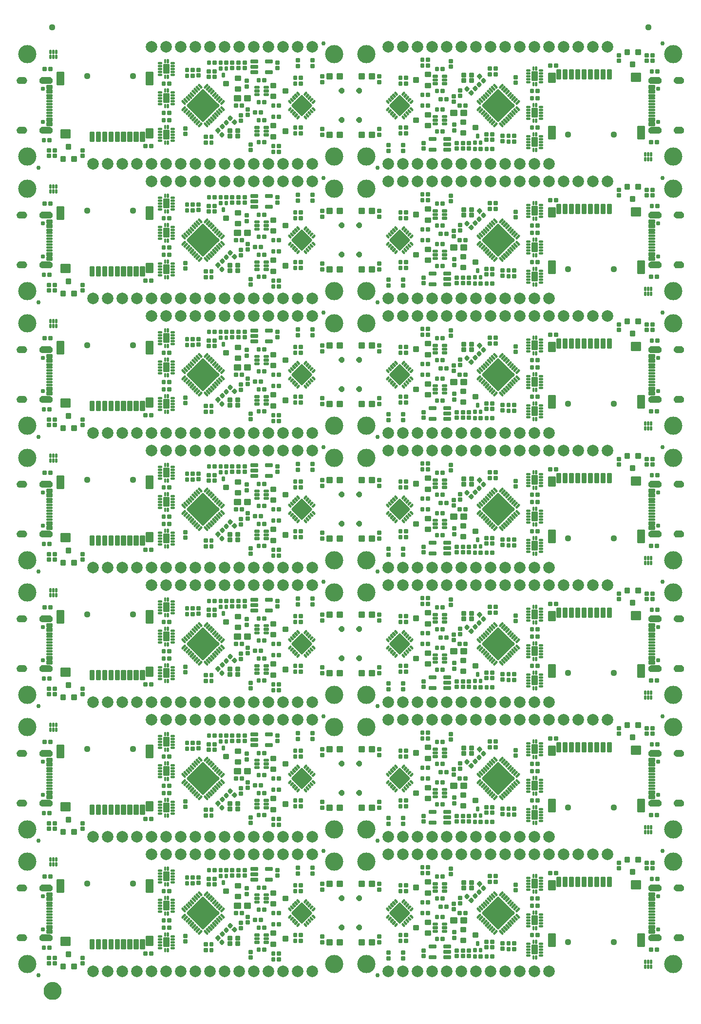
<source format=gts>
G04 EAGLE Gerber RS-274X export*
G75*
%MOMM*%
%FSLAX34Y34*%
%LPD*%
%INSoldermask Top*%
%IPPOS*%
%AMOC8*
5,1,8,0,0,1.08239X$1,22.5*%
G01*
%ADD10C,0.508000*%
%ADD11C,0.762000*%
%ADD12C,0.225369*%
%ADD13C,0.230578*%
%ADD14C,0.777000*%
%ADD15C,0.231559*%
%ADD16C,1.127000*%
%ADD17C,0.225588*%
%ADD18C,0.229050*%
%ADD19C,0.236428*%
%ADD20C,0.229969*%
%ADD21C,0.326828*%
%ADD22C,0.231750*%
%ADD23C,2.006600*%
%ADD24C,3.175000*%
%ADD25C,0.223409*%
%ADD26C,0.428259*%
%ADD27C,0.247619*%
%ADD28C,0.228928*%
%ADD29C,0.225400*%
%ADD30C,0.226609*%
%ADD31C,1.270000*%
%ADD32C,1.627000*%

G36*
X63479Y1553534D02*
X63479Y1553534D01*
X63482Y1553531D01*
X64604Y1553686D01*
X64609Y1553691D01*
X64613Y1553688D01*
X65684Y1554059D01*
X65688Y1554065D01*
X65693Y1554063D01*
X66670Y1554636D01*
X66673Y1554642D01*
X66678Y1554641D01*
X67525Y1555394D01*
X67527Y1555401D01*
X67532Y1555401D01*
X68216Y1556304D01*
X68216Y1556311D01*
X68221Y1556312D01*
X68716Y1557331D01*
X68714Y1557338D01*
X68719Y1557340D01*
X69006Y1558437D01*
X69004Y1558441D01*
X69006Y1558442D01*
X69004Y1558444D01*
X69007Y1558446D01*
X69074Y1559577D01*
X69072Y1559581D01*
X69074Y1559583D01*
X69007Y1560714D01*
X69002Y1560719D01*
X69006Y1560723D01*
X68719Y1561820D01*
X68713Y1561824D01*
X68716Y1561829D01*
X68221Y1562848D01*
X68215Y1562851D01*
X68216Y1562856D01*
X67532Y1563759D01*
X67525Y1563761D01*
X67525Y1563766D01*
X66678Y1564519D01*
X66671Y1564519D01*
X66670Y1564524D01*
X65693Y1565097D01*
X65686Y1565096D01*
X65684Y1565101D01*
X64613Y1565472D01*
X64607Y1565469D01*
X64604Y1565474D01*
X63482Y1565629D01*
X63477Y1565626D01*
X63475Y1565629D01*
X51475Y1565629D01*
X51470Y1565626D01*
X51467Y1565629D01*
X50200Y1565424D01*
X50194Y1565418D01*
X50190Y1565421D01*
X49000Y1564939D01*
X48996Y1564932D01*
X48990Y1564934D01*
X47937Y1564200D01*
X47935Y1564192D01*
X47929Y1564193D01*
X47066Y1563243D01*
X47065Y1563234D01*
X47060Y1563234D01*
X46430Y1562115D01*
X46431Y1562107D01*
X46425Y1562105D01*
X46060Y1560875D01*
X46063Y1560867D01*
X46058Y1560864D01*
X45976Y1559583D01*
X45979Y1559579D01*
X45976Y1559577D01*
X46058Y1558296D01*
X46064Y1558290D01*
X46060Y1558285D01*
X46425Y1557055D01*
X46432Y1557050D01*
X46430Y1557045D01*
X47060Y1555926D01*
X47067Y1555923D01*
X47066Y1555917D01*
X47929Y1554967D01*
X47937Y1554966D01*
X47937Y1554960D01*
X48990Y1554226D01*
X48998Y1554226D01*
X49000Y1554221D01*
X50190Y1553739D01*
X50197Y1553741D01*
X50200Y1553736D01*
X51467Y1553531D01*
X51472Y1553534D01*
X51475Y1553531D01*
X63475Y1553531D01*
X63479Y1553534D01*
G37*
G36*
X63479Y1467134D02*
X63479Y1467134D01*
X63482Y1467131D01*
X64604Y1467286D01*
X64609Y1467291D01*
X64613Y1467288D01*
X65684Y1467659D01*
X65688Y1467665D01*
X65693Y1467663D01*
X66670Y1468236D01*
X66673Y1468242D01*
X66678Y1468241D01*
X67525Y1468994D01*
X67527Y1469001D01*
X67532Y1469001D01*
X68216Y1469904D01*
X68216Y1469911D01*
X68221Y1469912D01*
X68716Y1470931D01*
X68714Y1470938D01*
X68719Y1470940D01*
X69006Y1472037D01*
X69004Y1472041D01*
X69006Y1472042D01*
X69004Y1472044D01*
X69007Y1472046D01*
X69074Y1473177D01*
X69072Y1473181D01*
X69074Y1473183D01*
X69007Y1474314D01*
X69002Y1474319D01*
X69006Y1474323D01*
X68719Y1475420D01*
X68713Y1475424D01*
X68716Y1475429D01*
X68221Y1476448D01*
X68215Y1476451D01*
X68216Y1476456D01*
X67532Y1477359D01*
X67525Y1477361D01*
X67525Y1477366D01*
X66678Y1478119D01*
X66671Y1478119D01*
X66670Y1478124D01*
X65693Y1478697D01*
X65686Y1478696D01*
X65684Y1478701D01*
X64613Y1479072D01*
X64607Y1479069D01*
X64604Y1479074D01*
X63482Y1479229D01*
X63477Y1479226D01*
X63475Y1479229D01*
X51475Y1479229D01*
X51470Y1479226D01*
X51467Y1479229D01*
X50200Y1479024D01*
X50194Y1479018D01*
X50190Y1479021D01*
X49000Y1478539D01*
X48996Y1478532D01*
X48990Y1478534D01*
X47937Y1477800D01*
X47935Y1477792D01*
X47929Y1477793D01*
X47066Y1476843D01*
X47065Y1476834D01*
X47060Y1476834D01*
X46430Y1475715D01*
X46431Y1475707D01*
X46425Y1475705D01*
X46060Y1474475D01*
X46063Y1474467D01*
X46058Y1474464D01*
X45976Y1473183D01*
X45979Y1473179D01*
X45976Y1473177D01*
X46058Y1471896D01*
X46064Y1471890D01*
X46060Y1471885D01*
X46425Y1470655D01*
X46432Y1470650D01*
X46430Y1470645D01*
X47060Y1469526D01*
X47067Y1469523D01*
X47066Y1469517D01*
X47929Y1468567D01*
X47937Y1468566D01*
X47937Y1468560D01*
X48990Y1467826D01*
X48998Y1467826D01*
X49000Y1467821D01*
X50190Y1467339D01*
X50197Y1467341D01*
X50200Y1467336D01*
X51467Y1467131D01*
X51472Y1467134D01*
X51475Y1467131D01*
X63475Y1467131D01*
X63479Y1467134D01*
G37*
G36*
X63479Y999774D02*
X63479Y999774D01*
X63482Y999771D01*
X64604Y999926D01*
X64609Y999931D01*
X64613Y999928D01*
X65684Y1000299D01*
X65688Y1000305D01*
X65693Y1000303D01*
X66670Y1000876D01*
X66673Y1000882D01*
X66678Y1000881D01*
X67525Y1001634D01*
X67527Y1001641D01*
X67532Y1001641D01*
X68216Y1002544D01*
X68216Y1002551D01*
X68221Y1002552D01*
X68716Y1003571D01*
X68714Y1003578D01*
X68719Y1003580D01*
X69006Y1004677D01*
X69004Y1004681D01*
X69006Y1004682D01*
X69004Y1004684D01*
X69007Y1004686D01*
X69074Y1005817D01*
X69072Y1005821D01*
X69074Y1005823D01*
X69007Y1006954D01*
X69002Y1006959D01*
X69006Y1006963D01*
X68719Y1008060D01*
X68713Y1008064D01*
X68716Y1008069D01*
X68221Y1009088D01*
X68215Y1009091D01*
X68216Y1009096D01*
X67532Y1009999D01*
X67525Y1010001D01*
X67525Y1010006D01*
X66678Y1010759D01*
X66671Y1010759D01*
X66670Y1010764D01*
X65693Y1011337D01*
X65686Y1011336D01*
X65684Y1011341D01*
X64613Y1011712D01*
X64607Y1011709D01*
X64604Y1011714D01*
X63482Y1011869D01*
X63477Y1011866D01*
X63475Y1011869D01*
X51475Y1011869D01*
X51470Y1011866D01*
X51467Y1011869D01*
X50200Y1011664D01*
X50194Y1011658D01*
X50190Y1011661D01*
X49000Y1011179D01*
X48996Y1011172D01*
X48990Y1011174D01*
X47937Y1010440D01*
X47935Y1010432D01*
X47929Y1010433D01*
X47066Y1009483D01*
X47065Y1009474D01*
X47060Y1009474D01*
X46430Y1008355D01*
X46431Y1008347D01*
X46425Y1008345D01*
X46060Y1007115D01*
X46063Y1007107D01*
X46058Y1007104D01*
X45976Y1005823D01*
X45979Y1005819D01*
X45976Y1005817D01*
X46058Y1004536D01*
X46064Y1004530D01*
X46060Y1004525D01*
X46425Y1003295D01*
X46432Y1003290D01*
X46430Y1003285D01*
X47060Y1002166D01*
X47067Y1002163D01*
X47066Y1002157D01*
X47929Y1001207D01*
X47937Y1001206D01*
X47937Y1001200D01*
X48990Y1000466D01*
X48998Y1000466D01*
X49000Y1000461D01*
X50190Y999979D01*
X50197Y999981D01*
X50200Y999976D01*
X51467Y999771D01*
X51472Y999774D01*
X51475Y999771D01*
X63475Y999771D01*
X63479Y999774D01*
G37*
G36*
X63479Y1319854D02*
X63479Y1319854D01*
X63482Y1319851D01*
X64604Y1320006D01*
X64609Y1320011D01*
X64613Y1320008D01*
X65684Y1320379D01*
X65688Y1320385D01*
X65693Y1320383D01*
X66670Y1320956D01*
X66673Y1320962D01*
X66678Y1320961D01*
X67525Y1321714D01*
X67527Y1321721D01*
X67532Y1321721D01*
X68216Y1322624D01*
X68216Y1322631D01*
X68221Y1322632D01*
X68716Y1323651D01*
X68714Y1323658D01*
X68719Y1323660D01*
X69006Y1324757D01*
X69004Y1324761D01*
X69006Y1324762D01*
X69004Y1324764D01*
X69007Y1324766D01*
X69074Y1325897D01*
X69072Y1325901D01*
X69074Y1325903D01*
X69007Y1327034D01*
X69002Y1327039D01*
X69006Y1327043D01*
X68719Y1328140D01*
X68713Y1328144D01*
X68716Y1328149D01*
X68221Y1329168D01*
X68215Y1329171D01*
X68216Y1329176D01*
X67532Y1330079D01*
X67525Y1330081D01*
X67525Y1330086D01*
X66678Y1330839D01*
X66671Y1330839D01*
X66670Y1330844D01*
X65693Y1331417D01*
X65686Y1331416D01*
X65684Y1331421D01*
X64613Y1331792D01*
X64607Y1331789D01*
X64604Y1331794D01*
X63482Y1331949D01*
X63477Y1331946D01*
X63475Y1331949D01*
X51475Y1331949D01*
X51470Y1331946D01*
X51467Y1331949D01*
X50200Y1331744D01*
X50194Y1331738D01*
X50190Y1331741D01*
X49000Y1331259D01*
X48996Y1331252D01*
X48990Y1331254D01*
X47937Y1330520D01*
X47935Y1330512D01*
X47929Y1330513D01*
X47066Y1329563D01*
X47065Y1329554D01*
X47060Y1329554D01*
X46430Y1328435D01*
X46431Y1328427D01*
X46425Y1328425D01*
X46060Y1327195D01*
X46063Y1327187D01*
X46058Y1327184D01*
X45976Y1325903D01*
X45979Y1325899D01*
X45976Y1325897D01*
X46058Y1324616D01*
X46064Y1324610D01*
X46060Y1324605D01*
X46425Y1323375D01*
X46432Y1323370D01*
X46430Y1323365D01*
X47060Y1322246D01*
X47067Y1322243D01*
X47066Y1322237D01*
X47929Y1321287D01*
X47937Y1321286D01*
X47937Y1321280D01*
X48990Y1320546D01*
X48998Y1320546D01*
X49000Y1320541D01*
X50190Y1320059D01*
X50197Y1320061D01*
X50200Y1320056D01*
X51467Y1319851D01*
X51472Y1319854D01*
X51475Y1319851D01*
X63475Y1319851D01*
X63479Y1319854D01*
G37*
G36*
X63479Y385134D02*
X63479Y385134D01*
X63482Y385131D01*
X64604Y385286D01*
X64609Y385291D01*
X64613Y385288D01*
X65684Y385659D01*
X65688Y385665D01*
X65693Y385663D01*
X66670Y386236D01*
X66673Y386242D01*
X66678Y386241D01*
X67525Y386994D01*
X67527Y387001D01*
X67532Y387001D01*
X68216Y387904D01*
X68216Y387911D01*
X68221Y387912D01*
X68716Y388931D01*
X68714Y388938D01*
X68719Y388940D01*
X69006Y390037D01*
X69004Y390041D01*
X69006Y390042D01*
X69004Y390044D01*
X69007Y390046D01*
X69074Y391177D01*
X69072Y391181D01*
X69074Y391183D01*
X69007Y392314D01*
X69002Y392319D01*
X69006Y392323D01*
X68719Y393420D01*
X68713Y393424D01*
X68716Y393429D01*
X68221Y394448D01*
X68215Y394451D01*
X68216Y394456D01*
X67532Y395359D01*
X67525Y395361D01*
X67525Y395366D01*
X66678Y396119D01*
X66671Y396119D01*
X66670Y396124D01*
X65693Y396697D01*
X65686Y396696D01*
X65684Y396701D01*
X64613Y397072D01*
X64607Y397069D01*
X64604Y397074D01*
X63482Y397229D01*
X63477Y397226D01*
X63475Y397229D01*
X51475Y397229D01*
X51470Y397226D01*
X51467Y397229D01*
X50200Y397024D01*
X50194Y397018D01*
X50190Y397021D01*
X49000Y396539D01*
X48996Y396532D01*
X48990Y396534D01*
X47937Y395800D01*
X47935Y395792D01*
X47929Y395793D01*
X47066Y394843D01*
X47065Y394834D01*
X47060Y394834D01*
X46430Y393715D01*
X46431Y393707D01*
X46425Y393705D01*
X46060Y392475D01*
X46063Y392467D01*
X46058Y392464D01*
X45976Y391183D01*
X45979Y391179D01*
X45976Y391177D01*
X46058Y389896D01*
X46064Y389890D01*
X46060Y389885D01*
X46425Y388655D01*
X46432Y388650D01*
X46430Y388645D01*
X47060Y387526D01*
X47067Y387523D01*
X47066Y387517D01*
X47929Y386567D01*
X47937Y386566D01*
X47937Y386560D01*
X48990Y385826D01*
X48998Y385826D01*
X49000Y385821D01*
X50190Y385339D01*
X50197Y385341D01*
X50200Y385336D01*
X51467Y385131D01*
X51472Y385134D01*
X51475Y385131D01*
X63475Y385131D01*
X63479Y385134D01*
G37*
G36*
X63479Y766094D02*
X63479Y766094D01*
X63482Y766091D01*
X64604Y766246D01*
X64609Y766251D01*
X64613Y766248D01*
X65684Y766619D01*
X65688Y766625D01*
X65693Y766623D01*
X66670Y767196D01*
X66673Y767202D01*
X66678Y767201D01*
X67525Y767954D01*
X67527Y767961D01*
X67532Y767961D01*
X68216Y768864D01*
X68216Y768871D01*
X68221Y768872D01*
X68716Y769891D01*
X68714Y769898D01*
X68719Y769900D01*
X69006Y770997D01*
X69004Y771001D01*
X69006Y771002D01*
X69004Y771004D01*
X69007Y771006D01*
X69074Y772137D01*
X69072Y772141D01*
X69074Y772143D01*
X69007Y773274D01*
X69002Y773279D01*
X69006Y773283D01*
X68719Y774380D01*
X68713Y774384D01*
X68716Y774389D01*
X68221Y775408D01*
X68215Y775411D01*
X68216Y775416D01*
X67532Y776319D01*
X67525Y776321D01*
X67525Y776326D01*
X66678Y777079D01*
X66671Y777079D01*
X66670Y777084D01*
X65693Y777657D01*
X65686Y777656D01*
X65684Y777661D01*
X64613Y778032D01*
X64607Y778029D01*
X64604Y778034D01*
X63482Y778189D01*
X63477Y778186D01*
X63475Y778189D01*
X51475Y778189D01*
X51470Y778186D01*
X51467Y778189D01*
X50200Y777984D01*
X50194Y777978D01*
X50190Y777981D01*
X49000Y777499D01*
X48996Y777492D01*
X48990Y777494D01*
X47937Y776760D01*
X47935Y776752D01*
X47929Y776753D01*
X47066Y775803D01*
X47065Y775794D01*
X47060Y775794D01*
X46430Y774675D01*
X46431Y774667D01*
X46425Y774665D01*
X46060Y773435D01*
X46063Y773427D01*
X46058Y773424D01*
X45976Y772143D01*
X45979Y772139D01*
X45976Y772137D01*
X46058Y770856D01*
X46064Y770850D01*
X46060Y770845D01*
X46425Y769615D01*
X46432Y769610D01*
X46430Y769605D01*
X47060Y768486D01*
X47067Y768483D01*
X47066Y768477D01*
X47929Y767527D01*
X47937Y767526D01*
X47937Y767520D01*
X48990Y766786D01*
X48998Y766786D01*
X49000Y766781D01*
X50190Y766299D01*
X50197Y766301D01*
X50200Y766296D01*
X51467Y766091D01*
X51472Y766094D01*
X51475Y766091D01*
X63475Y766091D01*
X63479Y766094D01*
G37*
G36*
X63479Y852494D02*
X63479Y852494D01*
X63482Y852491D01*
X64604Y852646D01*
X64609Y852651D01*
X64613Y852648D01*
X65684Y853019D01*
X65688Y853025D01*
X65693Y853023D01*
X66670Y853596D01*
X66673Y853602D01*
X66678Y853601D01*
X67525Y854354D01*
X67527Y854361D01*
X67532Y854361D01*
X68216Y855264D01*
X68216Y855271D01*
X68221Y855272D01*
X68716Y856291D01*
X68714Y856298D01*
X68719Y856300D01*
X69006Y857397D01*
X69004Y857401D01*
X69006Y857402D01*
X69004Y857404D01*
X69007Y857406D01*
X69074Y858537D01*
X69072Y858541D01*
X69074Y858543D01*
X69007Y859674D01*
X69002Y859679D01*
X69006Y859683D01*
X68719Y860780D01*
X68713Y860784D01*
X68716Y860789D01*
X68221Y861808D01*
X68215Y861811D01*
X68216Y861816D01*
X67532Y862719D01*
X67525Y862721D01*
X67525Y862726D01*
X66678Y863479D01*
X66671Y863479D01*
X66670Y863484D01*
X65693Y864057D01*
X65686Y864056D01*
X65684Y864061D01*
X64613Y864432D01*
X64607Y864429D01*
X64604Y864434D01*
X63482Y864589D01*
X63477Y864586D01*
X63475Y864589D01*
X51475Y864589D01*
X51470Y864586D01*
X51467Y864589D01*
X50200Y864384D01*
X50194Y864378D01*
X50190Y864381D01*
X49000Y863899D01*
X48996Y863892D01*
X48990Y863894D01*
X47937Y863160D01*
X47935Y863152D01*
X47929Y863153D01*
X47066Y862203D01*
X47065Y862194D01*
X47060Y862194D01*
X46430Y861075D01*
X46431Y861067D01*
X46425Y861065D01*
X46060Y859835D01*
X46063Y859827D01*
X46058Y859824D01*
X45976Y858543D01*
X45979Y858539D01*
X45976Y858537D01*
X46058Y857256D01*
X46064Y857250D01*
X46060Y857245D01*
X46425Y856015D01*
X46432Y856010D01*
X46430Y856005D01*
X47060Y854886D01*
X47067Y854883D01*
X47066Y854877D01*
X47929Y853927D01*
X47937Y853926D01*
X47937Y853920D01*
X48990Y853186D01*
X48998Y853186D01*
X49000Y853181D01*
X50190Y852699D01*
X50197Y852701D01*
X50200Y852696D01*
X51467Y852491D01*
X51472Y852494D01*
X51475Y852491D01*
X63475Y852491D01*
X63479Y852494D01*
G37*
G36*
X63479Y532414D02*
X63479Y532414D01*
X63482Y532411D01*
X64604Y532566D01*
X64609Y532571D01*
X64613Y532568D01*
X65684Y532939D01*
X65688Y532945D01*
X65693Y532943D01*
X66670Y533516D01*
X66673Y533522D01*
X66678Y533521D01*
X67525Y534274D01*
X67527Y534281D01*
X67532Y534281D01*
X68216Y535184D01*
X68216Y535191D01*
X68221Y535192D01*
X68716Y536211D01*
X68714Y536218D01*
X68719Y536220D01*
X69006Y537317D01*
X69004Y537321D01*
X69006Y537322D01*
X69004Y537324D01*
X69007Y537326D01*
X69074Y538457D01*
X69072Y538461D01*
X69074Y538463D01*
X69007Y539594D01*
X69002Y539599D01*
X69006Y539603D01*
X68719Y540700D01*
X68713Y540704D01*
X68716Y540709D01*
X68221Y541728D01*
X68215Y541731D01*
X68216Y541736D01*
X67532Y542639D01*
X67525Y542641D01*
X67525Y542646D01*
X66678Y543399D01*
X66671Y543399D01*
X66670Y543404D01*
X65693Y543977D01*
X65686Y543976D01*
X65684Y543981D01*
X64613Y544352D01*
X64607Y544349D01*
X64604Y544354D01*
X63482Y544509D01*
X63477Y544506D01*
X63475Y544509D01*
X51475Y544509D01*
X51470Y544506D01*
X51467Y544509D01*
X50200Y544304D01*
X50194Y544298D01*
X50190Y544301D01*
X49000Y543819D01*
X48996Y543812D01*
X48990Y543814D01*
X47937Y543080D01*
X47935Y543072D01*
X47929Y543073D01*
X47066Y542123D01*
X47065Y542114D01*
X47060Y542114D01*
X46430Y540995D01*
X46431Y540987D01*
X46425Y540985D01*
X46060Y539755D01*
X46063Y539747D01*
X46058Y539744D01*
X45976Y538463D01*
X45979Y538459D01*
X45976Y538457D01*
X46058Y537176D01*
X46064Y537170D01*
X46060Y537165D01*
X46425Y535935D01*
X46432Y535930D01*
X46430Y535925D01*
X47060Y534806D01*
X47067Y534803D01*
X47066Y534797D01*
X47929Y533847D01*
X47937Y533846D01*
X47937Y533840D01*
X48990Y533106D01*
X48998Y533106D01*
X49000Y533101D01*
X50190Y532619D01*
X50197Y532621D01*
X50200Y532616D01*
X51467Y532411D01*
X51472Y532414D01*
X51475Y532411D01*
X63475Y532411D01*
X63479Y532414D01*
G37*
G36*
X63479Y1233454D02*
X63479Y1233454D01*
X63482Y1233451D01*
X64604Y1233606D01*
X64609Y1233611D01*
X64613Y1233608D01*
X65684Y1233979D01*
X65688Y1233985D01*
X65693Y1233983D01*
X66670Y1234556D01*
X66673Y1234562D01*
X66678Y1234561D01*
X67525Y1235314D01*
X67527Y1235321D01*
X67532Y1235321D01*
X68216Y1236224D01*
X68216Y1236231D01*
X68221Y1236232D01*
X68716Y1237251D01*
X68714Y1237258D01*
X68719Y1237260D01*
X69006Y1238357D01*
X69004Y1238361D01*
X69006Y1238362D01*
X69004Y1238364D01*
X69007Y1238366D01*
X69074Y1239497D01*
X69072Y1239501D01*
X69074Y1239503D01*
X69007Y1240634D01*
X69002Y1240639D01*
X69006Y1240643D01*
X68719Y1241740D01*
X68713Y1241744D01*
X68716Y1241749D01*
X68221Y1242768D01*
X68215Y1242771D01*
X68216Y1242776D01*
X67532Y1243679D01*
X67525Y1243681D01*
X67525Y1243686D01*
X66678Y1244439D01*
X66671Y1244439D01*
X66670Y1244444D01*
X65693Y1245017D01*
X65686Y1245016D01*
X65684Y1245021D01*
X64613Y1245392D01*
X64607Y1245389D01*
X64604Y1245394D01*
X63482Y1245549D01*
X63477Y1245546D01*
X63475Y1245549D01*
X51475Y1245549D01*
X51470Y1245546D01*
X51467Y1245549D01*
X50200Y1245344D01*
X50194Y1245338D01*
X50190Y1245341D01*
X49000Y1244859D01*
X48996Y1244852D01*
X48990Y1244854D01*
X47937Y1244120D01*
X47935Y1244112D01*
X47929Y1244113D01*
X47066Y1243163D01*
X47065Y1243154D01*
X47060Y1243154D01*
X46430Y1242035D01*
X46431Y1242027D01*
X46425Y1242025D01*
X46060Y1240795D01*
X46063Y1240787D01*
X46058Y1240784D01*
X45976Y1239503D01*
X45979Y1239499D01*
X45976Y1239497D01*
X46058Y1238216D01*
X46064Y1238210D01*
X46060Y1238205D01*
X46425Y1236975D01*
X46432Y1236970D01*
X46430Y1236965D01*
X47060Y1235846D01*
X47067Y1235843D01*
X47066Y1235837D01*
X47929Y1234887D01*
X47937Y1234886D01*
X47937Y1234880D01*
X48990Y1234146D01*
X48998Y1234146D01*
X49000Y1234141D01*
X50190Y1233659D01*
X50197Y1233661D01*
X50200Y1233656D01*
X51467Y1233451D01*
X51472Y1233454D01*
X51475Y1233451D01*
X63475Y1233451D01*
X63479Y1233454D01*
G37*
G36*
X63479Y1086174D02*
X63479Y1086174D01*
X63482Y1086171D01*
X64604Y1086326D01*
X64609Y1086331D01*
X64613Y1086328D01*
X65684Y1086699D01*
X65688Y1086705D01*
X65693Y1086703D01*
X66670Y1087276D01*
X66673Y1087282D01*
X66678Y1087281D01*
X67525Y1088034D01*
X67527Y1088041D01*
X67532Y1088041D01*
X68216Y1088944D01*
X68216Y1088951D01*
X68221Y1088952D01*
X68716Y1089971D01*
X68714Y1089978D01*
X68719Y1089980D01*
X69006Y1091077D01*
X69004Y1091081D01*
X69006Y1091082D01*
X69004Y1091084D01*
X69007Y1091086D01*
X69074Y1092217D01*
X69072Y1092221D01*
X69074Y1092223D01*
X69007Y1093354D01*
X69002Y1093359D01*
X69006Y1093363D01*
X68719Y1094460D01*
X68713Y1094464D01*
X68716Y1094469D01*
X68221Y1095488D01*
X68215Y1095491D01*
X68216Y1095496D01*
X67532Y1096399D01*
X67525Y1096401D01*
X67525Y1096406D01*
X66678Y1097159D01*
X66671Y1097159D01*
X66670Y1097164D01*
X65693Y1097737D01*
X65686Y1097736D01*
X65684Y1097741D01*
X64613Y1098112D01*
X64607Y1098109D01*
X64604Y1098114D01*
X63482Y1098269D01*
X63477Y1098266D01*
X63475Y1098269D01*
X51475Y1098269D01*
X51470Y1098266D01*
X51467Y1098269D01*
X50200Y1098064D01*
X50194Y1098058D01*
X50190Y1098061D01*
X49000Y1097579D01*
X48996Y1097572D01*
X48990Y1097574D01*
X47937Y1096840D01*
X47935Y1096832D01*
X47929Y1096833D01*
X47066Y1095883D01*
X47065Y1095874D01*
X47060Y1095874D01*
X46430Y1094755D01*
X46431Y1094747D01*
X46425Y1094745D01*
X46060Y1093515D01*
X46063Y1093507D01*
X46058Y1093504D01*
X45976Y1092223D01*
X45979Y1092219D01*
X45976Y1092217D01*
X46058Y1090936D01*
X46064Y1090930D01*
X46060Y1090925D01*
X46425Y1089695D01*
X46432Y1089690D01*
X46430Y1089685D01*
X47060Y1088566D01*
X47067Y1088563D01*
X47066Y1088557D01*
X47929Y1087607D01*
X47937Y1087606D01*
X47937Y1087600D01*
X48990Y1086866D01*
X48998Y1086866D01*
X49000Y1086861D01*
X50190Y1086379D01*
X50197Y1086381D01*
X50200Y1086376D01*
X51467Y1086171D01*
X51472Y1086174D01*
X51475Y1086171D01*
X63475Y1086171D01*
X63479Y1086174D01*
G37*
G36*
X63479Y618814D02*
X63479Y618814D01*
X63482Y618811D01*
X64604Y618966D01*
X64609Y618971D01*
X64613Y618968D01*
X65684Y619339D01*
X65688Y619345D01*
X65693Y619343D01*
X66670Y619916D01*
X66673Y619922D01*
X66678Y619921D01*
X67525Y620674D01*
X67527Y620681D01*
X67532Y620681D01*
X68216Y621584D01*
X68216Y621591D01*
X68221Y621592D01*
X68716Y622611D01*
X68714Y622618D01*
X68719Y622620D01*
X69006Y623717D01*
X69004Y623721D01*
X69006Y623722D01*
X69004Y623724D01*
X69007Y623726D01*
X69074Y624857D01*
X69072Y624861D01*
X69074Y624863D01*
X69007Y625994D01*
X69002Y625999D01*
X69006Y626003D01*
X68719Y627100D01*
X68713Y627104D01*
X68716Y627109D01*
X68221Y628128D01*
X68215Y628131D01*
X68216Y628136D01*
X67532Y629039D01*
X67525Y629041D01*
X67525Y629046D01*
X66678Y629799D01*
X66671Y629799D01*
X66670Y629804D01*
X65693Y630377D01*
X65686Y630376D01*
X65684Y630381D01*
X64613Y630752D01*
X64607Y630749D01*
X64604Y630754D01*
X63482Y630909D01*
X63477Y630906D01*
X63475Y630909D01*
X51475Y630909D01*
X51470Y630906D01*
X51467Y630909D01*
X50200Y630704D01*
X50194Y630698D01*
X50190Y630701D01*
X49000Y630219D01*
X48996Y630212D01*
X48990Y630214D01*
X47937Y629480D01*
X47935Y629472D01*
X47929Y629473D01*
X47066Y628523D01*
X47065Y628514D01*
X47060Y628514D01*
X46430Y627395D01*
X46431Y627387D01*
X46425Y627385D01*
X46060Y626155D01*
X46063Y626147D01*
X46058Y626144D01*
X45976Y624863D01*
X45979Y624859D01*
X45976Y624857D01*
X46058Y623576D01*
X46064Y623570D01*
X46060Y623565D01*
X46425Y622335D01*
X46432Y622330D01*
X46430Y622325D01*
X47060Y621206D01*
X47067Y621203D01*
X47066Y621197D01*
X47929Y620247D01*
X47937Y620246D01*
X47937Y620240D01*
X48990Y619506D01*
X48998Y619506D01*
X49000Y619501D01*
X50190Y619019D01*
X50197Y619021D01*
X50200Y619016D01*
X51467Y618811D01*
X51472Y618814D01*
X51475Y618811D01*
X63475Y618811D01*
X63479Y618814D01*
G37*
G36*
X63479Y298734D02*
X63479Y298734D01*
X63482Y298731D01*
X64604Y298886D01*
X64609Y298891D01*
X64613Y298888D01*
X65684Y299259D01*
X65688Y299265D01*
X65693Y299263D01*
X66670Y299836D01*
X66673Y299842D01*
X66678Y299841D01*
X67525Y300594D01*
X67527Y300601D01*
X67532Y300601D01*
X68216Y301504D01*
X68216Y301511D01*
X68221Y301512D01*
X68716Y302531D01*
X68714Y302538D01*
X68719Y302540D01*
X69006Y303637D01*
X69004Y303641D01*
X69006Y303642D01*
X69004Y303644D01*
X69007Y303646D01*
X69074Y304777D01*
X69072Y304781D01*
X69074Y304783D01*
X69007Y305914D01*
X69002Y305919D01*
X69006Y305923D01*
X68719Y307020D01*
X68713Y307024D01*
X68716Y307029D01*
X68221Y308048D01*
X68215Y308051D01*
X68216Y308056D01*
X67532Y308959D01*
X67525Y308961D01*
X67525Y308966D01*
X66678Y309719D01*
X66671Y309719D01*
X66670Y309724D01*
X65693Y310297D01*
X65686Y310296D01*
X65684Y310301D01*
X64613Y310672D01*
X64607Y310669D01*
X64604Y310674D01*
X63482Y310829D01*
X63477Y310826D01*
X63475Y310829D01*
X51475Y310829D01*
X51470Y310826D01*
X51467Y310829D01*
X50200Y310624D01*
X50194Y310618D01*
X50190Y310621D01*
X49000Y310139D01*
X48996Y310132D01*
X48990Y310134D01*
X47937Y309400D01*
X47935Y309392D01*
X47929Y309393D01*
X47066Y308443D01*
X47065Y308434D01*
X47060Y308434D01*
X46430Y307315D01*
X46431Y307307D01*
X46425Y307305D01*
X46060Y306075D01*
X46063Y306067D01*
X46058Y306064D01*
X45976Y304783D01*
X45979Y304779D01*
X45976Y304777D01*
X46058Y303496D01*
X46064Y303490D01*
X46060Y303485D01*
X46425Y302255D01*
X46432Y302250D01*
X46430Y302245D01*
X47060Y301126D01*
X47067Y301123D01*
X47066Y301117D01*
X47929Y300167D01*
X47937Y300166D01*
X47937Y300160D01*
X48990Y299426D01*
X48998Y299426D01*
X49000Y299421D01*
X50190Y298939D01*
X50197Y298941D01*
X50200Y298936D01*
X51467Y298731D01*
X51472Y298734D01*
X51475Y298731D01*
X63475Y298731D01*
X63479Y298734D01*
G37*
G36*
X63479Y151454D02*
X63479Y151454D01*
X63482Y151451D01*
X64604Y151606D01*
X64609Y151611D01*
X64613Y151608D01*
X65684Y151979D01*
X65688Y151985D01*
X65693Y151983D01*
X66670Y152556D01*
X66673Y152562D01*
X66678Y152561D01*
X67525Y153314D01*
X67527Y153321D01*
X67532Y153321D01*
X68216Y154224D01*
X68216Y154231D01*
X68221Y154232D01*
X68716Y155251D01*
X68714Y155258D01*
X68719Y155260D01*
X69006Y156357D01*
X69004Y156361D01*
X69006Y156362D01*
X69004Y156364D01*
X69007Y156366D01*
X69074Y157497D01*
X69072Y157501D01*
X69074Y157503D01*
X69007Y158634D01*
X69002Y158639D01*
X69006Y158643D01*
X68719Y159740D01*
X68713Y159744D01*
X68716Y159749D01*
X68221Y160768D01*
X68215Y160771D01*
X68216Y160776D01*
X67532Y161679D01*
X67525Y161681D01*
X67525Y161686D01*
X66678Y162439D01*
X66671Y162439D01*
X66670Y162444D01*
X65693Y163017D01*
X65686Y163016D01*
X65684Y163021D01*
X64613Y163392D01*
X64607Y163389D01*
X64604Y163394D01*
X63482Y163549D01*
X63477Y163546D01*
X63475Y163549D01*
X51475Y163549D01*
X51470Y163546D01*
X51467Y163549D01*
X50200Y163344D01*
X50194Y163338D01*
X50190Y163341D01*
X49000Y162859D01*
X48996Y162852D01*
X48990Y162854D01*
X47937Y162120D01*
X47935Y162112D01*
X47929Y162113D01*
X47066Y161163D01*
X47065Y161154D01*
X47060Y161154D01*
X46430Y160035D01*
X46431Y160027D01*
X46425Y160025D01*
X46060Y158795D01*
X46063Y158787D01*
X46058Y158784D01*
X45976Y157503D01*
X45979Y157499D01*
X45976Y157497D01*
X46058Y156216D01*
X46064Y156210D01*
X46060Y156205D01*
X46425Y154975D01*
X46432Y154970D01*
X46430Y154965D01*
X47060Y153846D01*
X47067Y153843D01*
X47066Y153837D01*
X47929Y152887D01*
X47937Y152886D01*
X47937Y152880D01*
X48990Y152146D01*
X48998Y152146D01*
X49000Y152141D01*
X50190Y151659D01*
X50197Y151661D01*
X50200Y151656D01*
X51467Y151451D01*
X51472Y151454D01*
X51475Y151451D01*
X63475Y151451D01*
X63479Y151454D01*
G37*
G36*
X63479Y65054D02*
X63479Y65054D01*
X63482Y65051D01*
X64604Y65206D01*
X64609Y65211D01*
X64613Y65208D01*
X65684Y65579D01*
X65688Y65585D01*
X65693Y65583D01*
X66670Y66156D01*
X66673Y66162D01*
X66678Y66161D01*
X67525Y66914D01*
X67527Y66921D01*
X67532Y66921D01*
X68216Y67824D01*
X68216Y67831D01*
X68221Y67832D01*
X68716Y68851D01*
X68714Y68858D01*
X68719Y68860D01*
X69006Y69957D01*
X69004Y69961D01*
X69006Y69962D01*
X69004Y69964D01*
X69007Y69966D01*
X69074Y71097D01*
X69072Y71101D01*
X69074Y71103D01*
X69007Y72234D01*
X69002Y72239D01*
X69006Y72243D01*
X68719Y73340D01*
X68713Y73344D01*
X68716Y73349D01*
X68221Y74368D01*
X68215Y74371D01*
X68216Y74376D01*
X67532Y75279D01*
X67525Y75281D01*
X67525Y75286D01*
X66678Y76039D01*
X66671Y76039D01*
X66670Y76044D01*
X65693Y76617D01*
X65686Y76616D01*
X65684Y76621D01*
X64613Y76992D01*
X64607Y76989D01*
X64604Y76994D01*
X63482Y77149D01*
X63477Y77146D01*
X63475Y77149D01*
X51475Y77149D01*
X51470Y77146D01*
X51467Y77149D01*
X50200Y76944D01*
X50194Y76938D01*
X50190Y76941D01*
X49000Y76459D01*
X48996Y76452D01*
X48990Y76454D01*
X47937Y75720D01*
X47935Y75712D01*
X47929Y75713D01*
X47066Y74763D01*
X47065Y74754D01*
X47060Y74754D01*
X46430Y73635D01*
X46431Y73627D01*
X46425Y73625D01*
X46060Y72395D01*
X46063Y72387D01*
X46058Y72384D01*
X45976Y71103D01*
X45979Y71099D01*
X45976Y71097D01*
X46058Y69816D01*
X46064Y69810D01*
X46060Y69805D01*
X46425Y68575D01*
X46432Y68570D01*
X46430Y68565D01*
X47060Y67446D01*
X47067Y67443D01*
X47066Y67437D01*
X47929Y66487D01*
X47937Y66486D01*
X47937Y66480D01*
X48990Y65746D01*
X48998Y65746D01*
X49000Y65741D01*
X50190Y65259D01*
X50197Y65261D01*
X50200Y65256D01*
X51467Y65051D01*
X51472Y65054D01*
X51475Y65051D01*
X63475Y65051D01*
X63479Y65054D01*
G37*
G36*
X1122010Y1233454D02*
X1122010Y1233454D01*
X1122013Y1233451D01*
X1123280Y1233656D01*
X1123286Y1233662D01*
X1123291Y1233659D01*
X1124480Y1234141D01*
X1124484Y1234148D01*
X1124490Y1234146D01*
X1125543Y1234880D01*
X1125545Y1234888D01*
X1125551Y1234887D01*
X1126414Y1235837D01*
X1126415Y1235846D01*
X1126420Y1235846D01*
X1127050Y1236965D01*
X1127049Y1236973D01*
X1127055Y1236975D01*
X1127420Y1238205D01*
X1127417Y1238212D01*
X1127421Y1238215D01*
X1127420Y1238215D01*
X1127422Y1238216D01*
X1127504Y1239497D01*
X1127502Y1239501D01*
X1127504Y1239503D01*
X1127422Y1240784D01*
X1127416Y1240790D01*
X1127420Y1240795D01*
X1127055Y1242025D01*
X1127048Y1242030D01*
X1127050Y1242035D01*
X1126420Y1243154D01*
X1126413Y1243157D01*
X1126414Y1243163D01*
X1125551Y1244113D01*
X1125543Y1244114D01*
X1125543Y1244120D01*
X1124490Y1244854D01*
X1124482Y1244854D01*
X1124480Y1244859D01*
X1123291Y1245341D01*
X1123283Y1245339D01*
X1123280Y1245344D01*
X1122013Y1245549D01*
X1122008Y1245546D01*
X1122005Y1245549D01*
X1110005Y1245549D01*
X1110001Y1245546D01*
X1109998Y1245549D01*
X1108876Y1245394D01*
X1108871Y1245389D01*
X1108867Y1245392D01*
X1107796Y1245021D01*
X1107792Y1245015D01*
X1107787Y1245017D01*
X1106810Y1244444D01*
X1106807Y1244438D01*
X1106802Y1244439D01*
X1105955Y1243686D01*
X1105953Y1243679D01*
X1105948Y1243679D01*
X1105264Y1242776D01*
X1105264Y1242769D01*
X1105259Y1242768D01*
X1104764Y1241749D01*
X1104766Y1241742D01*
X1104764Y1241741D01*
X1104761Y1241740D01*
X1104474Y1240643D01*
X1104477Y1240637D01*
X1104473Y1240634D01*
X1104406Y1239503D01*
X1104408Y1239499D01*
X1104406Y1239497D01*
X1104473Y1238366D01*
X1104478Y1238361D01*
X1104474Y1238357D01*
X1104761Y1237260D01*
X1104767Y1237256D01*
X1104764Y1237251D01*
X1105259Y1236232D01*
X1105265Y1236229D01*
X1105264Y1236224D01*
X1105948Y1235321D01*
X1105955Y1235319D01*
X1105955Y1235314D01*
X1106802Y1234561D01*
X1106809Y1234561D01*
X1106810Y1234556D01*
X1107787Y1233983D01*
X1107794Y1233984D01*
X1107796Y1233979D01*
X1108867Y1233608D01*
X1108873Y1233611D01*
X1108876Y1233606D01*
X1109998Y1233451D01*
X1110003Y1233454D01*
X1110005Y1233451D01*
X1122005Y1233451D01*
X1122010Y1233454D01*
G37*
G36*
X1122010Y999774D02*
X1122010Y999774D01*
X1122013Y999771D01*
X1123280Y999976D01*
X1123286Y999982D01*
X1123291Y999979D01*
X1124480Y1000461D01*
X1124484Y1000468D01*
X1124490Y1000466D01*
X1125543Y1001200D01*
X1125545Y1001208D01*
X1125551Y1001207D01*
X1126414Y1002157D01*
X1126415Y1002166D01*
X1126420Y1002166D01*
X1127050Y1003285D01*
X1127049Y1003293D01*
X1127055Y1003295D01*
X1127420Y1004525D01*
X1127417Y1004532D01*
X1127421Y1004535D01*
X1127420Y1004535D01*
X1127422Y1004536D01*
X1127504Y1005817D01*
X1127502Y1005821D01*
X1127504Y1005823D01*
X1127422Y1007104D01*
X1127416Y1007110D01*
X1127420Y1007115D01*
X1127055Y1008345D01*
X1127048Y1008350D01*
X1127050Y1008355D01*
X1126420Y1009474D01*
X1126413Y1009477D01*
X1126414Y1009483D01*
X1125551Y1010433D01*
X1125543Y1010434D01*
X1125543Y1010440D01*
X1124490Y1011174D01*
X1124482Y1011174D01*
X1124480Y1011179D01*
X1123291Y1011661D01*
X1123283Y1011659D01*
X1123280Y1011664D01*
X1122013Y1011869D01*
X1122008Y1011866D01*
X1122005Y1011869D01*
X1110005Y1011869D01*
X1110001Y1011866D01*
X1109998Y1011869D01*
X1108876Y1011714D01*
X1108871Y1011709D01*
X1108867Y1011712D01*
X1107796Y1011341D01*
X1107792Y1011335D01*
X1107787Y1011337D01*
X1106810Y1010764D01*
X1106807Y1010758D01*
X1106802Y1010759D01*
X1105955Y1010006D01*
X1105953Y1009999D01*
X1105948Y1009999D01*
X1105264Y1009096D01*
X1105264Y1009089D01*
X1105259Y1009088D01*
X1104764Y1008069D01*
X1104766Y1008062D01*
X1104764Y1008061D01*
X1104761Y1008060D01*
X1104474Y1006963D01*
X1104477Y1006957D01*
X1104473Y1006954D01*
X1104406Y1005823D01*
X1104408Y1005819D01*
X1104406Y1005817D01*
X1104473Y1004686D01*
X1104478Y1004681D01*
X1104474Y1004677D01*
X1104761Y1003580D01*
X1104767Y1003576D01*
X1104764Y1003571D01*
X1105259Y1002552D01*
X1105265Y1002549D01*
X1105264Y1002544D01*
X1105948Y1001641D01*
X1105955Y1001639D01*
X1105955Y1001634D01*
X1106802Y1000881D01*
X1106809Y1000881D01*
X1106810Y1000876D01*
X1107787Y1000303D01*
X1107794Y1000304D01*
X1107796Y1000299D01*
X1108867Y999928D01*
X1108873Y999931D01*
X1108876Y999926D01*
X1109998Y999771D01*
X1110003Y999774D01*
X1110005Y999771D01*
X1122005Y999771D01*
X1122010Y999774D01*
G37*
G36*
X1122010Y1553534D02*
X1122010Y1553534D01*
X1122013Y1553531D01*
X1123280Y1553736D01*
X1123286Y1553742D01*
X1123291Y1553739D01*
X1124480Y1554221D01*
X1124484Y1554228D01*
X1124490Y1554226D01*
X1125543Y1554960D01*
X1125545Y1554968D01*
X1125551Y1554967D01*
X1126414Y1555917D01*
X1126415Y1555926D01*
X1126420Y1555926D01*
X1127050Y1557045D01*
X1127049Y1557053D01*
X1127055Y1557055D01*
X1127420Y1558285D01*
X1127417Y1558292D01*
X1127421Y1558295D01*
X1127420Y1558295D01*
X1127422Y1558296D01*
X1127504Y1559577D01*
X1127502Y1559581D01*
X1127504Y1559583D01*
X1127422Y1560864D01*
X1127416Y1560870D01*
X1127420Y1560875D01*
X1127055Y1562105D01*
X1127048Y1562110D01*
X1127050Y1562115D01*
X1126420Y1563234D01*
X1126413Y1563237D01*
X1126414Y1563243D01*
X1125551Y1564193D01*
X1125543Y1564194D01*
X1125543Y1564200D01*
X1124490Y1564934D01*
X1124482Y1564934D01*
X1124480Y1564939D01*
X1123291Y1565421D01*
X1123283Y1565419D01*
X1123280Y1565424D01*
X1122013Y1565629D01*
X1122008Y1565626D01*
X1122005Y1565629D01*
X1110005Y1565629D01*
X1110001Y1565626D01*
X1109998Y1565629D01*
X1108876Y1565474D01*
X1108871Y1565469D01*
X1108867Y1565472D01*
X1107796Y1565101D01*
X1107792Y1565095D01*
X1107787Y1565097D01*
X1106810Y1564524D01*
X1106807Y1564518D01*
X1106802Y1564519D01*
X1105955Y1563766D01*
X1105953Y1563759D01*
X1105948Y1563759D01*
X1105264Y1562856D01*
X1105264Y1562849D01*
X1105259Y1562848D01*
X1104764Y1561829D01*
X1104766Y1561822D01*
X1104764Y1561821D01*
X1104761Y1561820D01*
X1104474Y1560723D01*
X1104477Y1560717D01*
X1104473Y1560714D01*
X1104406Y1559583D01*
X1104408Y1559579D01*
X1104406Y1559577D01*
X1104473Y1558446D01*
X1104478Y1558441D01*
X1104474Y1558437D01*
X1104761Y1557340D01*
X1104767Y1557336D01*
X1104764Y1557331D01*
X1105259Y1556312D01*
X1105265Y1556309D01*
X1105264Y1556304D01*
X1105948Y1555401D01*
X1105955Y1555399D01*
X1105955Y1555394D01*
X1106802Y1554641D01*
X1106809Y1554641D01*
X1106810Y1554636D01*
X1107787Y1554063D01*
X1107794Y1554064D01*
X1107796Y1554059D01*
X1108867Y1553688D01*
X1108873Y1553691D01*
X1108876Y1553686D01*
X1109998Y1553531D01*
X1110003Y1553534D01*
X1110005Y1553531D01*
X1122005Y1553531D01*
X1122010Y1553534D01*
G37*
G36*
X1122010Y1467134D02*
X1122010Y1467134D01*
X1122013Y1467131D01*
X1123280Y1467336D01*
X1123286Y1467342D01*
X1123291Y1467339D01*
X1124480Y1467821D01*
X1124484Y1467828D01*
X1124490Y1467826D01*
X1125543Y1468560D01*
X1125545Y1468568D01*
X1125551Y1468567D01*
X1126414Y1469517D01*
X1126415Y1469526D01*
X1126420Y1469526D01*
X1127050Y1470645D01*
X1127049Y1470653D01*
X1127055Y1470655D01*
X1127420Y1471885D01*
X1127417Y1471892D01*
X1127421Y1471895D01*
X1127420Y1471895D01*
X1127422Y1471896D01*
X1127504Y1473177D01*
X1127502Y1473181D01*
X1127504Y1473183D01*
X1127422Y1474464D01*
X1127416Y1474470D01*
X1127420Y1474475D01*
X1127055Y1475705D01*
X1127048Y1475710D01*
X1127050Y1475715D01*
X1126420Y1476834D01*
X1126413Y1476837D01*
X1126414Y1476843D01*
X1125551Y1477793D01*
X1125543Y1477794D01*
X1125543Y1477800D01*
X1124490Y1478534D01*
X1124482Y1478534D01*
X1124480Y1478539D01*
X1123291Y1479021D01*
X1123283Y1479019D01*
X1123280Y1479024D01*
X1122013Y1479229D01*
X1122008Y1479226D01*
X1122005Y1479229D01*
X1110005Y1479229D01*
X1110001Y1479226D01*
X1109998Y1479229D01*
X1108876Y1479074D01*
X1108871Y1479069D01*
X1108867Y1479072D01*
X1107796Y1478701D01*
X1107792Y1478695D01*
X1107787Y1478697D01*
X1106810Y1478124D01*
X1106807Y1478118D01*
X1106802Y1478119D01*
X1105955Y1477366D01*
X1105953Y1477359D01*
X1105948Y1477359D01*
X1105264Y1476456D01*
X1105264Y1476449D01*
X1105259Y1476448D01*
X1104764Y1475429D01*
X1104766Y1475422D01*
X1104764Y1475421D01*
X1104761Y1475420D01*
X1104474Y1474323D01*
X1104477Y1474317D01*
X1104473Y1474314D01*
X1104406Y1473183D01*
X1104408Y1473179D01*
X1104406Y1473177D01*
X1104473Y1472046D01*
X1104478Y1472041D01*
X1104474Y1472037D01*
X1104761Y1470940D01*
X1104767Y1470936D01*
X1104764Y1470931D01*
X1105259Y1469912D01*
X1105265Y1469909D01*
X1105264Y1469904D01*
X1105948Y1469001D01*
X1105955Y1468999D01*
X1105955Y1468994D01*
X1106802Y1468241D01*
X1106809Y1468241D01*
X1106810Y1468236D01*
X1107787Y1467663D01*
X1107794Y1467664D01*
X1107796Y1467659D01*
X1108867Y1467288D01*
X1108873Y1467291D01*
X1108876Y1467286D01*
X1109998Y1467131D01*
X1110003Y1467134D01*
X1110005Y1467131D01*
X1122005Y1467131D01*
X1122010Y1467134D01*
G37*
G36*
X1122010Y766094D02*
X1122010Y766094D01*
X1122013Y766091D01*
X1123280Y766296D01*
X1123286Y766302D01*
X1123291Y766299D01*
X1124480Y766781D01*
X1124484Y766788D01*
X1124490Y766786D01*
X1125543Y767520D01*
X1125545Y767528D01*
X1125551Y767527D01*
X1126414Y768477D01*
X1126415Y768486D01*
X1126420Y768486D01*
X1127050Y769605D01*
X1127049Y769613D01*
X1127055Y769615D01*
X1127420Y770845D01*
X1127417Y770852D01*
X1127421Y770855D01*
X1127420Y770855D01*
X1127422Y770856D01*
X1127504Y772137D01*
X1127502Y772141D01*
X1127504Y772143D01*
X1127422Y773424D01*
X1127416Y773430D01*
X1127420Y773435D01*
X1127055Y774665D01*
X1127048Y774670D01*
X1127050Y774675D01*
X1126420Y775794D01*
X1126413Y775797D01*
X1126414Y775803D01*
X1125551Y776753D01*
X1125543Y776754D01*
X1125543Y776760D01*
X1124490Y777494D01*
X1124482Y777494D01*
X1124480Y777499D01*
X1123291Y777981D01*
X1123283Y777979D01*
X1123280Y777984D01*
X1122013Y778189D01*
X1122008Y778186D01*
X1122005Y778189D01*
X1110005Y778189D01*
X1110001Y778186D01*
X1109998Y778189D01*
X1108876Y778034D01*
X1108871Y778029D01*
X1108867Y778032D01*
X1107796Y777661D01*
X1107792Y777655D01*
X1107787Y777657D01*
X1106810Y777084D01*
X1106807Y777078D01*
X1106802Y777079D01*
X1105955Y776326D01*
X1105953Y776319D01*
X1105948Y776319D01*
X1105264Y775416D01*
X1105264Y775409D01*
X1105259Y775408D01*
X1104764Y774389D01*
X1104766Y774382D01*
X1104764Y774381D01*
X1104761Y774380D01*
X1104474Y773283D01*
X1104477Y773277D01*
X1104473Y773274D01*
X1104406Y772143D01*
X1104408Y772139D01*
X1104406Y772137D01*
X1104473Y771006D01*
X1104478Y771001D01*
X1104474Y770997D01*
X1104761Y769900D01*
X1104767Y769896D01*
X1104764Y769891D01*
X1105259Y768872D01*
X1105265Y768869D01*
X1105264Y768864D01*
X1105948Y767961D01*
X1105955Y767959D01*
X1105955Y767954D01*
X1106802Y767201D01*
X1106809Y767201D01*
X1106810Y767196D01*
X1107787Y766623D01*
X1107794Y766624D01*
X1107796Y766619D01*
X1108867Y766248D01*
X1108873Y766251D01*
X1108876Y766246D01*
X1109998Y766091D01*
X1110003Y766094D01*
X1110005Y766091D01*
X1122005Y766091D01*
X1122010Y766094D01*
G37*
G36*
X1122010Y1319854D02*
X1122010Y1319854D01*
X1122013Y1319851D01*
X1123280Y1320056D01*
X1123286Y1320062D01*
X1123291Y1320059D01*
X1124480Y1320541D01*
X1124484Y1320548D01*
X1124490Y1320546D01*
X1125543Y1321280D01*
X1125545Y1321288D01*
X1125551Y1321287D01*
X1126414Y1322237D01*
X1126415Y1322246D01*
X1126420Y1322246D01*
X1127050Y1323365D01*
X1127049Y1323373D01*
X1127055Y1323375D01*
X1127420Y1324605D01*
X1127417Y1324612D01*
X1127421Y1324615D01*
X1127420Y1324615D01*
X1127422Y1324616D01*
X1127504Y1325897D01*
X1127502Y1325901D01*
X1127504Y1325903D01*
X1127422Y1327184D01*
X1127416Y1327190D01*
X1127420Y1327195D01*
X1127055Y1328425D01*
X1127048Y1328430D01*
X1127050Y1328435D01*
X1126420Y1329554D01*
X1126413Y1329557D01*
X1126414Y1329563D01*
X1125551Y1330513D01*
X1125543Y1330514D01*
X1125543Y1330520D01*
X1124490Y1331254D01*
X1124482Y1331254D01*
X1124480Y1331259D01*
X1123291Y1331741D01*
X1123283Y1331739D01*
X1123280Y1331744D01*
X1122013Y1331949D01*
X1122008Y1331946D01*
X1122005Y1331949D01*
X1110005Y1331949D01*
X1110001Y1331946D01*
X1109998Y1331949D01*
X1108876Y1331794D01*
X1108871Y1331789D01*
X1108867Y1331792D01*
X1107796Y1331421D01*
X1107792Y1331415D01*
X1107787Y1331417D01*
X1106810Y1330844D01*
X1106807Y1330838D01*
X1106802Y1330839D01*
X1105955Y1330086D01*
X1105953Y1330079D01*
X1105948Y1330079D01*
X1105264Y1329176D01*
X1105264Y1329169D01*
X1105259Y1329168D01*
X1104764Y1328149D01*
X1104766Y1328142D01*
X1104764Y1328141D01*
X1104761Y1328140D01*
X1104474Y1327043D01*
X1104477Y1327037D01*
X1104473Y1327034D01*
X1104406Y1325903D01*
X1104408Y1325899D01*
X1104406Y1325897D01*
X1104473Y1324766D01*
X1104478Y1324761D01*
X1104474Y1324757D01*
X1104761Y1323660D01*
X1104767Y1323656D01*
X1104764Y1323651D01*
X1105259Y1322632D01*
X1105265Y1322629D01*
X1105264Y1322624D01*
X1105948Y1321721D01*
X1105955Y1321719D01*
X1105955Y1321714D01*
X1106802Y1320961D01*
X1106809Y1320961D01*
X1106810Y1320956D01*
X1107787Y1320383D01*
X1107794Y1320384D01*
X1107796Y1320379D01*
X1108867Y1320008D01*
X1108873Y1320011D01*
X1108876Y1320006D01*
X1109998Y1319851D01*
X1110003Y1319854D01*
X1110005Y1319851D01*
X1122005Y1319851D01*
X1122010Y1319854D01*
G37*
G36*
X1122010Y532414D02*
X1122010Y532414D01*
X1122013Y532411D01*
X1123280Y532616D01*
X1123286Y532622D01*
X1123291Y532619D01*
X1124480Y533101D01*
X1124484Y533108D01*
X1124490Y533106D01*
X1125543Y533840D01*
X1125545Y533848D01*
X1125551Y533847D01*
X1126414Y534797D01*
X1126415Y534806D01*
X1126420Y534806D01*
X1127050Y535925D01*
X1127049Y535933D01*
X1127055Y535935D01*
X1127420Y537165D01*
X1127417Y537172D01*
X1127421Y537175D01*
X1127420Y537175D01*
X1127422Y537176D01*
X1127504Y538457D01*
X1127502Y538461D01*
X1127504Y538463D01*
X1127422Y539744D01*
X1127416Y539750D01*
X1127420Y539755D01*
X1127055Y540985D01*
X1127048Y540990D01*
X1127050Y540995D01*
X1126420Y542114D01*
X1126413Y542117D01*
X1126414Y542123D01*
X1125551Y543073D01*
X1125543Y543074D01*
X1125543Y543080D01*
X1124490Y543814D01*
X1124482Y543814D01*
X1124480Y543819D01*
X1123291Y544301D01*
X1123283Y544299D01*
X1123280Y544304D01*
X1122013Y544509D01*
X1122008Y544506D01*
X1122005Y544509D01*
X1110005Y544509D01*
X1110001Y544506D01*
X1109998Y544509D01*
X1108876Y544354D01*
X1108871Y544349D01*
X1108867Y544352D01*
X1107796Y543981D01*
X1107792Y543975D01*
X1107787Y543977D01*
X1106810Y543404D01*
X1106807Y543398D01*
X1106802Y543399D01*
X1105955Y542646D01*
X1105953Y542639D01*
X1105948Y542639D01*
X1105264Y541736D01*
X1105264Y541729D01*
X1105259Y541728D01*
X1104764Y540709D01*
X1104766Y540702D01*
X1104764Y540701D01*
X1104761Y540700D01*
X1104474Y539603D01*
X1104477Y539597D01*
X1104473Y539594D01*
X1104406Y538463D01*
X1104408Y538459D01*
X1104406Y538457D01*
X1104473Y537326D01*
X1104478Y537321D01*
X1104474Y537317D01*
X1104761Y536220D01*
X1104767Y536216D01*
X1104764Y536211D01*
X1105259Y535192D01*
X1105265Y535189D01*
X1105264Y535184D01*
X1105948Y534281D01*
X1105955Y534279D01*
X1105955Y534274D01*
X1106802Y533521D01*
X1106809Y533521D01*
X1106810Y533516D01*
X1107787Y532943D01*
X1107794Y532944D01*
X1107796Y532939D01*
X1108867Y532568D01*
X1108873Y532571D01*
X1108876Y532566D01*
X1109998Y532411D01*
X1110003Y532414D01*
X1110005Y532411D01*
X1122005Y532411D01*
X1122010Y532414D01*
G37*
G36*
X1122010Y852494D02*
X1122010Y852494D01*
X1122013Y852491D01*
X1123280Y852696D01*
X1123286Y852702D01*
X1123291Y852699D01*
X1124480Y853181D01*
X1124484Y853188D01*
X1124490Y853186D01*
X1125543Y853920D01*
X1125545Y853928D01*
X1125551Y853927D01*
X1126414Y854877D01*
X1126415Y854886D01*
X1126420Y854886D01*
X1127050Y856005D01*
X1127049Y856013D01*
X1127055Y856015D01*
X1127420Y857245D01*
X1127417Y857252D01*
X1127421Y857255D01*
X1127420Y857255D01*
X1127422Y857256D01*
X1127504Y858537D01*
X1127502Y858541D01*
X1127504Y858543D01*
X1127422Y859824D01*
X1127416Y859830D01*
X1127420Y859835D01*
X1127055Y861065D01*
X1127048Y861070D01*
X1127050Y861075D01*
X1126420Y862194D01*
X1126413Y862197D01*
X1126414Y862203D01*
X1125551Y863153D01*
X1125543Y863154D01*
X1125543Y863160D01*
X1124490Y863894D01*
X1124482Y863894D01*
X1124480Y863899D01*
X1123291Y864381D01*
X1123283Y864379D01*
X1123280Y864384D01*
X1122013Y864589D01*
X1122008Y864586D01*
X1122005Y864589D01*
X1110005Y864589D01*
X1110001Y864586D01*
X1109998Y864589D01*
X1108876Y864434D01*
X1108871Y864429D01*
X1108867Y864432D01*
X1107796Y864061D01*
X1107792Y864055D01*
X1107787Y864057D01*
X1106810Y863484D01*
X1106807Y863478D01*
X1106802Y863479D01*
X1105955Y862726D01*
X1105953Y862719D01*
X1105948Y862719D01*
X1105264Y861816D01*
X1105264Y861809D01*
X1105259Y861808D01*
X1104764Y860789D01*
X1104766Y860782D01*
X1104764Y860781D01*
X1104761Y860780D01*
X1104474Y859683D01*
X1104477Y859677D01*
X1104473Y859674D01*
X1104406Y858543D01*
X1104408Y858539D01*
X1104406Y858537D01*
X1104473Y857406D01*
X1104478Y857401D01*
X1104474Y857397D01*
X1104761Y856300D01*
X1104767Y856296D01*
X1104764Y856291D01*
X1105259Y855272D01*
X1105265Y855269D01*
X1105264Y855264D01*
X1105948Y854361D01*
X1105955Y854359D01*
X1105955Y854354D01*
X1106802Y853601D01*
X1106809Y853601D01*
X1106810Y853596D01*
X1107787Y853023D01*
X1107794Y853024D01*
X1107796Y853019D01*
X1108867Y852648D01*
X1108873Y852651D01*
X1108876Y852646D01*
X1109998Y852491D01*
X1110003Y852494D01*
X1110005Y852491D01*
X1122005Y852491D01*
X1122010Y852494D01*
G37*
G36*
X1122010Y1086174D02*
X1122010Y1086174D01*
X1122013Y1086171D01*
X1123280Y1086376D01*
X1123286Y1086382D01*
X1123291Y1086379D01*
X1124480Y1086861D01*
X1124484Y1086868D01*
X1124490Y1086866D01*
X1125543Y1087600D01*
X1125545Y1087608D01*
X1125551Y1087607D01*
X1126414Y1088557D01*
X1126415Y1088566D01*
X1126420Y1088566D01*
X1127050Y1089685D01*
X1127049Y1089693D01*
X1127055Y1089695D01*
X1127420Y1090925D01*
X1127417Y1090932D01*
X1127421Y1090935D01*
X1127420Y1090935D01*
X1127422Y1090936D01*
X1127504Y1092217D01*
X1127502Y1092221D01*
X1127504Y1092223D01*
X1127422Y1093504D01*
X1127416Y1093510D01*
X1127420Y1093515D01*
X1127055Y1094745D01*
X1127048Y1094750D01*
X1127050Y1094755D01*
X1126420Y1095874D01*
X1126413Y1095877D01*
X1126414Y1095883D01*
X1125551Y1096833D01*
X1125543Y1096834D01*
X1125543Y1096840D01*
X1124490Y1097574D01*
X1124482Y1097574D01*
X1124480Y1097579D01*
X1123291Y1098061D01*
X1123283Y1098059D01*
X1123280Y1098064D01*
X1122013Y1098269D01*
X1122008Y1098266D01*
X1122005Y1098269D01*
X1110005Y1098269D01*
X1110001Y1098266D01*
X1109998Y1098269D01*
X1108876Y1098114D01*
X1108871Y1098109D01*
X1108867Y1098112D01*
X1107796Y1097741D01*
X1107792Y1097735D01*
X1107787Y1097737D01*
X1106810Y1097164D01*
X1106807Y1097158D01*
X1106802Y1097159D01*
X1105955Y1096406D01*
X1105953Y1096399D01*
X1105948Y1096399D01*
X1105264Y1095496D01*
X1105264Y1095489D01*
X1105259Y1095488D01*
X1104764Y1094469D01*
X1104766Y1094462D01*
X1104764Y1094461D01*
X1104761Y1094460D01*
X1104474Y1093363D01*
X1104477Y1093357D01*
X1104473Y1093354D01*
X1104406Y1092223D01*
X1104408Y1092219D01*
X1104406Y1092217D01*
X1104473Y1091086D01*
X1104478Y1091081D01*
X1104474Y1091077D01*
X1104761Y1089980D01*
X1104767Y1089976D01*
X1104764Y1089971D01*
X1105259Y1088952D01*
X1105265Y1088949D01*
X1105264Y1088944D01*
X1105948Y1088041D01*
X1105955Y1088039D01*
X1105955Y1088034D01*
X1106802Y1087281D01*
X1106809Y1087281D01*
X1106810Y1087276D01*
X1107787Y1086703D01*
X1107794Y1086704D01*
X1107796Y1086699D01*
X1108867Y1086328D01*
X1108873Y1086331D01*
X1108876Y1086326D01*
X1109998Y1086171D01*
X1110003Y1086174D01*
X1110005Y1086171D01*
X1122005Y1086171D01*
X1122010Y1086174D01*
G37*
G36*
X1122010Y618814D02*
X1122010Y618814D01*
X1122013Y618811D01*
X1123280Y619016D01*
X1123286Y619022D01*
X1123291Y619019D01*
X1124480Y619501D01*
X1124484Y619508D01*
X1124490Y619506D01*
X1125543Y620240D01*
X1125545Y620248D01*
X1125551Y620247D01*
X1126414Y621197D01*
X1126415Y621206D01*
X1126420Y621206D01*
X1127050Y622325D01*
X1127049Y622333D01*
X1127055Y622335D01*
X1127420Y623565D01*
X1127417Y623572D01*
X1127421Y623575D01*
X1127420Y623575D01*
X1127422Y623576D01*
X1127504Y624857D01*
X1127502Y624861D01*
X1127504Y624863D01*
X1127422Y626144D01*
X1127416Y626150D01*
X1127420Y626155D01*
X1127055Y627385D01*
X1127048Y627390D01*
X1127050Y627395D01*
X1126420Y628514D01*
X1126413Y628517D01*
X1126414Y628523D01*
X1125551Y629473D01*
X1125543Y629474D01*
X1125543Y629480D01*
X1124490Y630214D01*
X1124482Y630214D01*
X1124480Y630219D01*
X1123291Y630701D01*
X1123283Y630699D01*
X1123280Y630704D01*
X1122013Y630909D01*
X1122008Y630906D01*
X1122005Y630909D01*
X1110005Y630909D01*
X1110001Y630906D01*
X1109998Y630909D01*
X1108876Y630754D01*
X1108871Y630749D01*
X1108867Y630752D01*
X1107796Y630381D01*
X1107792Y630375D01*
X1107787Y630377D01*
X1106810Y629804D01*
X1106807Y629798D01*
X1106802Y629799D01*
X1105955Y629046D01*
X1105953Y629039D01*
X1105948Y629039D01*
X1105264Y628136D01*
X1105264Y628129D01*
X1105259Y628128D01*
X1104764Y627109D01*
X1104766Y627102D01*
X1104764Y627101D01*
X1104761Y627100D01*
X1104474Y626003D01*
X1104477Y625997D01*
X1104473Y625994D01*
X1104406Y624863D01*
X1104408Y624859D01*
X1104406Y624857D01*
X1104473Y623726D01*
X1104478Y623721D01*
X1104474Y623717D01*
X1104761Y622620D01*
X1104767Y622616D01*
X1104764Y622611D01*
X1105259Y621592D01*
X1105265Y621589D01*
X1105264Y621584D01*
X1105948Y620681D01*
X1105955Y620679D01*
X1105955Y620674D01*
X1106802Y619921D01*
X1106809Y619921D01*
X1106810Y619916D01*
X1107787Y619343D01*
X1107794Y619344D01*
X1107796Y619339D01*
X1108867Y618968D01*
X1108873Y618971D01*
X1108876Y618966D01*
X1109998Y618811D01*
X1110003Y618814D01*
X1110005Y618811D01*
X1122005Y618811D01*
X1122010Y618814D01*
G37*
G36*
X1122010Y385134D02*
X1122010Y385134D01*
X1122013Y385131D01*
X1123280Y385336D01*
X1123286Y385342D01*
X1123291Y385339D01*
X1124480Y385821D01*
X1124484Y385828D01*
X1124490Y385826D01*
X1125543Y386560D01*
X1125545Y386568D01*
X1125551Y386567D01*
X1126414Y387517D01*
X1126415Y387526D01*
X1126420Y387526D01*
X1127050Y388645D01*
X1127049Y388653D01*
X1127055Y388655D01*
X1127420Y389885D01*
X1127417Y389892D01*
X1127421Y389895D01*
X1127420Y389895D01*
X1127422Y389896D01*
X1127504Y391177D01*
X1127502Y391181D01*
X1127504Y391183D01*
X1127422Y392464D01*
X1127416Y392470D01*
X1127420Y392475D01*
X1127055Y393705D01*
X1127048Y393710D01*
X1127050Y393715D01*
X1126420Y394834D01*
X1126413Y394837D01*
X1126414Y394843D01*
X1125551Y395793D01*
X1125543Y395794D01*
X1125543Y395800D01*
X1124490Y396534D01*
X1124482Y396534D01*
X1124480Y396539D01*
X1123291Y397021D01*
X1123283Y397019D01*
X1123280Y397024D01*
X1122013Y397229D01*
X1122008Y397226D01*
X1122005Y397229D01*
X1110005Y397229D01*
X1110001Y397226D01*
X1109998Y397229D01*
X1108876Y397074D01*
X1108871Y397069D01*
X1108867Y397072D01*
X1107796Y396701D01*
X1107792Y396695D01*
X1107787Y396697D01*
X1106810Y396124D01*
X1106807Y396118D01*
X1106802Y396119D01*
X1105955Y395366D01*
X1105953Y395359D01*
X1105948Y395359D01*
X1105264Y394456D01*
X1105264Y394449D01*
X1105259Y394448D01*
X1104764Y393429D01*
X1104766Y393422D01*
X1104764Y393421D01*
X1104761Y393420D01*
X1104474Y392323D01*
X1104477Y392317D01*
X1104473Y392314D01*
X1104406Y391183D01*
X1104408Y391179D01*
X1104406Y391177D01*
X1104473Y390046D01*
X1104478Y390041D01*
X1104474Y390037D01*
X1104761Y388940D01*
X1104767Y388936D01*
X1104764Y388931D01*
X1105259Y387912D01*
X1105265Y387909D01*
X1105264Y387904D01*
X1105948Y387001D01*
X1105955Y386999D01*
X1105955Y386994D01*
X1106802Y386241D01*
X1106809Y386241D01*
X1106810Y386236D01*
X1107787Y385663D01*
X1107794Y385664D01*
X1107796Y385659D01*
X1108867Y385288D01*
X1108873Y385291D01*
X1108876Y385286D01*
X1109998Y385131D01*
X1110003Y385134D01*
X1110005Y385131D01*
X1122005Y385131D01*
X1122010Y385134D01*
G37*
G36*
X1122010Y298734D02*
X1122010Y298734D01*
X1122013Y298731D01*
X1123280Y298936D01*
X1123286Y298942D01*
X1123291Y298939D01*
X1124480Y299421D01*
X1124484Y299428D01*
X1124490Y299426D01*
X1125543Y300160D01*
X1125545Y300168D01*
X1125551Y300167D01*
X1126414Y301117D01*
X1126415Y301126D01*
X1126420Y301126D01*
X1127050Y302245D01*
X1127049Y302253D01*
X1127055Y302255D01*
X1127420Y303485D01*
X1127417Y303492D01*
X1127421Y303495D01*
X1127420Y303495D01*
X1127422Y303496D01*
X1127504Y304777D01*
X1127502Y304781D01*
X1127504Y304783D01*
X1127422Y306064D01*
X1127416Y306070D01*
X1127420Y306075D01*
X1127055Y307305D01*
X1127048Y307310D01*
X1127050Y307315D01*
X1126420Y308434D01*
X1126413Y308437D01*
X1126414Y308443D01*
X1125551Y309393D01*
X1125543Y309394D01*
X1125543Y309400D01*
X1124490Y310134D01*
X1124482Y310134D01*
X1124480Y310139D01*
X1123291Y310621D01*
X1123283Y310619D01*
X1123280Y310624D01*
X1122013Y310829D01*
X1122008Y310826D01*
X1122005Y310829D01*
X1110005Y310829D01*
X1110001Y310826D01*
X1109998Y310829D01*
X1108876Y310674D01*
X1108871Y310669D01*
X1108867Y310672D01*
X1107796Y310301D01*
X1107792Y310295D01*
X1107787Y310297D01*
X1106810Y309724D01*
X1106807Y309718D01*
X1106802Y309719D01*
X1105955Y308966D01*
X1105953Y308959D01*
X1105948Y308959D01*
X1105264Y308056D01*
X1105264Y308049D01*
X1105259Y308048D01*
X1104764Y307029D01*
X1104766Y307022D01*
X1104764Y307021D01*
X1104761Y307020D01*
X1104474Y305923D01*
X1104477Y305917D01*
X1104473Y305914D01*
X1104406Y304783D01*
X1104408Y304779D01*
X1104406Y304777D01*
X1104473Y303646D01*
X1104478Y303641D01*
X1104474Y303637D01*
X1104761Y302540D01*
X1104767Y302536D01*
X1104764Y302531D01*
X1105259Y301512D01*
X1105265Y301509D01*
X1105264Y301504D01*
X1105948Y300601D01*
X1105955Y300599D01*
X1105955Y300594D01*
X1106802Y299841D01*
X1106809Y299841D01*
X1106810Y299836D01*
X1107787Y299263D01*
X1107794Y299264D01*
X1107796Y299259D01*
X1108867Y298888D01*
X1108873Y298891D01*
X1108876Y298886D01*
X1109998Y298731D01*
X1110003Y298734D01*
X1110005Y298731D01*
X1122005Y298731D01*
X1122010Y298734D01*
G37*
G36*
X1122010Y151454D02*
X1122010Y151454D01*
X1122013Y151451D01*
X1123280Y151656D01*
X1123286Y151662D01*
X1123291Y151659D01*
X1124480Y152141D01*
X1124484Y152148D01*
X1124490Y152146D01*
X1125543Y152880D01*
X1125545Y152888D01*
X1125551Y152887D01*
X1126414Y153837D01*
X1126415Y153846D01*
X1126420Y153846D01*
X1127050Y154965D01*
X1127049Y154973D01*
X1127055Y154975D01*
X1127420Y156205D01*
X1127417Y156212D01*
X1127421Y156215D01*
X1127420Y156215D01*
X1127422Y156216D01*
X1127504Y157497D01*
X1127502Y157501D01*
X1127504Y157503D01*
X1127422Y158784D01*
X1127416Y158790D01*
X1127420Y158795D01*
X1127055Y160025D01*
X1127048Y160030D01*
X1127050Y160035D01*
X1126420Y161154D01*
X1126413Y161157D01*
X1126414Y161163D01*
X1125551Y162113D01*
X1125543Y162114D01*
X1125543Y162120D01*
X1124490Y162854D01*
X1124482Y162854D01*
X1124480Y162859D01*
X1123291Y163341D01*
X1123283Y163339D01*
X1123280Y163344D01*
X1122013Y163549D01*
X1122008Y163546D01*
X1122005Y163549D01*
X1110005Y163549D01*
X1110001Y163546D01*
X1109998Y163549D01*
X1108876Y163394D01*
X1108871Y163389D01*
X1108867Y163392D01*
X1107796Y163021D01*
X1107792Y163015D01*
X1107787Y163017D01*
X1106810Y162444D01*
X1106807Y162438D01*
X1106802Y162439D01*
X1105955Y161686D01*
X1105953Y161679D01*
X1105948Y161679D01*
X1105264Y160776D01*
X1105264Y160769D01*
X1105259Y160768D01*
X1104764Y159749D01*
X1104766Y159742D01*
X1104764Y159741D01*
X1104761Y159740D01*
X1104474Y158643D01*
X1104477Y158637D01*
X1104473Y158634D01*
X1104406Y157503D01*
X1104408Y157499D01*
X1104406Y157497D01*
X1104473Y156366D01*
X1104478Y156361D01*
X1104474Y156357D01*
X1104761Y155260D01*
X1104767Y155256D01*
X1104764Y155251D01*
X1105259Y154232D01*
X1105265Y154229D01*
X1105264Y154224D01*
X1105948Y153321D01*
X1105955Y153319D01*
X1105955Y153314D01*
X1106802Y152561D01*
X1106809Y152561D01*
X1106810Y152556D01*
X1107787Y151983D01*
X1107794Y151984D01*
X1107796Y151979D01*
X1108867Y151608D01*
X1108873Y151611D01*
X1108876Y151606D01*
X1109998Y151451D01*
X1110003Y151454D01*
X1110005Y151451D01*
X1122005Y151451D01*
X1122010Y151454D01*
G37*
G36*
X1122010Y65054D02*
X1122010Y65054D01*
X1122013Y65051D01*
X1123280Y65256D01*
X1123286Y65262D01*
X1123291Y65259D01*
X1124480Y65741D01*
X1124484Y65748D01*
X1124490Y65746D01*
X1125543Y66480D01*
X1125545Y66488D01*
X1125551Y66487D01*
X1126414Y67437D01*
X1126415Y67446D01*
X1126420Y67446D01*
X1127050Y68565D01*
X1127049Y68573D01*
X1127055Y68575D01*
X1127420Y69805D01*
X1127417Y69812D01*
X1127421Y69815D01*
X1127420Y69815D01*
X1127422Y69816D01*
X1127504Y71097D01*
X1127502Y71101D01*
X1127504Y71103D01*
X1127422Y72384D01*
X1127416Y72390D01*
X1127420Y72395D01*
X1127055Y73625D01*
X1127048Y73630D01*
X1127050Y73635D01*
X1126420Y74754D01*
X1126413Y74757D01*
X1126414Y74763D01*
X1125551Y75713D01*
X1125543Y75714D01*
X1125543Y75720D01*
X1124490Y76454D01*
X1124482Y76454D01*
X1124480Y76459D01*
X1123291Y76941D01*
X1123283Y76939D01*
X1123280Y76944D01*
X1122013Y77149D01*
X1122008Y77146D01*
X1122005Y77149D01*
X1110005Y77149D01*
X1110001Y77146D01*
X1109998Y77149D01*
X1108876Y76994D01*
X1108871Y76989D01*
X1108867Y76992D01*
X1107796Y76621D01*
X1107792Y76615D01*
X1107787Y76617D01*
X1106810Y76044D01*
X1106807Y76038D01*
X1106802Y76039D01*
X1105955Y75286D01*
X1105953Y75279D01*
X1105948Y75279D01*
X1105264Y74376D01*
X1105264Y74369D01*
X1105259Y74368D01*
X1104764Y73349D01*
X1104766Y73342D01*
X1104764Y73341D01*
X1104761Y73340D01*
X1104474Y72243D01*
X1104477Y72237D01*
X1104473Y72234D01*
X1104406Y71103D01*
X1104408Y71099D01*
X1104406Y71097D01*
X1104473Y69966D01*
X1104478Y69961D01*
X1104474Y69957D01*
X1104761Y68860D01*
X1104767Y68856D01*
X1104764Y68851D01*
X1105259Y67832D01*
X1105265Y67829D01*
X1105264Y67824D01*
X1105948Y66921D01*
X1105955Y66919D01*
X1105955Y66914D01*
X1106802Y66161D01*
X1106809Y66161D01*
X1106810Y66156D01*
X1107787Y65583D01*
X1107794Y65584D01*
X1107796Y65579D01*
X1108867Y65208D01*
X1108873Y65211D01*
X1108876Y65206D01*
X1109998Y65051D01*
X1110003Y65054D01*
X1110005Y65051D01*
X1122005Y65051D01*
X1122010Y65054D01*
G37*
G36*
X18678Y151453D02*
X18678Y151453D01*
X18680Y151451D01*
X19856Y151562D01*
X19861Y151567D01*
X19865Y151564D01*
X20997Y151902D01*
X21001Y151908D01*
X21006Y151906D01*
X22050Y152458D01*
X22053Y152465D01*
X22058Y152463D01*
X22974Y153209D01*
X22975Y153216D01*
X22981Y153216D01*
X23734Y154126D01*
X23734Y154133D01*
X23739Y154134D01*
X24300Y155173D01*
X24299Y155178D01*
X24303Y155180D01*
X24302Y155181D01*
X24304Y155182D01*
X24651Y156311D01*
X24651Y156312D01*
X24652Y156313D01*
X24649Y156317D01*
X24653Y156320D01*
X24774Y157495D01*
X24770Y157502D01*
X24774Y157506D01*
X24617Y158846D01*
X24612Y158852D01*
X24615Y158857D01*
X24164Y160128D01*
X24157Y160133D01*
X24159Y160138D01*
X23437Y161277D01*
X23429Y161280D01*
X23430Y161286D01*
X22472Y162236D01*
X22464Y162237D01*
X22463Y162243D01*
X21318Y162956D01*
X21310Y162955D01*
X21308Y162961D01*
X20032Y163401D01*
X20025Y163399D01*
X20022Y163403D01*
X18680Y163549D01*
X18677Y163547D01*
X18675Y163549D01*
X12675Y163549D01*
X12672Y163547D01*
X12669Y163549D01*
X11340Y163394D01*
X11334Y163388D01*
X11330Y163391D01*
X10069Y162944D01*
X10064Y162937D01*
X10059Y162939D01*
X8929Y162222D01*
X8926Y162215D01*
X8920Y162216D01*
X7978Y161266D01*
X7977Y161257D01*
X7971Y161257D01*
X7264Y160121D01*
X7265Y160113D01*
X7259Y160111D01*
X6823Y158846D01*
X6825Y158838D01*
X6820Y158836D01*
X6676Y157505D01*
X6680Y157499D01*
X6676Y157495D01*
X6786Y156329D01*
X6791Y156324D01*
X6788Y156320D01*
X7123Y155197D01*
X7129Y155193D01*
X7127Y155189D01*
X7675Y154153D01*
X7681Y154150D01*
X7680Y154145D01*
X8419Y153237D01*
X8426Y153235D01*
X8426Y153230D01*
X9328Y152483D01*
X9336Y152483D01*
X9336Y152478D01*
X10367Y151921D01*
X10374Y151922D01*
X10376Y151917D01*
X11495Y151573D01*
X11502Y151575D01*
X11505Y151571D01*
X12670Y151451D01*
X12673Y151453D01*
X12675Y151451D01*
X18675Y151451D01*
X18678Y151453D01*
G37*
G36*
X18678Y766093D02*
X18678Y766093D01*
X18680Y766091D01*
X19856Y766202D01*
X19861Y766207D01*
X19865Y766204D01*
X20997Y766542D01*
X21001Y766548D01*
X21006Y766546D01*
X22050Y767098D01*
X22053Y767105D01*
X22058Y767103D01*
X22974Y767849D01*
X22975Y767856D01*
X22981Y767856D01*
X23734Y768766D01*
X23734Y768773D01*
X23739Y768774D01*
X24300Y769813D01*
X24299Y769818D01*
X24303Y769820D01*
X24302Y769821D01*
X24304Y769822D01*
X24651Y770951D01*
X24651Y770952D01*
X24652Y770953D01*
X24649Y770957D01*
X24653Y770960D01*
X24774Y772135D01*
X24770Y772142D01*
X24774Y772146D01*
X24617Y773486D01*
X24612Y773492D01*
X24615Y773497D01*
X24164Y774768D01*
X24157Y774773D01*
X24159Y774778D01*
X23437Y775917D01*
X23429Y775920D01*
X23430Y775926D01*
X22472Y776876D01*
X22464Y776877D01*
X22463Y776883D01*
X21318Y777596D01*
X21310Y777595D01*
X21308Y777601D01*
X20032Y778041D01*
X20025Y778039D01*
X20022Y778043D01*
X18680Y778189D01*
X18677Y778187D01*
X18675Y778189D01*
X12675Y778189D01*
X12672Y778187D01*
X12669Y778189D01*
X11340Y778034D01*
X11334Y778028D01*
X11330Y778031D01*
X10069Y777584D01*
X10064Y777577D01*
X10059Y777579D01*
X8929Y776862D01*
X8926Y776855D01*
X8920Y776856D01*
X7978Y775906D01*
X7977Y775897D01*
X7971Y775897D01*
X7264Y774761D01*
X7265Y774753D01*
X7259Y774751D01*
X6823Y773486D01*
X6825Y773478D01*
X6820Y773476D01*
X6676Y772145D01*
X6680Y772139D01*
X6676Y772135D01*
X6786Y770969D01*
X6791Y770964D01*
X6788Y770960D01*
X7123Y769837D01*
X7129Y769833D01*
X7127Y769829D01*
X7675Y768793D01*
X7681Y768790D01*
X7680Y768785D01*
X8419Y767877D01*
X8426Y767875D01*
X8426Y767870D01*
X9328Y767123D01*
X9336Y767123D01*
X9336Y767118D01*
X10367Y766561D01*
X10374Y766562D01*
X10376Y766557D01*
X11495Y766213D01*
X11502Y766215D01*
X11505Y766211D01*
X12670Y766091D01*
X12673Y766093D01*
X12675Y766091D01*
X18675Y766091D01*
X18678Y766093D01*
G37*
G36*
X18678Y618813D02*
X18678Y618813D01*
X18680Y618811D01*
X19856Y618922D01*
X19861Y618927D01*
X19865Y618924D01*
X20997Y619262D01*
X21001Y619268D01*
X21006Y619266D01*
X22050Y619818D01*
X22053Y619825D01*
X22058Y619823D01*
X22974Y620569D01*
X22975Y620576D01*
X22981Y620576D01*
X23734Y621486D01*
X23734Y621493D01*
X23739Y621494D01*
X24300Y622533D01*
X24299Y622538D01*
X24303Y622540D01*
X24302Y622541D01*
X24304Y622542D01*
X24651Y623671D01*
X24651Y623672D01*
X24652Y623673D01*
X24649Y623677D01*
X24653Y623680D01*
X24774Y624855D01*
X24770Y624862D01*
X24774Y624866D01*
X24617Y626206D01*
X24612Y626212D01*
X24615Y626217D01*
X24164Y627488D01*
X24157Y627493D01*
X24159Y627498D01*
X23437Y628637D01*
X23429Y628640D01*
X23430Y628646D01*
X22472Y629596D01*
X22464Y629597D01*
X22463Y629603D01*
X21318Y630316D01*
X21310Y630315D01*
X21308Y630321D01*
X20032Y630761D01*
X20025Y630759D01*
X20022Y630763D01*
X18680Y630909D01*
X18677Y630907D01*
X18675Y630909D01*
X12675Y630909D01*
X12672Y630907D01*
X12669Y630909D01*
X11340Y630754D01*
X11334Y630748D01*
X11330Y630751D01*
X10069Y630304D01*
X10064Y630297D01*
X10059Y630299D01*
X8929Y629582D01*
X8926Y629575D01*
X8920Y629576D01*
X7978Y628626D01*
X7977Y628617D01*
X7971Y628617D01*
X7264Y627481D01*
X7265Y627473D01*
X7259Y627471D01*
X6823Y626206D01*
X6825Y626198D01*
X6820Y626196D01*
X6676Y624865D01*
X6680Y624859D01*
X6676Y624855D01*
X6786Y623689D01*
X6791Y623684D01*
X6788Y623680D01*
X7123Y622557D01*
X7129Y622553D01*
X7127Y622549D01*
X7675Y621513D01*
X7681Y621510D01*
X7680Y621505D01*
X8419Y620597D01*
X8426Y620595D01*
X8426Y620590D01*
X9328Y619843D01*
X9336Y619843D01*
X9336Y619838D01*
X10367Y619281D01*
X10374Y619282D01*
X10376Y619277D01*
X11495Y618933D01*
X11502Y618935D01*
X11505Y618931D01*
X12670Y618811D01*
X12673Y618813D01*
X12675Y618811D01*
X18675Y618811D01*
X18678Y618813D01*
G37*
G36*
X18678Y532413D02*
X18678Y532413D01*
X18680Y532411D01*
X19856Y532522D01*
X19861Y532527D01*
X19865Y532524D01*
X20997Y532862D01*
X21001Y532868D01*
X21006Y532866D01*
X22050Y533418D01*
X22053Y533425D01*
X22058Y533423D01*
X22974Y534169D01*
X22975Y534176D01*
X22981Y534176D01*
X23734Y535086D01*
X23734Y535093D01*
X23739Y535094D01*
X24300Y536133D01*
X24299Y536138D01*
X24303Y536140D01*
X24302Y536141D01*
X24304Y536142D01*
X24651Y537271D01*
X24651Y537272D01*
X24652Y537273D01*
X24649Y537277D01*
X24653Y537280D01*
X24774Y538455D01*
X24770Y538462D01*
X24774Y538466D01*
X24617Y539806D01*
X24612Y539812D01*
X24615Y539817D01*
X24164Y541088D01*
X24157Y541093D01*
X24159Y541098D01*
X23437Y542237D01*
X23429Y542240D01*
X23430Y542246D01*
X22472Y543196D01*
X22464Y543197D01*
X22463Y543203D01*
X21318Y543916D01*
X21310Y543915D01*
X21308Y543921D01*
X20032Y544361D01*
X20025Y544359D01*
X20022Y544363D01*
X18680Y544509D01*
X18677Y544507D01*
X18675Y544509D01*
X12675Y544509D01*
X12672Y544507D01*
X12669Y544509D01*
X11340Y544354D01*
X11334Y544348D01*
X11330Y544351D01*
X10069Y543904D01*
X10064Y543897D01*
X10059Y543899D01*
X8929Y543182D01*
X8926Y543175D01*
X8920Y543176D01*
X7978Y542226D01*
X7977Y542217D01*
X7971Y542217D01*
X7264Y541081D01*
X7265Y541073D01*
X7259Y541071D01*
X6823Y539806D01*
X6825Y539798D01*
X6820Y539796D01*
X6676Y538465D01*
X6680Y538459D01*
X6676Y538455D01*
X6786Y537289D01*
X6791Y537284D01*
X6788Y537280D01*
X7123Y536157D01*
X7129Y536153D01*
X7127Y536149D01*
X7675Y535113D01*
X7681Y535110D01*
X7680Y535105D01*
X8419Y534197D01*
X8426Y534195D01*
X8426Y534190D01*
X9328Y533443D01*
X9336Y533443D01*
X9336Y533438D01*
X10367Y532881D01*
X10374Y532882D01*
X10376Y532877D01*
X11495Y532533D01*
X11502Y532535D01*
X11505Y532531D01*
X12670Y532411D01*
X12673Y532413D01*
X12675Y532411D01*
X18675Y532411D01*
X18678Y532413D01*
G37*
G36*
X18678Y1553533D02*
X18678Y1553533D01*
X18680Y1553531D01*
X19856Y1553642D01*
X19861Y1553647D01*
X19865Y1553644D01*
X20997Y1553982D01*
X21001Y1553988D01*
X21006Y1553986D01*
X22050Y1554538D01*
X22053Y1554545D01*
X22058Y1554543D01*
X22974Y1555289D01*
X22975Y1555296D01*
X22981Y1555296D01*
X23734Y1556206D01*
X23734Y1556213D01*
X23739Y1556214D01*
X24300Y1557253D01*
X24299Y1557258D01*
X24303Y1557260D01*
X24302Y1557261D01*
X24304Y1557262D01*
X24651Y1558391D01*
X24651Y1558392D01*
X24652Y1558393D01*
X24649Y1558397D01*
X24653Y1558400D01*
X24774Y1559575D01*
X24770Y1559582D01*
X24774Y1559586D01*
X24617Y1560926D01*
X24612Y1560932D01*
X24615Y1560937D01*
X24164Y1562208D01*
X24157Y1562213D01*
X24159Y1562218D01*
X23437Y1563357D01*
X23429Y1563360D01*
X23430Y1563366D01*
X22472Y1564316D01*
X22464Y1564317D01*
X22463Y1564323D01*
X21318Y1565036D01*
X21310Y1565035D01*
X21308Y1565041D01*
X20032Y1565481D01*
X20025Y1565479D01*
X20022Y1565483D01*
X18680Y1565629D01*
X18677Y1565627D01*
X18675Y1565629D01*
X12675Y1565629D01*
X12672Y1565627D01*
X12669Y1565629D01*
X11340Y1565474D01*
X11334Y1565468D01*
X11330Y1565471D01*
X10069Y1565024D01*
X10064Y1565017D01*
X10059Y1565019D01*
X8929Y1564302D01*
X8926Y1564295D01*
X8920Y1564296D01*
X7978Y1563346D01*
X7977Y1563337D01*
X7971Y1563337D01*
X7264Y1562201D01*
X7265Y1562193D01*
X7259Y1562191D01*
X6823Y1560926D01*
X6825Y1560918D01*
X6820Y1560916D01*
X6676Y1559585D01*
X6680Y1559579D01*
X6676Y1559575D01*
X6786Y1558409D01*
X6791Y1558404D01*
X6788Y1558400D01*
X7123Y1557277D01*
X7129Y1557273D01*
X7127Y1557269D01*
X7675Y1556233D01*
X7681Y1556230D01*
X7680Y1556225D01*
X8419Y1555317D01*
X8426Y1555315D01*
X8426Y1555310D01*
X9328Y1554563D01*
X9336Y1554563D01*
X9336Y1554558D01*
X10367Y1554001D01*
X10374Y1554002D01*
X10376Y1553997D01*
X11495Y1553653D01*
X11502Y1553655D01*
X11505Y1553651D01*
X12670Y1553531D01*
X12673Y1553533D01*
X12675Y1553531D01*
X18675Y1553531D01*
X18678Y1553533D01*
G37*
G36*
X18678Y385133D02*
X18678Y385133D01*
X18680Y385131D01*
X19856Y385242D01*
X19861Y385247D01*
X19865Y385244D01*
X20997Y385582D01*
X21001Y385588D01*
X21006Y385586D01*
X22050Y386138D01*
X22053Y386145D01*
X22058Y386143D01*
X22974Y386889D01*
X22975Y386896D01*
X22981Y386896D01*
X23734Y387806D01*
X23734Y387813D01*
X23739Y387814D01*
X24300Y388853D01*
X24299Y388858D01*
X24303Y388860D01*
X24302Y388861D01*
X24304Y388862D01*
X24651Y389991D01*
X24651Y389992D01*
X24652Y389993D01*
X24649Y389997D01*
X24653Y390000D01*
X24774Y391175D01*
X24770Y391182D01*
X24774Y391186D01*
X24617Y392526D01*
X24612Y392532D01*
X24615Y392537D01*
X24164Y393808D01*
X24157Y393813D01*
X24159Y393818D01*
X23437Y394957D01*
X23429Y394960D01*
X23430Y394966D01*
X22472Y395916D01*
X22464Y395917D01*
X22463Y395923D01*
X21318Y396636D01*
X21310Y396635D01*
X21308Y396641D01*
X20032Y397081D01*
X20025Y397079D01*
X20022Y397083D01*
X18680Y397229D01*
X18677Y397227D01*
X18675Y397229D01*
X12675Y397229D01*
X12672Y397227D01*
X12669Y397229D01*
X11340Y397074D01*
X11334Y397068D01*
X11330Y397071D01*
X10069Y396624D01*
X10064Y396617D01*
X10059Y396619D01*
X8929Y395902D01*
X8926Y395895D01*
X8920Y395896D01*
X7978Y394946D01*
X7977Y394937D01*
X7971Y394937D01*
X7264Y393801D01*
X7265Y393793D01*
X7259Y393791D01*
X6823Y392526D01*
X6825Y392518D01*
X6820Y392516D01*
X6676Y391185D01*
X6680Y391179D01*
X6676Y391175D01*
X6786Y390009D01*
X6791Y390004D01*
X6788Y390000D01*
X7123Y388877D01*
X7129Y388873D01*
X7127Y388869D01*
X7675Y387833D01*
X7681Y387830D01*
X7680Y387825D01*
X8419Y386917D01*
X8426Y386915D01*
X8426Y386910D01*
X9328Y386163D01*
X9336Y386163D01*
X9336Y386158D01*
X10367Y385601D01*
X10374Y385602D01*
X10376Y385597D01*
X11495Y385253D01*
X11502Y385255D01*
X11505Y385251D01*
X12670Y385131D01*
X12673Y385133D01*
X12675Y385131D01*
X18675Y385131D01*
X18678Y385133D01*
G37*
G36*
X18678Y1467133D02*
X18678Y1467133D01*
X18680Y1467131D01*
X19856Y1467242D01*
X19861Y1467247D01*
X19865Y1467244D01*
X20997Y1467582D01*
X21001Y1467588D01*
X21006Y1467586D01*
X22050Y1468138D01*
X22053Y1468145D01*
X22058Y1468143D01*
X22974Y1468889D01*
X22975Y1468896D01*
X22981Y1468896D01*
X23734Y1469806D01*
X23734Y1469813D01*
X23739Y1469814D01*
X24300Y1470853D01*
X24299Y1470858D01*
X24303Y1470860D01*
X24302Y1470861D01*
X24304Y1470862D01*
X24651Y1471991D01*
X24651Y1471992D01*
X24652Y1471993D01*
X24649Y1471997D01*
X24653Y1472000D01*
X24774Y1473175D01*
X24770Y1473182D01*
X24774Y1473186D01*
X24617Y1474526D01*
X24612Y1474532D01*
X24615Y1474537D01*
X24164Y1475808D01*
X24157Y1475813D01*
X24159Y1475818D01*
X23437Y1476957D01*
X23429Y1476960D01*
X23430Y1476966D01*
X22472Y1477916D01*
X22464Y1477917D01*
X22463Y1477923D01*
X21318Y1478636D01*
X21310Y1478635D01*
X21308Y1478641D01*
X20032Y1479081D01*
X20025Y1479079D01*
X20022Y1479083D01*
X18680Y1479229D01*
X18677Y1479227D01*
X18675Y1479229D01*
X12675Y1479229D01*
X12672Y1479227D01*
X12669Y1479229D01*
X11340Y1479074D01*
X11334Y1479068D01*
X11330Y1479071D01*
X10069Y1478624D01*
X10064Y1478617D01*
X10059Y1478619D01*
X8929Y1477902D01*
X8926Y1477895D01*
X8920Y1477896D01*
X7978Y1476946D01*
X7977Y1476937D01*
X7971Y1476937D01*
X7264Y1475801D01*
X7265Y1475793D01*
X7259Y1475791D01*
X6823Y1474526D01*
X6825Y1474518D01*
X6820Y1474516D01*
X6676Y1473185D01*
X6680Y1473179D01*
X6676Y1473175D01*
X6786Y1472009D01*
X6791Y1472004D01*
X6788Y1472000D01*
X7123Y1470877D01*
X7129Y1470873D01*
X7127Y1470869D01*
X7675Y1469833D01*
X7681Y1469830D01*
X7680Y1469825D01*
X8419Y1468917D01*
X8426Y1468915D01*
X8426Y1468910D01*
X9328Y1468163D01*
X9336Y1468163D01*
X9336Y1468158D01*
X10367Y1467601D01*
X10374Y1467602D01*
X10376Y1467597D01*
X11495Y1467253D01*
X11502Y1467255D01*
X11505Y1467251D01*
X12670Y1467131D01*
X12673Y1467133D01*
X12675Y1467131D01*
X18675Y1467131D01*
X18678Y1467133D01*
G37*
G36*
X18678Y298733D02*
X18678Y298733D01*
X18680Y298731D01*
X19856Y298842D01*
X19861Y298847D01*
X19865Y298844D01*
X20997Y299182D01*
X21001Y299188D01*
X21006Y299186D01*
X22050Y299738D01*
X22053Y299745D01*
X22058Y299743D01*
X22974Y300489D01*
X22975Y300496D01*
X22981Y300496D01*
X23734Y301406D01*
X23734Y301413D01*
X23739Y301414D01*
X24300Y302453D01*
X24299Y302458D01*
X24303Y302460D01*
X24302Y302461D01*
X24304Y302462D01*
X24651Y303591D01*
X24651Y303592D01*
X24652Y303593D01*
X24649Y303597D01*
X24653Y303600D01*
X24774Y304775D01*
X24770Y304782D01*
X24774Y304786D01*
X24617Y306126D01*
X24612Y306132D01*
X24615Y306137D01*
X24164Y307408D01*
X24157Y307413D01*
X24159Y307418D01*
X23437Y308557D01*
X23429Y308560D01*
X23430Y308566D01*
X22472Y309516D01*
X22464Y309517D01*
X22463Y309523D01*
X21318Y310236D01*
X21310Y310235D01*
X21308Y310241D01*
X20032Y310681D01*
X20025Y310679D01*
X20022Y310683D01*
X18680Y310829D01*
X18677Y310827D01*
X18675Y310829D01*
X12675Y310829D01*
X12672Y310827D01*
X12669Y310829D01*
X11340Y310674D01*
X11334Y310668D01*
X11330Y310671D01*
X10069Y310224D01*
X10064Y310217D01*
X10059Y310219D01*
X8929Y309502D01*
X8926Y309495D01*
X8920Y309496D01*
X7978Y308546D01*
X7977Y308537D01*
X7971Y308537D01*
X7264Y307401D01*
X7265Y307393D01*
X7259Y307391D01*
X6823Y306126D01*
X6825Y306118D01*
X6820Y306116D01*
X6676Y304785D01*
X6680Y304779D01*
X6676Y304775D01*
X6786Y303609D01*
X6791Y303604D01*
X6788Y303600D01*
X7123Y302477D01*
X7129Y302473D01*
X7127Y302469D01*
X7675Y301433D01*
X7681Y301430D01*
X7680Y301425D01*
X8419Y300517D01*
X8426Y300515D01*
X8426Y300510D01*
X9328Y299763D01*
X9336Y299763D01*
X9336Y299758D01*
X10367Y299201D01*
X10374Y299202D01*
X10376Y299197D01*
X11495Y298853D01*
X11502Y298855D01*
X11505Y298851D01*
X12670Y298731D01*
X12673Y298733D01*
X12675Y298731D01*
X18675Y298731D01*
X18678Y298733D01*
G37*
G36*
X18678Y1319853D02*
X18678Y1319853D01*
X18680Y1319851D01*
X19856Y1319962D01*
X19861Y1319967D01*
X19865Y1319964D01*
X20997Y1320302D01*
X21001Y1320308D01*
X21006Y1320306D01*
X22050Y1320858D01*
X22053Y1320865D01*
X22058Y1320863D01*
X22974Y1321609D01*
X22975Y1321616D01*
X22981Y1321616D01*
X23734Y1322526D01*
X23734Y1322533D01*
X23739Y1322534D01*
X24300Y1323573D01*
X24299Y1323578D01*
X24303Y1323580D01*
X24302Y1323581D01*
X24304Y1323582D01*
X24651Y1324711D01*
X24651Y1324712D01*
X24652Y1324713D01*
X24649Y1324717D01*
X24653Y1324720D01*
X24774Y1325895D01*
X24770Y1325902D01*
X24774Y1325906D01*
X24617Y1327246D01*
X24612Y1327252D01*
X24615Y1327257D01*
X24164Y1328528D01*
X24157Y1328533D01*
X24159Y1328538D01*
X23437Y1329677D01*
X23429Y1329680D01*
X23430Y1329686D01*
X22472Y1330636D01*
X22464Y1330637D01*
X22463Y1330643D01*
X21318Y1331356D01*
X21310Y1331355D01*
X21308Y1331361D01*
X20032Y1331801D01*
X20025Y1331799D01*
X20022Y1331803D01*
X18680Y1331949D01*
X18677Y1331947D01*
X18675Y1331949D01*
X12675Y1331949D01*
X12672Y1331947D01*
X12669Y1331949D01*
X11340Y1331794D01*
X11334Y1331788D01*
X11330Y1331791D01*
X10069Y1331344D01*
X10064Y1331337D01*
X10059Y1331339D01*
X8929Y1330622D01*
X8926Y1330615D01*
X8920Y1330616D01*
X7978Y1329666D01*
X7977Y1329657D01*
X7971Y1329657D01*
X7264Y1328521D01*
X7265Y1328513D01*
X7259Y1328511D01*
X6823Y1327246D01*
X6825Y1327238D01*
X6820Y1327236D01*
X6676Y1325905D01*
X6680Y1325899D01*
X6676Y1325895D01*
X6786Y1324729D01*
X6791Y1324724D01*
X6788Y1324720D01*
X7123Y1323597D01*
X7129Y1323593D01*
X7127Y1323589D01*
X7675Y1322553D01*
X7681Y1322550D01*
X7680Y1322545D01*
X8419Y1321637D01*
X8426Y1321635D01*
X8426Y1321630D01*
X9328Y1320883D01*
X9336Y1320883D01*
X9336Y1320878D01*
X10367Y1320321D01*
X10374Y1320322D01*
X10376Y1320317D01*
X11495Y1319973D01*
X11502Y1319975D01*
X11505Y1319971D01*
X12670Y1319851D01*
X12673Y1319853D01*
X12675Y1319851D01*
X18675Y1319851D01*
X18678Y1319853D01*
G37*
G36*
X18678Y1233453D02*
X18678Y1233453D01*
X18680Y1233451D01*
X19856Y1233562D01*
X19861Y1233567D01*
X19865Y1233564D01*
X20997Y1233902D01*
X21001Y1233908D01*
X21006Y1233906D01*
X22050Y1234458D01*
X22053Y1234465D01*
X22058Y1234463D01*
X22974Y1235209D01*
X22975Y1235216D01*
X22981Y1235216D01*
X23734Y1236126D01*
X23734Y1236133D01*
X23739Y1236134D01*
X24300Y1237173D01*
X24299Y1237178D01*
X24303Y1237180D01*
X24302Y1237181D01*
X24304Y1237182D01*
X24651Y1238311D01*
X24651Y1238312D01*
X24652Y1238313D01*
X24649Y1238317D01*
X24653Y1238320D01*
X24774Y1239495D01*
X24770Y1239502D01*
X24774Y1239506D01*
X24617Y1240846D01*
X24612Y1240852D01*
X24615Y1240857D01*
X24164Y1242128D01*
X24157Y1242133D01*
X24159Y1242138D01*
X23437Y1243277D01*
X23429Y1243280D01*
X23430Y1243286D01*
X22472Y1244236D01*
X22464Y1244237D01*
X22463Y1244243D01*
X21318Y1244956D01*
X21310Y1244955D01*
X21308Y1244961D01*
X20032Y1245401D01*
X20025Y1245399D01*
X20022Y1245403D01*
X18680Y1245549D01*
X18677Y1245547D01*
X18675Y1245549D01*
X12675Y1245549D01*
X12672Y1245547D01*
X12669Y1245549D01*
X11340Y1245394D01*
X11334Y1245388D01*
X11330Y1245391D01*
X10069Y1244944D01*
X10064Y1244937D01*
X10059Y1244939D01*
X8929Y1244222D01*
X8926Y1244215D01*
X8920Y1244216D01*
X7978Y1243266D01*
X7977Y1243257D01*
X7971Y1243257D01*
X7264Y1242121D01*
X7265Y1242113D01*
X7259Y1242111D01*
X6823Y1240846D01*
X6825Y1240838D01*
X6820Y1240836D01*
X6676Y1239505D01*
X6680Y1239499D01*
X6676Y1239495D01*
X6786Y1238329D01*
X6791Y1238324D01*
X6788Y1238320D01*
X7123Y1237197D01*
X7129Y1237193D01*
X7127Y1237189D01*
X7675Y1236153D01*
X7681Y1236150D01*
X7680Y1236145D01*
X8419Y1235237D01*
X8426Y1235235D01*
X8426Y1235230D01*
X9328Y1234483D01*
X9336Y1234483D01*
X9336Y1234478D01*
X10367Y1233921D01*
X10374Y1233922D01*
X10376Y1233917D01*
X11495Y1233573D01*
X11502Y1233575D01*
X11505Y1233571D01*
X12670Y1233451D01*
X12673Y1233453D01*
X12675Y1233451D01*
X18675Y1233451D01*
X18678Y1233453D01*
G37*
G36*
X18678Y1086173D02*
X18678Y1086173D01*
X18680Y1086171D01*
X19856Y1086282D01*
X19861Y1086287D01*
X19865Y1086284D01*
X20997Y1086622D01*
X21001Y1086628D01*
X21006Y1086626D01*
X22050Y1087178D01*
X22053Y1087185D01*
X22058Y1087183D01*
X22974Y1087929D01*
X22975Y1087936D01*
X22981Y1087936D01*
X23734Y1088846D01*
X23734Y1088853D01*
X23739Y1088854D01*
X24300Y1089893D01*
X24299Y1089898D01*
X24303Y1089900D01*
X24302Y1089901D01*
X24304Y1089902D01*
X24651Y1091031D01*
X24651Y1091032D01*
X24652Y1091033D01*
X24649Y1091037D01*
X24653Y1091040D01*
X24774Y1092215D01*
X24770Y1092222D01*
X24774Y1092226D01*
X24617Y1093566D01*
X24612Y1093572D01*
X24615Y1093577D01*
X24164Y1094848D01*
X24157Y1094853D01*
X24159Y1094858D01*
X23437Y1095997D01*
X23429Y1096000D01*
X23430Y1096006D01*
X22472Y1096956D01*
X22464Y1096957D01*
X22463Y1096963D01*
X21318Y1097676D01*
X21310Y1097675D01*
X21308Y1097681D01*
X20032Y1098121D01*
X20025Y1098119D01*
X20022Y1098123D01*
X18680Y1098269D01*
X18677Y1098267D01*
X18675Y1098269D01*
X12675Y1098269D01*
X12672Y1098267D01*
X12669Y1098269D01*
X11340Y1098114D01*
X11334Y1098108D01*
X11330Y1098111D01*
X10069Y1097664D01*
X10064Y1097657D01*
X10059Y1097659D01*
X8929Y1096942D01*
X8926Y1096935D01*
X8920Y1096936D01*
X7978Y1095986D01*
X7977Y1095977D01*
X7971Y1095977D01*
X7264Y1094841D01*
X7265Y1094833D01*
X7259Y1094831D01*
X6823Y1093566D01*
X6825Y1093558D01*
X6820Y1093556D01*
X6676Y1092225D01*
X6680Y1092219D01*
X6676Y1092215D01*
X6786Y1091049D01*
X6791Y1091044D01*
X6788Y1091040D01*
X7123Y1089917D01*
X7129Y1089913D01*
X7127Y1089909D01*
X7675Y1088873D01*
X7681Y1088870D01*
X7680Y1088865D01*
X8419Y1087957D01*
X8426Y1087955D01*
X8426Y1087950D01*
X9328Y1087203D01*
X9336Y1087203D01*
X9336Y1087198D01*
X10367Y1086641D01*
X10374Y1086642D01*
X10376Y1086637D01*
X11495Y1086293D01*
X11502Y1086295D01*
X11505Y1086291D01*
X12670Y1086171D01*
X12673Y1086173D01*
X12675Y1086171D01*
X18675Y1086171D01*
X18678Y1086173D01*
G37*
G36*
X18678Y999773D02*
X18678Y999773D01*
X18680Y999771D01*
X19856Y999882D01*
X19861Y999887D01*
X19865Y999884D01*
X20997Y1000222D01*
X21001Y1000228D01*
X21006Y1000226D01*
X22050Y1000778D01*
X22053Y1000785D01*
X22058Y1000783D01*
X22974Y1001529D01*
X22975Y1001536D01*
X22981Y1001536D01*
X23734Y1002446D01*
X23734Y1002453D01*
X23739Y1002454D01*
X24300Y1003493D01*
X24299Y1003498D01*
X24303Y1003500D01*
X24302Y1003501D01*
X24304Y1003502D01*
X24651Y1004631D01*
X24651Y1004632D01*
X24652Y1004633D01*
X24649Y1004637D01*
X24653Y1004640D01*
X24774Y1005815D01*
X24770Y1005822D01*
X24774Y1005826D01*
X24617Y1007166D01*
X24612Y1007172D01*
X24615Y1007177D01*
X24164Y1008448D01*
X24157Y1008453D01*
X24159Y1008458D01*
X23437Y1009597D01*
X23429Y1009600D01*
X23430Y1009606D01*
X22472Y1010556D01*
X22464Y1010557D01*
X22463Y1010563D01*
X21318Y1011276D01*
X21310Y1011275D01*
X21308Y1011281D01*
X20032Y1011721D01*
X20025Y1011719D01*
X20022Y1011723D01*
X18680Y1011869D01*
X18677Y1011867D01*
X18675Y1011869D01*
X12675Y1011869D01*
X12672Y1011867D01*
X12669Y1011869D01*
X11340Y1011714D01*
X11334Y1011708D01*
X11330Y1011711D01*
X10069Y1011264D01*
X10064Y1011257D01*
X10059Y1011259D01*
X8929Y1010542D01*
X8926Y1010535D01*
X8920Y1010536D01*
X7978Y1009586D01*
X7977Y1009577D01*
X7971Y1009577D01*
X7264Y1008441D01*
X7265Y1008433D01*
X7259Y1008431D01*
X6823Y1007166D01*
X6825Y1007158D01*
X6820Y1007156D01*
X6676Y1005825D01*
X6680Y1005819D01*
X6676Y1005815D01*
X6786Y1004649D01*
X6791Y1004644D01*
X6788Y1004640D01*
X7123Y1003517D01*
X7129Y1003513D01*
X7127Y1003509D01*
X7675Y1002473D01*
X7681Y1002470D01*
X7680Y1002465D01*
X8419Y1001557D01*
X8426Y1001555D01*
X8426Y1001550D01*
X9328Y1000803D01*
X9336Y1000803D01*
X9336Y1000798D01*
X10367Y1000241D01*
X10374Y1000242D01*
X10376Y1000237D01*
X11495Y999893D01*
X11502Y999895D01*
X11505Y999891D01*
X12670Y999771D01*
X12673Y999773D01*
X12675Y999771D01*
X18675Y999771D01*
X18678Y999773D01*
G37*
G36*
X18678Y852493D02*
X18678Y852493D01*
X18680Y852491D01*
X19856Y852602D01*
X19861Y852607D01*
X19865Y852604D01*
X20997Y852942D01*
X21001Y852948D01*
X21006Y852946D01*
X22050Y853498D01*
X22053Y853505D01*
X22058Y853503D01*
X22974Y854249D01*
X22975Y854256D01*
X22981Y854256D01*
X23734Y855166D01*
X23734Y855173D01*
X23739Y855174D01*
X24300Y856213D01*
X24299Y856218D01*
X24303Y856220D01*
X24302Y856221D01*
X24304Y856222D01*
X24651Y857351D01*
X24651Y857352D01*
X24652Y857353D01*
X24649Y857357D01*
X24653Y857360D01*
X24774Y858535D01*
X24770Y858542D01*
X24774Y858546D01*
X24617Y859886D01*
X24612Y859892D01*
X24615Y859897D01*
X24164Y861168D01*
X24157Y861173D01*
X24159Y861178D01*
X23437Y862317D01*
X23429Y862320D01*
X23430Y862326D01*
X22472Y863276D01*
X22464Y863277D01*
X22463Y863283D01*
X21318Y863996D01*
X21310Y863995D01*
X21308Y864001D01*
X20032Y864441D01*
X20025Y864439D01*
X20022Y864443D01*
X18680Y864589D01*
X18677Y864587D01*
X18675Y864589D01*
X12675Y864589D01*
X12672Y864587D01*
X12669Y864589D01*
X11340Y864434D01*
X11334Y864428D01*
X11330Y864431D01*
X10069Y863984D01*
X10064Y863977D01*
X10059Y863979D01*
X8929Y863262D01*
X8926Y863255D01*
X8920Y863256D01*
X7978Y862306D01*
X7977Y862297D01*
X7971Y862297D01*
X7264Y861161D01*
X7265Y861153D01*
X7259Y861151D01*
X6823Y859886D01*
X6825Y859878D01*
X6820Y859876D01*
X6676Y858545D01*
X6680Y858539D01*
X6676Y858535D01*
X6786Y857369D01*
X6791Y857364D01*
X6788Y857360D01*
X7123Y856237D01*
X7129Y856233D01*
X7127Y856229D01*
X7675Y855193D01*
X7681Y855190D01*
X7680Y855185D01*
X8419Y854277D01*
X8426Y854275D01*
X8426Y854270D01*
X9328Y853523D01*
X9336Y853523D01*
X9336Y853518D01*
X10367Y852961D01*
X10374Y852962D01*
X10376Y852957D01*
X11495Y852613D01*
X11502Y852615D01*
X11505Y852611D01*
X12670Y852491D01*
X12673Y852493D01*
X12675Y852491D01*
X18675Y852491D01*
X18678Y852493D01*
G37*
G36*
X18678Y65053D02*
X18678Y65053D01*
X18680Y65051D01*
X19856Y65162D01*
X19861Y65167D01*
X19865Y65164D01*
X20997Y65502D01*
X21001Y65508D01*
X21006Y65506D01*
X22050Y66058D01*
X22053Y66065D01*
X22058Y66063D01*
X22974Y66809D01*
X22975Y66816D01*
X22981Y66816D01*
X23734Y67726D01*
X23734Y67733D01*
X23739Y67734D01*
X24300Y68773D01*
X24299Y68778D01*
X24303Y68780D01*
X24302Y68781D01*
X24304Y68782D01*
X24651Y69911D01*
X24651Y69912D01*
X24652Y69913D01*
X24649Y69917D01*
X24653Y69920D01*
X24774Y71095D01*
X24770Y71102D01*
X24774Y71106D01*
X24617Y72446D01*
X24612Y72452D01*
X24615Y72457D01*
X24164Y73728D01*
X24157Y73733D01*
X24159Y73738D01*
X23437Y74877D01*
X23429Y74880D01*
X23430Y74886D01*
X22472Y75836D01*
X22464Y75837D01*
X22463Y75843D01*
X21318Y76556D01*
X21310Y76555D01*
X21308Y76561D01*
X20032Y77001D01*
X20025Y76999D01*
X20022Y77003D01*
X18680Y77149D01*
X18677Y77147D01*
X18675Y77149D01*
X12675Y77149D01*
X12672Y77147D01*
X12669Y77149D01*
X11340Y76994D01*
X11334Y76988D01*
X11330Y76991D01*
X10069Y76544D01*
X10064Y76537D01*
X10059Y76539D01*
X8929Y75822D01*
X8926Y75815D01*
X8920Y75816D01*
X7978Y74866D01*
X7977Y74857D01*
X7971Y74857D01*
X7264Y73721D01*
X7265Y73713D01*
X7259Y73711D01*
X6823Y72446D01*
X6825Y72438D01*
X6820Y72436D01*
X6676Y71105D01*
X6680Y71099D01*
X6676Y71095D01*
X6786Y69929D01*
X6791Y69924D01*
X6788Y69920D01*
X7123Y68797D01*
X7129Y68793D01*
X7127Y68789D01*
X7675Y67753D01*
X7681Y67750D01*
X7680Y67745D01*
X8419Y66837D01*
X8426Y66835D01*
X8426Y66830D01*
X9328Y66083D01*
X9336Y66083D01*
X9336Y66078D01*
X10367Y65521D01*
X10374Y65522D01*
X10376Y65517D01*
X11495Y65173D01*
X11502Y65175D01*
X11505Y65171D01*
X12670Y65051D01*
X12673Y65053D01*
X12675Y65051D01*
X18675Y65051D01*
X18678Y65053D01*
G37*
G36*
X1160809Y385133D02*
X1160809Y385133D01*
X1160811Y385131D01*
X1162140Y385286D01*
X1162146Y385292D01*
X1162150Y385289D01*
X1163411Y385736D01*
X1163416Y385743D01*
X1163421Y385741D01*
X1164551Y386458D01*
X1164554Y386465D01*
X1164560Y386464D01*
X1165502Y387415D01*
X1165503Y387423D01*
X1165509Y387423D01*
X1166216Y388559D01*
X1166216Y388564D01*
X1166217Y388565D01*
X1166216Y388567D01*
X1166221Y388569D01*
X1166657Y389834D01*
X1166655Y389842D01*
X1166660Y389845D01*
X1166804Y391175D01*
X1166800Y391181D01*
X1166804Y391185D01*
X1166694Y392351D01*
X1166689Y392356D01*
X1166692Y392360D01*
X1166357Y393483D01*
X1166351Y393487D01*
X1166353Y393491D01*
X1165805Y394527D01*
X1165799Y394530D01*
X1165800Y394535D01*
X1165061Y395443D01*
X1165054Y395445D01*
X1165054Y395450D01*
X1164152Y396197D01*
X1164145Y396197D01*
X1164144Y396203D01*
X1163113Y396759D01*
X1163106Y396758D01*
X1163104Y396763D01*
X1161985Y397107D01*
X1161978Y397105D01*
X1161975Y397109D01*
X1160810Y397229D01*
X1160807Y397227D01*
X1160805Y397229D01*
X1154805Y397229D01*
X1154802Y397227D01*
X1154800Y397229D01*
X1153624Y397118D01*
X1153619Y397113D01*
X1153615Y397116D01*
X1152483Y396778D01*
X1152479Y396772D01*
X1152474Y396774D01*
X1151430Y396222D01*
X1151427Y396215D01*
X1151422Y396217D01*
X1150506Y395471D01*
X1150505Y395464D01*
X1150499Y395464D01*
X1149746Y394555D01*
X1149746Y394547D01*
X1149741Y394547D01*
X1149180Y393507D01*
X1149181Y393500D01*
X1149176Y393498D01*
X1148829Y392369D01*
X1148831Y392363D01*
X1148827Y392360D01*
X1148706Y391185D01*
X1148710Y391178D01*
X1148706Y391174D01*
X1148863Y389834D01*
X1148868Y389828D01*
X1148865Y389823D01*
X1149316Y388552D01*
X1149323Y388547D01*
X1149321Y388542D01*
X1150043Y387403D01*
X1150051Y387400D01*
X1150050Y387394D01*
X1151008Y386444D01*
X1151016Y386443D01*
X1151017Y386437D01*
X1152162Y385724D01*
X1152171Y385725D01*
X1152172Y385719D01*
X1153448Y385279D01*
X1153455Y385281D01*
X1153457Y385279D01*
X1153458Y385277D01*
X1154800Y385131D01*
X1154803Y385133D01*
X1154805Y385131D01*
X1160805Y385131D01*
X1160809Y385133D01*
G37*
G36*
X1160809Y766093D02*
X1160809Y766093D01*
X1160811Y766091D01*
X1162140Y766246D01*
X1162146Y766252D01*
X1162150Y766249D01*
X1163411Y766696D01*
X1163416Y766703D01*
X1163421Y766701D01*
X1164551Y767418D01*
X1164554Y767425D01*
X1164560Y767424D01*
X1165502Y768375D01*
X1165503Y768383D01*
X1165509Y768383D01*
X1166216Y769519D01*
X1166216Y769524D01*
X1166217Y769525D01*
X1166216Y769527D01*
X1166221Y769529D01*
X1166657Y770794D01*
X1166655Y770802D01*
X1166660Y770805D01*
X1166804Y772135D01*
X1166800Y772141D01*
X1166804Y772145D01*
X1166694Y773311D01*
X1166689Y773316D01*
X1166692Y773320D01*
X1166357Y774443D01*
X1166351Y774447D01*
X1166353Y774451D01*
X1165805Y775487D01*
X1165799Y775490D01*
X1165800Y775495D01*
X1165061Y776403D01*
X1165054Y776405D01*
X1165054Y776410D01*
X1164152Y777157D01*
X1164145Y777157D01*
X1164144Y777163D01*
X1163113Y777719D01*
X1163106Y777718D01*
X1163104Y777723D01*
X1161985Y778067D01*
X1161978Y778065D01*
X1161975Y778069D01*
X1160810Y778189D01*
X1160807Y778187D01*
X1160805Y778189D01*
X1154805Y778189D01*
X1154802Y778187D01*
X1154800Y778189D01*
X1153624Y778078D01*
X1153619Y778073D01*
X1153615Y778076D01*
X1152483Y777738D01*
X1152479Y777732D01*
X1152474Y777734D01*
X1151430Y777182D01*
X1151427Y777175D01*
X1151422Y777177D01*
X1150506Y776431D01*
X1150505Y776424D01*
X1150499Y776424D01*
X1149746Y775515D01*
X1149746Y775507D01*
X1149741Y775507D01*
X1149180Y774467D01*
X1149181Y774460D01*
X1149176Y774458D01*
X1148829Y773329D01*
X1148831Y773323D01*
X1148827Y773320D01*
X1148706Y772145D01*
X1148710Y772138D01*
X1148706Y772134D01*
X1148863Y770794D01*
X1148868Y770788D01*
X1148865Y770783D01*
X1149316Y769512D01*
X1149323Y769507D01*
X1149321Y769502D01*
X1150043Y768363D01*
X1150051Y768360D01*
X1150050Y768354D01*
X1151008Y767404D01*
X1151016Y767403D01*
X1151017Y767397D01*
X1152162Y766684D01*
X1152171Y766685D01*
X1152172Y766679D01*
X1153448Y766239D01*
X1153455Y766241D01*
X1153457Y766239D01*
X1153458Y766237D01*
X1154800Y766091D01*
X1154803Y766093D01*
X1154805Y766091D01*
X1160805Y766091D01*
X1160809Y766093D01*
G37*
G36*
X1160809Y1086173D02*
X1160809Y1086173D01*
X1160811Y1086171D01*
X1162140Y1086326D01*
X1162146Y1086332D01*
X1162150Y1086329D01*
X1163411Y1086776D01*
X1163416Y1086783D01*
X1163421Y1086781D01*
X1164551Y1087498D01*
X1164554Y1087505D01*
X1164560Y1087504D01*
X1165502Y1088455D01*
X1165503Y1088463D01*
X1165509Y1088463D01*
X1166216Y1089599D01*
X1166216Y1089604D01*
X1166217Y1089605D01*
X1166216Y1089607D01*
X1166221Y1089609D01*
X1166657Y1090874D01*
X1166655Y1090882D01*
X1166660Y1090885D01*
X1166804Y1092215D01*
X1166800Y1092221D01*
X1166804Y1092225D01*
X1166694Y1093391D01*
X1166689Y1093396D01*
X1166692Y1093400D01*
X1166357Y1094523D01*
X1166351Y1094527D01*
X1166353Y1094531D01*
X1165805Y1095567D01*
X1165799Y1095570D01*
X1165800Y1095575D01*
X1165061Y1096483D01*
X1165054Y1096485D01*
X1165054Y1096490D01*
X1164152Y1097237D01*
X1164145Y1097237D01*
X1164144Y1097243D01*
X1163113Y1097799D01*
X1163106Y1097798D01*
X1163104Y1097803D01*
X1161985Y1098147D01*
X1161978Y1098145D01*
X1161975Y1098149D01*
X1160810Y1098269D01*
X1160807Y1098267D01*
X1160805Y1098269D01*
X1154805Y1098269D01*
X1154802Y1098267D01*
X1154800Y1098269D01*
X1153624Y1098158D01*
X1153619Y1098153D01*
X1153615Y1098156D01*
X1152483Y1097818D01*
X1152479Y1097812D01*
X1152474Y1097814D01*
X1151430Y1097262D01*
X1151427Y1097255D01*
X1151422Y1097257D01*
X1150506Y1096511D01*
X1150505Y1096504D01*
X1150499Y1096504D01*
X1149746Y1095595D01*
X1149746Y1095587D01*
X1149741Y1095587D01*
X1149180Y1094547D01*
X1149181Y1094540D01*
X1149176Y1094538D01*
X1148829Y1093409D01*
X1148831Y1093403D01*
X1148827Y1093400D01*
X1148706Y1092225D01*
X1148710Y1092218D01*
X1148706Y1092214D01*
X1148863Y1090874D01*
X1148868Y1090868D01*
X1148865Y1090863D01*
X1149316Y1089592D01*
X1149323Y1089587D01*
X1149321Y1089582D01*
X1150043Y1088443D01*
X1150051Y1088440D01*
X1150050Y1088434D01*
X1151008Y1087484D01*
X1151016Y1087483D01*
X1151017Y1087477D01*
X1152162Y1086764D01*
X1152171Y1086765D01*
X1152172Y1086759D01*
X1153448Y1086319D01*
X1153455Y1086321D01*
X1153457Y1086319D01*
X1153458Y1086317D01*
X1154800Y1086171D01*
X1154803Y1086173D01*
X1154805Y1086171D01*
X1160805Y1086171D01*
X1160809Y1086173D01*
G37*
G36*
X1160809Y618813D02*
X1160809Y618813D01*
X1160811Y618811D01*
X1162140Y618966D01*
X1162146Y618972D01*
X1162150Y618969D01*
X1163411Y619416D01*
X1163416Y619423D01*
X1163421Y619421D01*
X1164551Y620138D01*
X1164554Y620145D01*
X1164560Y620144D01*
X1165502Y621095D01*
X1165503Y621103D01*
X1165509Y621103D01*
X1166216Y622239D01*
X1166216Y622244D01*
X1166217Y622245D01*
X1166216Y622247D01*
X1166221Y622249D01*
X1166657Y623514D01*
X1166655Y623522D01*
X1166660Y623525D01*
X1166804Y624855D01*
X1166800Y624861D01*
X1166804Y624865D01*
X1166694Y626031D01*
X1166689Y626036D01*
X1166692Y626040D01*
X1166357Y627163D01*
X1166351Y627167D01*
X1166353Y627171D01*
X1165805Y628207D01*
X1165799Y628210D01*
X1165800Y628215D01*
X1165061Y629123D01*
X1165054Y629125D01*
X1165054Y629130D01*
X1164152Y629877D01*
X1164145Y629877D01*
X1164144Y629883D01*
X1163113Y630439D01*
X1163106Y630438D01*
X1163104Y630443D01*
X1161985Y630787D01*
X1161978Y630785D01*
X1161975Y630789D01*
X1160810Y630909D01*
X1160807Y630907D01*
X1160805Y630909D01*
X1154805Y630909D01*
X1154802Y630907D01*
X1154800Y630909D01*
X1153624Y630798D01*
X1153619Y630793D01*
X1153615Y630796D01*
X1152483Y630458D01*
X1152479Y630452D01*
X1152474Y630454D01*
X1151430Y629902D01*
X1151427Y629895D01*
X1151422Y629897D01*
X1150506Y629151D01*
X1150505Y629144D01*
X1150499Y629144D01*
X1149746Y628235D01*
X1149746Y628227D01*
X1149741Y628227D01*
X1149180Y627187D01*
X1149181Y627180D01*
X1149176Y627178D01*
X1148829Y626049D01*
X1148831Y626043D01*
X1148827Y626040D01*
X1148706Y624865D01*
X1148710Y624858D01*
X1148706Y624854D01*
X1148863Y623514D01*
X1148868Y623508D01*
X1148865Y623503D01*
X1149316Y622232D01*
X1149323Y622227D01*
X1149321Y622222D01*
X1150043Y621083D01*
X1150051Y621080D01*
X1150050Y621074D01*
X1151008Y620124D01*
X1151016Y620123D01*
X1151017Y620117D01*
X1152162Y619404D01*
X1152171Y619405D01*
X1152172Y619399D01*
X1153448Y618959D01*
X1153455Y618961D01*
X1153457Y618959D01*
X1153458Y618957D01*
X1154800Y618811D01*
X1154803Y618813D01*
X1154805Y618811D01*
X1160805Y618811D01*
X1160809Y618813D01*
G37*
G36*
X1160809Y852493D02*
X1160809Y852493D01*
X1160811Y852491D01*
X1162140Y852646D01*
X1162146Y852652D01*
X1162150Y852649D01*
X1163411Y853096D01*
X1163416Y853103D01*
X1163421Y853101D01*
X1164551Y853818D01*
X1164554Y853825D01*
X1164560Y853824D01*
X1165502Y854775D01*
X1165503Y854783D01*
X1165509Y854783D01*
X1166216Y855919D01*
X1166216Y855924D01*
X1166217Y855925D01*
X1166216Y855927D01*
X1166221Y855929D01*
X1166657Y857194D01*
X1166655Y857202D01*
X1166660Y857205D01*
X1166804Y858535D01*
X1166800Y858541D01*
X1166804Y858545D01*
X1166694Y859711D01*
X1166689Y859716D01*
X1166692Y859720D01*
X1166357Y860843D01*
X1166351Y860847D01*
X1166353Y860851D01*
X1165805Y861887D01*
X1165799Y861890D01*
X1165800Y861895D01*
X1165061Y862803D01*
X1165054Y862805D01*
X1165054Y862810D01*
X1164152Y863557D01*
X1164145Y863557D01*
X1164144Y863563D01*
X1163113Y864119D01*
X1163106Y864118D01*
X1163104Y864123D01*
X1161985Y864467D01*
X1161978Y864465D01*
X1161975Y864469D01*
X1160810Y864589D01*
X1160807Y864587D01*
X1160805Y864589D01*
X1154805Y864589D01*
X1154802Y864587D01*
X1154800Y864589D01*
X1153624Y864478D01*
X1153619Y864473D01*
X1153615Y864476D01*
X1152483Y864138D01*
X1152479Y864132D01*
X1152474Y864134D01*
X1151430Y863582D01*
X1151427Y863575D01*
X1151422Y863577D01*
X1150506Y862831D01*
X1150505Y862824D01*
X1150499Y862824D01*
X1149746Y861915D01*
X1149746Y861907D01*
X1149741Y861907D01*
X1149180Y860867D01*
X1149181Y860860D01*
X1149176Y860858D01*
X1148829Y859729D01*
X1148831Y859723D01*
X1148827Y859720D01*
X1148706Y858545D01*
X1148710Y858538D01*
X1148706Y858534D01*
X1148863Y857194D01*
X1148868Y857188D01*
X1148865Y857183D01*
X1149316Y855912D01*
X1149323Y855907D01*
X1149321Y855902D01*
X1150043Y854763D01*
X1150051Y854760D01*
X1150050Y854754D01*
X1151008Y853804D01*
X1151016Y853803D01*
X1151017Y853797D01*
X1152162Y853084D01*
X1152171Y853085D01*
X1152172Y853079D01*
X1153448Y852639D01*
X1153455Y852641D01*
X1153457Y852639D01*
X1153458Y852637D01*
X1154800Y852491D01*
X1154803Y852493D01*
X1154805Y852491D01*
X1160805Y852491D01*
X1160809Y852493D01*
G37*
G36*
X1160809Y298733D02*
X1160809Y298733D01*
X1160811Y298731D01*
X1162140Y298886D01*
X1162146Y298892D01*
X1162150Y298889D01*
X1163411Y299336D01*
X1163416Y299343D01*
X1163421Y299341D01*
X1164551Y300058D01*
X1164554Y300065D01*
X1164560Y300064D01*
X1165502Y301015D01*
X1165503Y301023D01*
X1165509Y301023D01*
X1166216Y302159D01*
X1166216Y302164D01*
X1166217Y302165D01*
X1166216Y302167D01*
X1166221Y302169D01*
X1166657Y303434D01*
X1166655Y303442D01*
X1166660Y303445D01*
X1166804Y304775D01*
X1166800Y304781D01*
X1166804Y304785D01*
X1166694Y305951D01*
X1166689Y305956D01*
X1166692Y305960D01*
X1166357Y307083D01*
X1166351Y307087D01*
X1166353Y307091D01*
X1165805Y308127D01*
X1165799Y308130D01*
X1165800Y308135D01*
X1165061Y309043D01*
X1165054Y309045D01*
X1165054Y309050D01*
X1164152Y309797D01*
X1164145Y309797D01*
X1164144Y309803D01*
X1163113Y310359D01*
X1163106Y310358D01*
X1163104Y310363D01*
X1161985Y310707D01*
X1161978Y310705D01*
X1161975Y310709D01*
X1160810Y310829D01*
X1160807Y310827D01*
X1160805Y310829D01*
X1154805Y310829D01*
X1154802Y310827D01*
X1154800Y310829D01*
X1153624Y310718D01*
X1153619Y310713D01*
X1153615Y310716D01*
X1152483Y310378D01*
X1152479Y310372D01*
X1152474Y310374D01*
X1151430Y309822D01*
X1151427Y309815D01*
X1151422Y309817D01*
X1150506Y309071D01*
X1150505Y309064D01*
X1150499Y309064D01*
X1149746Y308155D01*
X1149746Y308147D01*
X1149741Y308147D01*
X1149180Y307107D01*
X1149181Y307100D01*
X1149176Y307098D01*
X1148829Y305969D01*
X1148831Y305963D01*
X1148827Y305960D01*
X1148706Y304785D01*
X1148710Y304778D01*
X1148706Y304774D01*
X1148863Y303434D01*
X1148868Y303428D01*
X1148865Y303423D01*
X1149316Y302152D01*
X1149323Y302147D01*
X1149321Y302142D01*
X1150043Y301003D01*
X1150051Y301000D01*
X1150050Y300994D01*
X1151008Y300044D01*
X1151016Y300043D01*
X1151017Y300037D01*
X1152162Y299324D01*
X1152171Y299325D01*
X1152172Y299319D01*
X1153448Y298879D01*
X1153455Y298881D01*
X1153457Y298879D01*
X1153458Y298877D01*
X1154800Y298731D01*
X1154803Y298733D01*
X1154805Y298731D01*
X1160805Y298731D01*
X1160809Y298733D01*
G37*
G36*
X1160809Y1553533D02*
X1160809Y1553533D01*
X1160811Y1553531D01*
X1162140Y1553686D01*
X1162146Y1553692D01*
X1162150Y1553689D01*
X1163411Y1554136D01*
X1163416Y1554143D01*
X1163421Y1554141D01*
X1164551Y1554858D01*
X1164554Y1554865D01*
X1164560Y1554864D01*
X1165502Y1555815D01*
X1165503Y1555823D01*
X1165509Y1555823D01*
X1166216Y1556959D01*
X1166216Y1556964D01*
X1166217Y1556965D01*
X1166216Y1556967D01*
X1166221Y1556969D01*
X1166657Y1558234D01*
X1166655Y1558242D01*
X1166660Y1558245D01*
X1166804Y1559575D01*
X1166800Y1559581D01*
X1166804Y1559585D01*
X1166694Y1560751D01*
X1166689Y1560756D01*
X1166692Y1560760D01*
X1166357Y1561883D01*
X1166351Y1561887D01*
X1166353Y1561891D01*
X1165805Y1562927D01*
X1165799Y1562930D01*
X1165800Y1562935D01*
X1165061Y1563843D01*
X1165054Y1563845D01*
X1165054Y1563850D01*
X1164152Y1564597D01*
X1164145Y1564597D01*
X1164144Y1564603D01*
X1163113Y1565159D01*
X1163106Y1565158D01*
X1163104Y1565163D01*
X1161985Y1565507D01*
X1161978Y1565505D01*
X1161975Y1565509D01*
X1160810Y1565629D01*
X1160807Y1565627D01*
X1160805Y1565629D01*
X1154805Y1565629D01*
X1154802Y1565627D01*
X1154800Y1565629D01*
X1153624Y1565518D01*
X1153619Y1565513D01*
X1153615Y1565516D01*
X1152483Y1565178D01*
X1152479Y1565172D01*
X1152474Y1565174D01*
X1151430Y1564622D01*
X1151427Y1564615D01*
X1151422Y1564617D01*
X1150506Y1563871D01*
X1150505Y1563864D01*
X1150499Y1563864D01*
X1149746Y1562955D01*
X1149746Y1562947D01*
X1149741Y1562947D01*
X1149180Y1561907D01*
X1149181Y1561900D01*
X1149176Y1561898D01*
X1148829Y1560769D01*
X1148831Y1560763D01*
X1148827Y1560760D01*
X1148706Y1559585D01*
X1148710Y1559578D01*
X1148706Y1559574D01*
X1148863Y1558234D01*
X1148868Y1558228D01*
X1148865Y1558223D01*
X1149316Y1556952D01*
X1149323Y1556947D01*
X1149321Y1556942D01*
X1150043Y1555803D01*
X1150051Y1555800D01*
X1150050Y1555794D01*
X1151008Y1554844D01*
X1151016Y1554843D01*
X1151017Y1554837D01*
X1152162Y1554124D01*
X1152171Y1554125D01*
X1152172Y1554119D01*
X1153448Y1553679D01*
X1153455Y1553681D01*
X1153457Y1553679D01*
X1153458Y1553677D01*
X1154800Y1553531D01*
X1154803Y1553533D01*
X1154805Y1553531D01*
X1160805Y1553531D01*
X1160809Y1553533D01*
G37*
G36*
X1160809Y1467133D02*
X1160809Y1467133D01*
X1160811Y1467131D01*
X1162140Y1467286D01*
X1162146Y1467292D01*
X1162150Y1467289D01*
X1163411Y1467736D01*
X1163416Y1467743D01*
X1163421Y1467741D01*
X1164551Y1468458D01*
X1164554Y1468465D01*
X1164560Y1468464D01*
X1165502Y1469415D01*
X1165503Y1469423D01*
X1165509Y1469423D01*
X1166216Y1470559D01*
X1166216Y1470564D01*
X1166217Y1470565D01*
X1166216Y1470567D01*
X1166221Y1470569D01*
X1166657Y1471834D01*
X1166655Y1471842D01*
X1166660Y1471845D01*
X1166804Y1473175D01*
X1166800Y1473181D01*
X1166804Y1473185D01*
X1166694Y1474351D01*
X1166689Y1474356D01*
X1166692Y1474360D01*
X1166357Y1475483D01*
X1166351Y1475487D01*
X1166353Y1475491D01*
X1165805Y1476527D01*
X1165799Y1476530D01*
X1165800Y1476535D01*
X1165061Y1477443D01*
X1165054Y1477445D01*
X1165054Y1477450D01*
X1164152Y1478197D01*
X1164145Y1478197D01*
X1164144Y1478203D01*
X1163113Y1478759D01*
X1163106Y1478758D01*
X1163104Y1478763D01*
X1161985Y1479107D01*
X1161978Y1479105D01*
X1161975Y1479109D01*
X1160810Y1479229D01*
X1160807Y1479227D01*
X1160805Y1479229D01*
X1154805Y1479229D01*
X1154802Y1479227D01*
X1154800Y1479229D01*
X1153624Y1479118D01*
X1153619Y1479113D01*
X1153615Y1479116D01*
X1152483Y1478778D01*
X1152479Y1478772D01*
X1152474Y1478774D01*
X1151430Y1478222D01*
X1151427Y1478215D01*
X1151422Y1478217D01*
X1150506Y1477471D01*
X1150505Y1477464D01*
X1150499Y1477464D01*
X1149746Y1476555D01*
X1149746Y1476547D01*
X1149741Y1476547D01*
X1149180Y1475507D01*
X1149181Y1475500D01*
X1149176Y1475498D01*
X1148829Y1474369D01*
X1148831Y1474363D01*
X1148827Y1474360D01*
X1148706Y1473185D01*
X1148710Y1473178D01*
X1148706Y1473174D01*
X1148863Y1471834D01*
X1148868Y1471828D01*
X1148865Y1471823D01*
X1149316Y1470552D01*
X1149323Y1470547D01*
X1149321Y1470542D01*
X1150043Y1469403D01*
X1150051Y1469400D01*
X1150050Y1469394D01*
X1151008Y1468444D01*
X1151016Y1468443D01*
X1151017Y1468437D01*
X1152162Y1467724D01*
X1152171Y1467725D01*
X1152172Y1467719D01*
X1153448Y1467279D01*
X1153455Y1467281D01*
X1153457Y1467279D01*
X1153458Y1467277D01*
X1154800Y1467131D01*
X1154803Y1467133D01*
X1154805Y1467131D01*
X1160805Y1467131D01*
X1160809Y1467133D01*
G37*
G36*
X1160809Y151453D02*
X1160809Y151453D01*
X1160811Y151451D01*
X1162140Y151606D01*
X1162146Y151612D01*
X1162150Y151609D01*
X1163411Y152056D01*
X1163416Y152063D01*
X1163421Y152061D01*
X1164551Y152778D01*
X1164554Y152785D01*
X1164560Y152784D01*
X1165502Y153735D01*
X1165503Y153743D01*
X1165509Y153743D01*
X1166216Y154879D01*
X1166216Y154884D01*
X1166217Y154885D01*
X1166216Y154887D01*
X1166221Y154889D01*
X1166657Y156154D01*
X1166655Y156162D01*
X1166660Y156165D01*
X1166804Y157495D01*
X1166800Y157501D01*
X1166804Y157505D01*
X1166694Y158671D01*
X1166689Y158676D01*
X1166692Y158680D01*
X1166357Y159803D01*
X1166351Y159807D01*
X1166353Y159811D01*
X1165805Y160847D01*
X1165799Y160850D01*
X1165800Y160855D01*
X1165061Y161763D01*
X1165054Y161765D01*
X1165054Y161770D01*
X1164152Y162517D01*
X1164145Y162517D01*
X1164144Y162523D01*
X1163113Y163079D01*
X1163106Y163078D01*
X1163104Y163083D01*
X1161985Y163427D01*
X1161978Y163425D01*
X1161975Y163429D01*
X1160810Y163549D01*
X1160807Y163547D01*
X1160805Y163549D01*
X1154805Y163549D01*
X1154802Y163547D01*
X1154800Y163549D01*
X1153624Y163438D01*
X1153619Y163433D01*
X1153615Y163436D01*
X1152483Y163098D01*
X1152479Y163092D01*
X1152474Y163094D01*
X1151430Y162542D01*
X1151427Y162535D01*
X1151422Y162537D01*
X1150506Y161791D01*
X1150505Y161784D01*
X1150499Y161784D01*
X1149746Y160875D01*
X1149746Y160867D01*
X1149741Y160867D01*
X1149180Y159827D01*
X1149181Y159820D01*
X1149176Y159818D01*
X1148829Y158689D01*
X1148831Y158683D01*
X1148827Y158680D01*
X1148706Y157505D01*
X1148710Y157498D01*
X1148706Y157494D01*
X1148863Y156154D01*
X1148868Y156148D01*
X1148865Y156143D01*
X1149316Y154872D01*
X1149323Y154867D01*
X1149321Y154862D01*
X1150043Y153723D01*
X1150051Y153720D01*
X1150050Y153714D01*
X1151008Y152764D01*
X1151016Y152763D01*
X1151017Y152757D01*
X1152162Y152044D01*
X1152171Y152045D01*
X1152172Y152039D01*
X1153448Y151599D01*
X1153455Y151601D01*
X1153457Y151599D01*
X1153458Y151597D01*
X1154800Y151451D01*
X1154803Y151453D01*
X1154805Y151451D01*
X1160805Y151451D01*
X1160809Y151453D01*
G37*
G36*
X1160809Y532413D02*
X1160809Y532413D01*
X1160811Y532411D01*
X1162140Y532566D01*
X1162146Y532572D01*
X1162150Y532569D01*
X1163411Y533016D01*
X1163416Y533023D01*
X1163421Y533021D01*
X1164551Y533738D01*
X1164554Y533745D01*
X1164560Y533744D01*
X1165502Y534695D01*
X1165503Y534703D01*
X1165509Y534703D01*
X1166216Y535839D01*
X1166216Y535844D01*
X1166217Y535845D01*
X1166216Y535847D01*
X1166221Y535849D01*
X1166657Y537114D01*
X1166655Y537122D01*
X1166660Y537125D01*
X1166804Y538455D01*
X1166800Y538461D01*
X1166804Y538465D01*
X1166694Y539631D01*
X1166689Y539636D01*
X1166692Y539640D01*
X1166357Y540763D01*
X1166351Y540767D01*
X1166353Y540771D01*
X1165805Y541807D01*
X1165799Y541810D01*
X1165800Y541815D01*
X1165061Y542723D01*
X1165054Y542725D01*
X1165054Y542730D01*
X1164152Y543477D01*
X1164145Y543477D01*
X1164144Y543483D01*
X1163113Y544039D01*
X1163106Y544038D01*
X1163104Y544043D01*
X1161985Y544387D01*
X1161978Y544385D01*
X1161975Y544389D01*
X1160810Y544509D01*
X1160807Y544507D01*
X1160805Y544509D01*
X1154805Y544509D01*
X1154802Y544507D01*
X1154800Y544509D01*
X1153624Y544398D01*
X1153619Y544393D01*
X1153615Y544396D01*
X1152483Y544058D01*
X1152479Y544052D01*
X1152474Y544054D01*
X1151430Y543502D01*
X1151427Y543495D01*
X1151422Y543497D01*
X1150506Y542751D01*
X1150505Y542744D01*
X1150499Y542744D01*
X1149746Y541835D01*
X1149746Y541827D01*
X1149741Y541827D01*
X1149180Y540787D01*
X1149181Y540780D01*
X1149176Y540778D01*
X1148829Y539649D01*
X1148831Y539643D01*
X1148827Y539640D01*
X1148706Y538465D01*
X1148710Y538458D01*
X1148706Y538454D01*
X1148863Y537114D01*
X1148868Y537108D01*
X1148865Y537103D01*
X1149316Y535832D01*
X1149323Y535827D01*
X1149321Y535822D01*
X1150043Y534683D01*
X1150051Y534680D01*
X1150050Y534674D01*
X1151008Y533724D01*
X1151016Y533723D01*
X1151017Y533717D01*
X1152162Y533004D01*
X1152171Y533005D01*
X1152172Y532999D01*
X1153448Y532559D01*
X1153455Y532561D01*
X1153457Y532559D01*
X1153458Y532557D01*
X1154800Y532411D01*
X1154803Y532413D01*
X1154805Y532411D01*
X1160805Y532411D01*
X1160809Y532413D01*
G37*
G36*
X1160809Y65053D02*
X1160809Y65053D01*
X1160811Y65051D01*
X1162140Y65206D01*
X1162146Y65212D01*
X1162150Y65209D01*
X1163411Y65656D01*
X1163416Y65663D01*
X1163421Y65661D01*
X1164551Y66378D01*
X1164554Y66385D01*
X1164560Y66384D01*
X1165502Y67335D01*
X1165503Y67343D01*
X1165509Y67343D01*
X1166216Y68479D01*
X1166216Y68484D01*
X1166217Y68485D01*
X1166216Y68487D01*
X1166221Y68489D01*
X1166657Y69754D01*
X1166655Y69762D01*
X1166660Y69765D01*
X1166804Y71095D01*
X1166800Y71101D01*
X1166804Y71105D01*
X1166694Y72271D01*
X1166689Y72276D01*
X1166692Y72280D01*
X1166357Y73403D01*
X1166351Y73407D01*
X1166353Y73411D01*
X1165805Y74447D01*
X1165799Y74450D01*
X1165800Y74455D01*
X1165061Y75363D01*
X1165054Y75365D01*
X1165054Y75370D01*
X1164152Y76117D01*
X1164145Y76117D01*
X1164144Y76123D01*
X1163113Y76679D01*
X1163106Y76678D01*
X1163104Y76683D01*
X1161985Y77027D01*
X1161978Y77025D01*
X1161975Y77029D01*
X1160810Y77149D01*
X1160807Y77147D01*
X1160805Y77149D01*
X1154805Y77149D01*
X1154802Y77147D01*
X1154800Y77149D01*
X1153624Y77038D01*
X1153619Y77033D01*
X1153615Y77036D01*
X1152483Y76698D01*
X1152479Y76692D01*
X1152474Y76694D01*
X1151430Y76142D01*
X1151427Y76135D01*
X1151422Y76137D01*
X1150506Y75391D01*
X1150505Y75384D01*
X1150499Y75384D01*
X1149746Y74475D01*
X1149746Y74467D01*
X1149741Y74467D01*
X1149180Y73427D01*
X1149181Y73420D01*
X1149176Y73418D01*
X1148829Y72289D01*
X1148831Y72283D01*
X1148827Y72280D01*
X1148706Y71105D01*
X1148710Y71098D01*
X1148706Y71094D01*
X1148863Y69754D01*
X1148868Y69748D01*
X1148865Y69743D01*
X1149316Y68472D01*
X1149323Y68467D01*
X1149321Y68462D01*
X1150043Y67323D01*
X1150051Y67320D01*
X1150050Y67314D01*
X1151008Y66364D01*
X1151016Y66363D01*
X1151017Y66357D01*
X1152162Y65644D01*
X1152171Y65645D01*
X1152172Y65639D01*
X1153448Y65199D01*
X1153455Y65201D01*
X1153457Y65199D01*
X1153458Y65197D01*
X1154800Y65051D01*
X1154803Y65053D01*
X1154805Y65051D01*
X1160805Y65051D01*
X1160809Y65053D01*
G37*
G36*
X1160809Y1233453D02*
X1160809Y1233453D01*
X1160811Y1233451D01*
X1162140Y1233606D01*
X1162146Y1233612D01*
X1162150Y1233609D01*
X1163411Y1234056D01*
X1163416Y1234063D01*
X1163421Y1234061D01*
X1164551Y1234778D01*
X1164554Y1234785D01*
X1164560Y1234784D01*
X1165502Y1235735D01*
X1165503Y1235743D01*
X1165509Y1235743D01*
X1166216Y1236879D01*
X1166216Y1236884D01*
X1166217Y1236885D01*
X1166216Y1236887D01*
X1166221Y1236889D01*
X1166657Y1238154D01*
X1166655Y1238162D01*
X1166660Y1238165D01*
X1166804Y1239495D01*
X1166800Y1239501D01*
X1166804Y1239505D01*
X1166694Y1240671D01*
X1166689Y1240676D01*
X1166692Y1240680D01*
X1166357Y1241803D01*
X1166351Y1241807D01*
X1166353Y1241811D01*
X1165805Y1242847D01*
X1165799Y1242850D01*
X1165800Y1242855D01*
X1165061Y1243763D01*
X1165054Y1243765D01*
X1165054Y1243770D01*
X1164152Y1244517D01*
X1164145Y1244517D01*
X1164144Y1244523D01*
X1163113Y1245079D01*
X1163106Y1245078D01*
X1163104Y1245083D01*
X1161985Y1245427D01*
X1161978Y1245425D01*
X1161975Y1245429D01*
X1160810Y1245549D01*
X1160807Y1245547D01*
X1160805Y1245549D01*
X1154805Y1245549D01*
X1154802Y1245547D01*
X1154800Y1245549D01*
X1153624Y1245438D01*
X1153619Y1245433D01*
X1153615Y1245436D01*
X1152483Y1245098D01*
X1152479Y1245092D01*
X1152474Y1245094D01*
X1151430Y1244542D01*
X1151427Y1244535D01*
X1151422Y1244537D01*
X1150506Y1243791D01*
X1150505Y1243784D01*
X1150499Y1243784D01*
X1149746Y1242875D01*
X1149746Y1242867D01*
X1149741Y1242867D01*
X1149180Y1241827D01*
X1149181Y1241820D01*
X1149176Y1241818D01*
X1148829Y1240689D01*
X1148831Y1240683D01*
X1148827Y1240680D01*
X1148706Y1239505D01*
X1148710Y1239498D01*
X1148706Y1239494D01*
X1148863Y1238154D01*
X1148868Y1238148D01*
X1148865Y1238143D01*
X1149316Y1236872D01*
X1149323Y1236867D01*
X1149321Y1236862D01*
X1150043Y1235723D01*
X1150051Y1235720D01*
X1150050Y1235714D01*
X1151008Y1234764D01*
X1151016Y1234763D01*
X1151017Y1234757D01*
X1152162Y1234044D01*
X1152171Y1234045D01*
X1152172Y1234039D01*
X1153448Y1233599D01*
X1153455Y1233601D01*
X1153457Y1233599D01*
X1153458Y1233597D01*
X1154800Y1233451D01*
X1154803Y1233453D01*
X1154805Y1233451D01*
X1160805Y1233451D01*
X1160809Y1233453D01*
G37*
G36*
X1160809Y1319853D02*
X1160809Y1319853D01*
X1160811Y1319851D01*
X1162140Y1320006D01*
X1162146Y1320012D01*
X1162150Y1320009D01*
X1163411Y1320456D01*
X1163416Y1320463D01*
X1163421Y1320461D01*
X1164551Y1321178D01*
X1164554Y1321185D01*
X1164560Y1321184D01*
X1165502Y1322135D01*
X1165503Y1322143D01*
X1165509Y1322143D01*
X1166216Y1323279D01*
X1166216Y1323284D01*
X1166217Y1323285D01*
X1166216Y1323287D01*
X1166221Y1323289D01*
X1166657Y1324554D01*
X1166655Y1324562D01*
X1166660Y1324565D01*
X1166804Y1325895D01*
X1166800Y1325901D01*
X1166804Y1325905D01*
X1166694Y1327071D01*
X1166689Y1327076D01*
X1166692Y1327080D01*
X1166357Y1328203D01*
X1166351Y1328207D01*
X1166353Y1328211D01*
X1165805Y1329247D01*
X1165799Y1329250D01*
X1165800Y1329255D01*
X1165061Y1330163D01*
X1165054Y1330165D01*
X1165054Y1330170D01*
X1164152Y1330917D01*
X1164145Y1330917D01*
X1164144Y1330923D01*
X1163113Y1331479D01*
X1163106Y1331478D01*
X1163104Y1331483D01*
X1161985Y1331827D01*
X1161978Y1331825D01*
X1161975Y1331829D01*
X1160810Y1331949D01*
X1160807Y1331947D01*
X1160805Y1331949D01*
X1154805Y1331949D01*
X1154802Y1331947D01*
X1154800Y1331949D01*
X1153624Y1331838D01*
X1153619Y1331833D01*
X1153615Y1331836D01*
X1152483Y1331498D01*
X1152479Y1331492D01*
X1152474Y1331494D01*
X1151430Y1330942D01*
X1151427Y1330935D01*
X1151422Y1330937D01*
X1150506Y1330191D01*
X1150505Y1330184D01*
X1150499Y1330184D01*
X1149746Y1329275D01*
X1149746Y1329267D01*
X1149741Y1329267D01*
X1149180Y1328227D01*
X1149181Y1328220D01*
X1149176Y1328218D01*
X1148829Y1327089D01*
X1148831Y1327083D01*
X1148827Y1327080D01*
X1148706Y1325905D01*
X1148710Y1325898D01*
X1148706Y1325894D01*
X1148863Y1324554D01*
X1148868Y1324548D01*
X1148865Y1324543D01*
X1149316Y1323272D01*
X1149323Y1323267D01*
X1149321Y1323262D01*
X1150043Y1322123D01*
X1150051Y1322120D01*
X1150050Y1322114D01*
X1151008Y1321164D01*
X1151016Y1321163D01*
X1151017Y1321157D01*
X1152162Y1320444D01*
X1152171Y1320445D01*
X1152172Y1320439D01*
X1153448Y1319999D01*
X1153455Y1320001D01*
X1153457Y1319999D01*
X1153458Y1319997D01*
X1154800Y1319851D01*
X1154803Y1319853D01*
X1154805Y1319851D01*
X1160805Y1319851D01*
X1160809Y1319853D01*
G37*
G36*
X1160809Y999773D02*
X1160809Y999773D01*
X1160811Y999771D01*
X1162140Y999926D01*
X1162146Y999932D01*
X1162150Y999929D01*
X1163411Y1000376D01*
X1163416Y1000383D01*
X1163421Y1000381D01*
X1164551Y1001098D01*
X1164554Y1001105D01*
X1164560Y1001104D01*
X1165502Y1002055D01*
X1165503Y1002063D01*
X1165509Y1002063D01*
X1166216Y1003199D01*
X1166216Y1003204D01*
X1166217Y1003205D01*
X1166216Y1003207D01*
X1166221Y1003209D01*
X1166657Y1004474D01*
X1166655Y1004482D01*
X1166660Y1004485D01*
X1166804Y1005815D01*
X1166800Y1005821D01*
X1166804Y1005825D01*
X1166694Y1006991D01*
X1166689Y1006996D01*
X1166692Y1007000D01*
X1166357Y1008123D01*
X1166351Y1008127D01*
X1166353Y1008131D01*
X1165805Y1009167D01*
X1165799Y1009170D01*
X1165800Y1009175D01*
X1165061Y1010083D01*
X1165054Y1010085D01*
X1165054Y1010090D01*
X1164152Y1010837D01*
X1164145Y1010837D01*
X1164144Y1010843D01*
X1163113Y1011399D01*
X1163106Y1011398D01*
X1163104Y1011403D01*
X1161985Y1011747D01*
X1161978Y1011745D01*
X1161975Y1011749D01*
X1160810Y1011869D01*
X1160807Y1011867D01*
X1160805Y1011869D01*
X1154805Y1011869D01*
X1154802Y1011867D01*
X1154800Y1011869D01*
X1153624Y1011758D01*
X1153619Y1011753D01*
X1153615Y1011756D01*
X1152483Y1011418D01*
X1152479Y1011412D01*
X1152474Y1011414D01*
X1151430Y1010862D01*
X1151427Y1010855D01*
X1151422Y1010857D01*
X1150506Y1010111D01*
X1150505Y1010104D01*
X1150499Y1010104D01*
X1149746Y1009195D01*
X1149746Y1009187D01*
X1149741Y1009187D01*
X1149180Y1008147D01*
X1149181Y1008140D01*
X1149176Y1008138D01*
X1148829Y1007009D01*
X1148831Y1007003D01*
X1148827Y1007000D01*
X1148706Y1005825D01*
X1148710Y1005818D01*
X1148706Y1005814D01*
X1148863Y1004474D01*
X1148868Y1004468D01*
X1148865Y1004463D01*
X1149316Y1003192D01*
X1149323Y1003187D01*
X1149321Y1003182D01*
X1150043Y1002043D01*
X1150051Y1002040D01*
X1150050Y1002034D01*
X1151008Y1001084D01*
X1151016Y1001083D01*
X1151017Y1001077D01*
X1152162Y1000364D01*
X1152171Y1000365D01*
X1152172Y1000359D01*
X1153448Y999919D01*
X1153455Y999921D01*
X1153457Y999919D01*
X1153458Y999917D01*
X1154800Y999771D01*
X1154803Y999773D01*
X1154805Y999771D01*
X1160805Y999771D01*
X1160809Y999773D01*
G37*
D10*
X568960Y139700D02*
X568962Y139800D01*
X568968Y139901D01*
X568978Y140000D01*
X568992Y140100D01*
X569009Y140199D01*
X569031Y140297D01*
X569057Y140394D01*
X569086Y140490D01*
X569119Y140584D01*
X569156Y140678D01*
X569196Y140770D01*
X569240Y140860D01*
X569288Y140948D01*
X569339Y141035D01*
X569393Y141119D01*
X569451Y141201D01*
X569512Y141281D01*
X569576Y141358D01*
X569643Y141433D01*
X569713Y141505D01*
X569786Y141574D01*
X569861Y141640D01*
X569939Y141704D01*
X570019Y141764D01*
X570102Y141821D01*
X570187Y141874D01*
X570274Y141924D01*
X570363Y141971D01*
X570453Y142014D01*
X570545Y142054D01*
X570639Y142090D01*
X570734Y142122D01*
X570830Y142150D01*
X570928Y142175D01*
X571026Y142195D01*
X571125Y142212D01*
X571225Y142225D01*
X571324Y142234D01*
X571425Y142239D01*
X571525Y142240D01*
X571625Y142237D01*
X571726Y142230D01*
X571825Y142219D01*
X571925Y142204D01*
X572023Y142186D01*
X572121Y142163D01*
X572218Y142136D01*
X572313Y142106D01*
X572408Y142072D01*
X572501Y142034D01*
X572592Y141993D01*
X572682Y141948D01*
X572770Y141900D01*
X572856Y141848D01*
X572940Y141793D01*
X573021Y141734D01*
X573100Y141672D01*
X573177Y141608D01*
X573251Y141540D01*
X573322Y141469D01*
X573391Y141396D01*
X573456Y141320D01*
X573519Y141241D01*
X573578Y141160D01*
X573634Y141077D01*
X573687Y140992D01*
X573736Y140904D01*
X573782Y140815D01*
X573824Y140724D01*
X573863Y140631D01*
X573898Y140537D01*
X573929Y140442D01*
X573957Y140345D01*
X573980Y140248D01*
X574000Y140149D01*
X574016Y140050D01*
X574028Y139951D01*
X574036Y139850D01*
X574040Y139750D01*
X574040Y139650D01*
X574036Y139550D01*
X574028Y139449D01*
X574016Y139350D01*
X574000Y139251D01*
X573980Y139152D01*
X573957Y139055D01*
X573929Y138958D01*
X573898Y138863D01*
X573863Y138769D01*
X573824Y138676D01*
X573782Y138585D01*
X573736Y138496D01*
X573687Y138408D01*
X573634Y138323D01*
X573578Y138240D01*
X573519Y138159D01*
X573456Y138080D01*
X573391Y138004D01*
X573322Y137931D01*
X573251Y137860D01*
X573177Y137792D01*
X573100Y137728D01*
X573021Y137666D01*
X572940Y137607D01*
X572856Y137552D01*
X572770Y137500D01*
X572682Y137452D01*
X572592Y137407D01*
X572501Y137366D01*
X572408Y137328D01*
X572313Y137294D01*
X572218Y137264D01*
X572121Y137237D01*
X572023Y137214D01*
X571925Y137196D01*
X571825Y137181D01*
X571726Y137170D01*
X571625Y137163D01*
X571525Y137160D01*
X571425Y137161D01*
X571324Y137166D01*
X571225Y137175D01*
X571125Y137188D01*
X571026Y137205D01*
X570928Y137225D01*
X570830Y137250D01*
X570734Y137278D01*
X570639Y137310D01*
X570545Y137346D01*
X570453Y137386D01*
X570363Y137429D01*
X570274Y137476D01*
X570187Y137526D01*
X570102Y137579D01*
X570019Y137636D01*
X569939Y137696D01*
X569861Y137760D01*
X569786Y137826D01*
X569713Y137895D01*
X569643Y137967D01*
X569576Y138042D01*
X569512Y138119D01*
X569451Y138199D01*
X569393Y138281D01*
X569339Y138365D01*
X569288Y138452D01*
X569240Y138540D01*
X569196Y138630D01*
X569156Y138722D01*
X569119Y138816D01*
X569086Y138910D01*
X569057Y139006D01*
X569031Y139103D01*
X569009Y139201D01*
X568992Y139300D01*
X568978Y139400D01*
X568968Y139499D01*
X568962Y139600D01*
X568960Y139700D01*
X568960Y88900D02*
X568962Y89000D01*
X568968Y89101D01*
X568978Y89200D01*
X568992Y89300D01*
X569009Y89399D01*
X569031Y89497D01*
X569057Y89594D01*
X569086Y89690D01*
X569119Y89784D01*
X569156Y89878D01*
X569196Y89970D01*
X569240Y90060D01*
X569288Y90148D01*
X569339Y90235D01*
X569393Y90319D01*
X569451Y90401D01*
X569512Y90481D01*
X569576Y90558D01*
X569643Y90633D01*
X569713Y90705D01*
X569786Y90774D01*
X569861Y90840D01*
X569939Y90904D01*
X570019Y90964D01*
X570102Y91021D01*
X570187Y91074D01*
X570274Y91124D01*
X570363Y91171D01*
X570453Y91214D01*
X570545Y91254D01*
X570639Y91290D01*
X570734Y91322D01*
X570830Y91350D01*
X570928Y91375D01*
X571026Y91395D01*
X571125Y91412D01*
X571225Y91425D01*
X571324Y91434D01*
X571425Y91439D01*
X571525Y91440D01*
X571625Y91437D01*
X571726Y91430D01*
X571825Y91419D01*
X571925Y91404D01*
X572023Y91386D01*
X572121Y91363D01*
X572218Y91336D01*
X572313Y91306D01*
X572408Y91272D01*
X572501Y91234D01*
X572592Y91193D01*
X572682Y91148D01*
X572770Y91100D01*
X572856Y91048D01*
X572940Y90993D01*
X573021Y90934D01*
X573100Y90872D01*
X573177Y90808D01*
X573251Y90740D01*
X573322Y90669D01*
X573391Y90596D01*
X573456Y90520D01*
X573519Y90441D01*
X573578Y90360D01*
X573634Y90277D01*
X573687Y90192D01*
X573736Y90104D01*
X573782Y90015D01*
X573824Y89924D01*
X573863Y89831D01*
X573898Y89737D01*
X573929Y89642D01*
X573957Y89545D01*
X573980Y89448D01*
X574000Y89349D01*
X574016Y89250D01*
X574028Y89151D01*
X574036Y89050D01*
X574040Y88950D01*
X574040Y88850D01*
X574036Y88750D01*
X574028Y88649D01*
X574016Y88550D01*
X574000Y88451D01*
X573980Y88352D01*
X573957Y88255D01*
X573929Y88158D01*
X573898Y88063D01*
X573863Y87969D01*
X573824Y87876D01*
X573782Y87785D01*
X573736Y87696D01*
X573687Y87608D01*
X573634Y87523D01*
X573578Y87440D01*
X573519Y87359D01*
X573456Y87280D01*
X573391Y87204D01*
X573322Y87131D01*
X573251Y87060D01*
X573177Y86992D01*
X573100Y86928D01*
X573021Y86866D01*
X572940Y86807D01*
X572856Y86752D01*
X572770Y86700D01*
X572682Y86652D01*
X572592Y86607D01*
X572501Y86566D01*
X572408Y86528D01*
X572313Y86494D01*
X572218Y86464D01*
X572121Y86437D01*
X572023Y86414D01*
X571925Y86396D01*
X571825Y86381D01*
X571726Y86370D01*
X571625Y86363D01*
X571525Y86360D01*
X571425Y86361D01*
X571324Y86366D01*
X571225Y86375D01*
X571125Y86388D01*
X571026Y86405D01*
X570928Y86425D01*
X570830Y86450D01*
X570734Y86478D01*
X570639Y86510D01*
X570545Y86546D01*
X570453Y86586D01*
X570363Y86629D01*
X570274Y86676D01*
X570187Y86726D01*
X570102Y86779D01*
X570019Y86836D01*
X569939Y86896D01*
X569861Y86960D01*
X569786Y87026D01*
X569713Y87095D01*
X569643Y87167D01*
X569576Y87242D01*
X569512Y87319D01*
X569451Y87399D01*
X569393Y87481D01*
X569339Y87565D01*
X569288Y87652D01*
X569240Y87740D01*
X569196Y87830D01*
X569156Y87922D01*
X569119Y88016D01*
X569086Y88110D01*
X569057Y88206D01*
X569031Y88303D01*
X569009Y88401D01*
X568992Y88500D01*
X568978Y88600D01*
X568968Y88699D01*
X568962Y88800D01*
X568960Y88900D01*
X599440Y88900D02*
X599442Y89000D01*
X599448Y89101D01*
X599458Y89200D01*
X599472Y89300D01*
X599489Y89399D01*
X599511Y89497D01*
X599537Y89594D01*
X599566Y89690D01*
X599599Y89784D01*
X599636Y89878D01*
X599676Y89970D01*
X599720Y90060D01*
X599768Y90148D01*
X599819Y90235D01*
X599873Y90319D01*
X599931Y90401D01*
X599992Y90481D01*
X600056Y90558D01*
X600123Y90633D01*
X600193Y90705D01*
X600266Y90774D01*
X600341Y90840D01*
X600419Y90904D01*
X600499Y90964D01*
X600582Y91021D01*
X600667Y91074D01*
X600754Y91124D01*
X600843Y91171D01*
X600933Y91214D01*
X601025Y91254D01*
X601119Y91290D01*
X601214Y91322D01*
X601310Y91350D01*
X601408Y91375D01*
X601506Y91395D01*
X601605Y91412D01*
X601705Y91425D01*
X601804Y91434D01*
X601905Y91439D01*
X602005Y91440D01*
X602105Y91437D01*
X602206Y91430D01*
X602305Y91419D01*
X602405Y91404D01*
X602503Y91386D01*
X602601Y91363D01*
X602698Y91336D01*
X602793Y91306D01*
X602888Y91272D01*
X602981Y91234D01*
X603072Y91193D01*
X603162Y91148D01*
X603250Y91100D01*
X603336Y91048D01*
X603420Y90993D01*
X603501Y90934D01*
X603580Y90872D01*
X603657Y90808D01*
X603731Y90740D01*
X603802Y90669D01*
X603871Y90596D01*
X603936Y90520D01*
X603999Y90441D01*
X604058Y90360D01*
X604114Y90277D01*
X604167Y90192D01*
X604216Y90104D01*
X604262Y90015D01*
X604304Y89924D01*
X604343Y89831D01*
X604378Y89737D01*
X604409Y89642D01*
X604437Y89545D01*
X604460Y89448D01*
X604480Y89349D01*
X604496Y89250D01*
X604508Y89151D01*
X604516Y89050D01*
X604520Y88950D01*
X604520Y88850D01*
X604516Y88750D01*
X604508Y88649D01*
X604496Y88550D01*
X604480Y88451D01*
X604460Y88352D01*
X604437Y88255D01*
X604409Y88158D01*
X604378Y88063D01*
X604343Y87969D01*
X604304Y87876D01*
X604262Y87785D01*
X604216Y87696D01*
X604167Y87608D01*
X604114Y87523D01*
X604058Y87440D01*
X603999Y87359D01*
X603936Y87280D01*
X603871Y87204D01*
X603802Y87131D01*
X603731Y87060D01*
X603657Y86992D01*
X603580Y86928D01*
X603501Y86866D01*
X603420Y86807D01*
X603336Y86752D01*
X603250Y86700D01*
X603162Y86652D01*
X603072Y86607D01*
X602981Y86566D01*
X602888Y86528D01*
X602793Y86494D01*
X602698Y86464D01*
X602601Y86437D01*
X602503Y86414D01*
X602405Y86396D01*
X602305Y86381D01*
X602206Y86370D01*
X602105Y86363D01*
X602005Y86360D01*
X601905Y86361D01*
X601804Y86366D01*
X601705Y86375D01*
X601605Y86388D01*
X601506Y86405D01*
X601408Y86425D01*
X601310Y86450D01*
X601214Y86478D01*
X601119Y86510D01*
X601025Y86546D01*
X600933Y86586D01*
X600843Y86629D01*
X600754Y86676D01*
X600667Y86726D01*
X600582Y86779D01*
X600499Y86836D01*
X600419Y86896D01*
X600341Y86960D01*
X600266Y87026D01*
X600193Y87095D01*
X600123Y87167D01*
X600056Y87242D01*
X599992Y87319D01*
X599931Y87399D01*
X599873Y87481D01*
X599819Y87565D01*
X599768Y87652D01*
X599720Y87740D01*
X599676Y87830D01*
X599636Y87922D01*
X599599Y88016D01*
X599566Y88110D01*
X599537Y88206D01*
X599511Y88303D01*
X599489Y88401D01*
X599472Y88500D01*
X599458Y88600D01*
X599448Y88699D01*
X599442Y88800D01*
X599440Y88900D01*
X599440Y139700D02*
X599442Y139800D01*
X599448Y139901D01*
X599458Y140000D01*
X599472Y140100D01*
X599489Y140199D01*
X599511Y140297D01*
X599537Y140394D01*
X599566Y140490D01*
X599599Y140584D01*
X599636Y140678D01*
X599676Y140770D01*
X599720Y140860D01*
X599768Y140948D01*
X599819Y141035D01*
X599873Y141119D01*
X599931Y141201D01*
X599992Y141281D01*
X600056Y141358D01*
X600123Y141433D01*
X600193Y141505D01*
X600266Y141574D01*
X600341Y141640D01*
X600419Y141704D01*
X600499Y141764D01*
X600582Y141821D01*
X600667Y141874D01*
X600754Y141924D01*
X600843Y141971D01*
X600933Y142014D01*
X601025Y142054D01*
X601119Y142090D01*
X601214Y142122D01*
X601310Y142150D01*
X601408Y142175D01*
X601506Y142195D01*
X601605Y142212D01*
X601705Y142225D01*
X601804Y142234D01*
X601905Y142239D01*
X602005Y142240D01*
X602105Y142237D01*
X602206Y142230D01*
X602305Y142219D01*
X602405Y142204D01*
X602503Y142186D01*
X602601Y142163D01*
X602698Y142136D01*
X602793Y142106D01*
X602888Y142072D01*
X602981Y142034D01*
X603072Y141993D01*
X603162Y141948D01*
X603250Y141900D01*
X603336Y141848D01*
X603420Y141793D01*
X603501Y141734D01*
X603580Y141672D01*
X603657Y141608D01*
X603731Y141540D01*
X603802Y141469D01*
X603871Y141396D01*
X603936Y141320D01*
X603999Y141241D01*
X604058Y141160D01*
X604114Y141077D01*
X604167Y140992D01*
X604216Y140904D01*
X604262Y140815D01*
X604304Y140724D01*
X604343Y140631D01*
X604378Y140537D01*
X604409Y140442D01*
X604437Y140345D01*
X604460Y140248D01*
X604480Y140149D01*
X604496Y140050D01*
X604508Y139951D01*
X604516Y139850D01*
X604520Y139750D01*
X604520Y139650D01*
X604516Y139550D01*
X604508Y139449D01*
X604496Y139350D01*
X604480Y139251D01*
X604460Y139152D01*
X604437Y139055D01*
X604409Y138958D01*
X604378Y138863D01*
X604343Y138769D01*
X604304Y138676D01*
X604262Y138585D01*
X604216Y138496D01*
X604167Y138408D01*
X604114Y138323D01*
X604058Y138240D01*
X603999Y138159D01*
X603936Y138080D01*
X603871Y138004D01*
X603802Y137931D01*
X603731Y137860D01*
X603657Y137792D01*
X603580Y137728D01*
X603501Y137666D01*
X603420Y137607D01*
X603336Y137552D01*
X603250Y137500D01*
X603162Y137452D01*
X603072Y137407D01*
X602981Y137366D01*
X602888Y137328D01*
X602793Y137294D01*
X602698Y137264D01*
X602601Y137237D01*
X602503Y137214D01*
X602405Y137196D01*
X602305Y137181D01*
X602206Y137170D01*
X602105Y137163D01*
X602005Y137160D01*
X601905Y137161D01*
X601804Y137166D01*
X601705Y137175D01*
X601605Y137188D01*
X601506Y137205D01*
X601408Y137225D01*
X601310Y137250D01*
X601214Y137278D01*
X601119Y137310D01*
X601025Y137346D01*
X600933Y137386D01*
X600843Y137429D01*
X600754Y137476D01*
X600667Y137526D01*
X600582Y137579D01*
X600499Y137636D01*
X600419Y137696D01*
X600341Y137760D01*
X600266Y137826D01*
X600193Y137895D01*
X600123Y137967D01*
X600056Y138042D01*
X599992Y138119D01*
X599931Y138199D01*
X599873Y138281D01*
X599819Y138365D01*
X599768Y138452D01*
X599720Y138540D01*
X599676Y138630D01*
X599636Y138722D01*
X599599Y138816D01*
X599566Y138910D01*
X599537Y139006D01*
X599511Y139103D01*
X599489Y139201D01*
X599472Y139300D01*
X599458Y139400D01*
X599448Y139499D01*
X599442Y139600D01*
X599440Y139700D01*
X568960Y373380D02*
X568962Y373480D01*
X568968Y373581D01*
X568978Y373680D01*
X568992Y373780D01*
X569009Y373879D01*
X569031Y373977D01*
X569057Y374074D01*
X569086Y374170D01*
X569119Y374264D01*
X569156Y374358D01*
X569196Y374450D01*
X569240Y374540D01*
X569288Y374628D01*
X569339Y374715D01*
X569393Y374799D01*
X569451Y374881D01*
X569512Y374961D01*
X569576Y375038D01*
X569643Y375113D01*
X569713Y375185D01*
X569786Y375254D01*
X569861Y375320D01*
X569939Y375384D01*
X570019Y375444D01*
X570102Y375501D01*
X570187Y375554D01*
X570274Y375604D01*
X570363Y375651D01*
X570453Y375694D01*
X570545Y375734D01*
X570639Y375770D01*
X570734Y375802D01*
X570830Y375830D01*
X570928Y375855D01*
X571026Y375875D01*
X571125Y375892D01*
X571225Y375905D01*
X571324Y375914D01*
X571425Y375919D01*
X571525Y375920D01*
X571625Y375917D01*
X571726Y375910D01*
X571825Y375899D01*
X571925Y375884D01*
X572023Y375866D01*
X572121Y375843D01*
X572218Y375816D01*
X572313Y375786D01*
X572408Y375752D01*
X572501Y375714D01*
X572592Y375673D01*
X572682Y375628D01*
X572770Y375580D01*
X572856Y375528D01*
X572940Y375473D01*
X573021Y375414D01*
X573100Y375352D01*
X573177Y375288D01*
X573251Y375220D01*
X573322Y375149D01*
X573391Y375076D01*
X573456Y375000D01*
X573519Y374921D01*
X573578Y374840D01*
X573634Y374757D01*
X573687Y374672D01*
X573736Y374584D01*
X573782Y374495D01*
X573824Y374404D01*
X573863Y374311D01*
X573898Y374217D01*
X573929Y374122D01*
X573957Y374025D01*
X573980Y373928D01*
X574000Y373829D01*
X574016Y373730D01*
X574028Y373631D01*
X574036Y373530D01*
X574040Y373430D01*
X574040Y373330D01*
X574036Y373230D01*
X574028Y373129D01*
X574016Y373030D01*
X574000Y372931D01*
X573980Y372832D01*
X573957Y372735D01*
X573929Y372638D01*
X573898Y372543D01*
X573863Y372449D01*
X573824Y372356D01*
X573782Y372265D01*
X573736Y372176D01*
X573687Y372088D01*
X573634Y372003D01*
X573578Y371920D01*
X573519Y371839D01*
X573456Y371760D01*
X573391Y371684D01*
X573322Y371611D01*
X573251Y371540D01*
X573177Y371472D01*
X573100Y371408D01*
X573021Y371346D01*
X572940Y371287D01*
X572856Y371232D01*
X572770Y371180D01*
X572682Y371132D01*
X572592Y371087D01*
X572501Y371046D01*
X572408Y371008D01*
X572313Y370974D01*
X572218Y370944D01*
X572121Y370917D01*
X572023Y370894D01*
X571925Y370876D01*
X571825Y370861D01*
X571726Y370850D01*
X571625Y370843D01*
X571525Y370840D01*
X571425Y370841D01*
X571324Y370846D01*
X571225Y370855D01*
X571125Y370868D01*
X571026Y370885D01*
X570928Y370905D01*
X570830Y370930D01*
X570734Y370958D01*
X570639Y370990D01*
X570545Y371026D01*
X570453Y371066D01*
X570363Y371109D01*
X570274Y371156D01*
X570187Y371206D01*
X570102Y371259D01*
X570019Y371316D01*
X569939Y371376D01*
X569861Y371440D01*
X569786Y371506D01*
X569713Y371575D01*
X569643Y371647D01*
X569576Y371722D01*
X569512Y371799D01*
X569451Y371879D01*
X569393Y371961D01*
X569339Y372045D01*
X569288Y372132D01*
X569240Y372220D01*
X569196Y372310D01*
X569156Y372402D01*
X569119Y372496D01*
X569086Y372590D01*
X569057Y372686D01*
X569031Y372783D01*
X569009Y372881D01*
X568992Y372980D01*
X568978Y373080D01*
X568968Y373179D01*
X568962Y373280D01*
X568960Y373380D01*
X568960Y322580D02*
X568962Y322680D01*
X568968Y322781D01*
X568978Y322880D01*
X568992Y322980D01*
X569009Y323079D01*
X569031Y323177D01*
X569057Y323274D01*
X569086Y323370D01*
X569119Y323464D01*
X569156Y323558D01*
X569196Y323650D01*
X569240Y323740D01*
X569288Y323828D01*
X569339Y323915D01*
X569393Y323999D01*
X569451Y324081D01*
X569512Y324161D01*
X569576Y324238D01*
X569643Y324313D01*
X569713Y324385D01*
X569786Y324454D01*
X569861Y324520D01*
X569939Y324584D01*
X570019Y324644D01*
X570102Y324701D01*
X570187Y324754D01*
X570274Y324804D01*
X570363Y324851D01*
X570453Y324894D01*
X570545Y324934D01*
X570639Y324970D01*
X570734Y325002D01*
X570830Y325030D01*
X570928Y325055D01*
X571026Y325075D01*
X571125Y325092D01*
X571225Y325105D01*
X571324Y325114D01*
X571425Y325119D01*
X571525Y325120D01*
X571625Y325117D01*
X571726Y325110D01*
X571825Y325099D01*
X571925Y325084D01*
X572023Y325066D01*
X572121Y325043D01*
X572218Y325016D01*
X572313Y324986D01*
X572408Y324952D01*
X572501Y324914D01*
X572592Y324873D01*
X572682Y324828D01*
X572770Y324780D01*
X572856Y324728D01*
X572940Y324673D01*
X573021Y324614D01*
X573100Y324552D01*
X573177Y324488D01*
X573251Y324420D01*
X573322Y324349D01*
X573391Y324276D01*
X573456Y324200D01*
X573519Y324121D01*
X573578Y324040D01*
X573634Y323957D01*
X573687Y323872D01*
X573736Y323784D01*
X573782Y323695D01*
X573824Y323604D01*
X573863Y323511D01*
X573898Y323417D01*
X573929Y323322D01*
X573957Y323225D01*
X573980Y323128D01*
X574000Y323029D01*
X574016Y322930D01*
X574028Y322831D01*
X574036Y322730D01*
X574040Y322630D01*
X574040Y322530D01*
X574036Y322430D01*
X574028Y322329D01*
X574016Y322230D01*
X574000Y322131D01*
X573980Y322032D01*
X573957Y321935D01*
X573929Y321838D01*
X573898Y321743D01*
X573863Y321649D01*
X573824Y321556D01*
X573782Y321465D01*
X573736Y321376D01*
X573687Y321288D01*
X573634Y321203D01*
X573578Y321120D01*
X573519Y321039D01*
X573456Y320960D01*
X573391Y320884D01*
X573322Y320811D01*
X573251Y320740D01*
X573177Y320672D01*
X573100Y320608D01*
X573021Y320546D01*
X572940Y320487D01*
X572856Y320432D01*
X572770Y320380D01*
X572682Y320332D01*
X572592Y320287D01*
X572501Y320246D01*
X572408Y320208D01*
X572313Y320174D01*
X572218Y320144D01*
X572121Y320117D01*
X572023Y320094D01*
X571925Y320076D01*
X571825Y320061D01*
X571726Y320050D01*
X571625Y320043D01*
X571525Y320040D01*
X571425Y320041D01*
X571324Y320046D01*
X571225Y320055D01*
X571125Y320068D01*
X571026Y320085D01*
X570928Y320105D01*
X570830Y320130D01*
X570734Y320158D01*
X570639Y320190D01*
X570545Y320226D01*
X570453Y320266D01*
X570363Y320309D01*
X570274Y320356D01*
X570187Y320406D01*
X570102Y320459D01*
X570019Y320516D01*
X569939Y320576D01*
X569861Y320640D01*
X569786Y320706D01*
X569713Y320775D01*
X569643Y320847D01*
X569576Y320922D01*
X569512Y320999D01*
X569451Y321079D01*
X569393Y321161D01*
X569339Y321245D01*
X569288Y321332D01*
X569240Y321420D01*
X569196Y321510D01*
X569156Y321602D01*
X569119Y321696D01*
X569086Y321790D01*
X569057Y321886D01*
X569031Y321983D01*
X569009Y322081D01*
X568992Y322180D01*
X568978Y322280D01*
X568968Y322379D01*
X568962Y322480D01*
X568960Y322580D01*
X599440Y322580D02*
X599442Y322680D01*
X599448Y322781D01*
X599458Y322880D01*
X599472Y322980D01*
X599489Y323079D01*
X599511Y323177D01*
X599537Y323274D01*
X599566Y323370D01*
X599599Y323464D01*
X599636Y323558D01*
X599676Y323650D01*
X599720Y323740D01*
X599768Y323828D01*
X599819Y323915D01*
X599873Y323999D01*
X599931Y324081D01*
X599992Y324161D01*
X600056Y324238D01*
X600123Y324313D01*
X600193Y324385D01*
X600266Y324454D01*
X600341Y324520D01*
X600419Y324584D01*
X600499Y324644D01*
X600582Y324701D01*
X600667Y324754D01*
X600754Y324804D01*
X600843Y324851D01*
X600933Y324894D01*
X601025Y324934D01*
X601119Y324970D01*
X601214Y325002D01*
X601310Y325030D01*
X601408Y325055D01*
X601506Y325075D01*
X601605Y325092D01*
X601705Y325105D01*
X601804Y325114D01*
X601905Y325119D01*
X602005Y325120D01*
X602105Y325117D01*
X602206Y325110D01*
X602305Y325099D01*
X602405Y325084D01*
X602503Y325066D01*
X602601Y325043D01*
X602698Y325016D01*
X602793Y324986D01*
X602888Y324952D01*
X602981Y324914D01*
X603072Y324873D01*
X603162Y324828D01*
X603250Y324780D01*
X603336Y324728D01*
X603420Y324673D01*
X603501Y324614D01*
X603580Y324552D01*
X603657Y324488D01*
X603731Y324420D01*
X603802Y324349D01*
X603871Y324276D01*
X603936Y324200D01*
X603999Y324121D01*
X604058Y324040D01*
X604114Y323957D01*
X604167Y323872D01*
X604216Y323784D01*
X604262Y323695D01*
X604304Y323604D01*
X604343Y323511D01*
X604378Y323417D01*
X604409Y323322D01*
X604437Y323225D01*
X604460Y323128D01*
X604480Y323029D01*
X604496Y322930D01*
X604508Y322831D01*
X604516Y322730D01*
X604520Y322630D01*
X604520Y322530D01*
X604516Y322430D01*
X604508Y322329D01*
X604496Y322230D01*
X604480Y322131D01*
X604460Y322032D01*
X604437Y321935D01*
X604409Y321838D01*
X604378Y321743D01*
X604343Y321649D01*
X604304Y321556D01*
X604262Y321465D01*
X604216Y321376D01*
X604167Y321288D01*
X604114Y321203D01*
X604058Y321120D01*
X603999Y321039D01*
X603936Y320960D01*
X603871Y320884D01*
X603802Y320811D01*
X603731Y320740D01*
X603657Y320672D01*
X603580Y320608D01*
X603501Y320546D01*
X603420Y320487D01*
X603336Y320432D01*
X603250Y320380D01*
X603162Y320332D01*
X603072Y320287D01*
X602981Y320246D01*
X602888Y320208D01*
X602793Y320174D01*
X602698Y320144D01*
X602601Y320117D01*
X602503Y320094D01*
X602405Y320076D01*
X602305Y320061D01*
X602206Y320050D01*
X602105Y320043D01*
X602005Y320040D01*
X601905Y320041D01*
X601804Y320046D01*
X601705Y320055D01*
X601605Y320068D01*
X601506Y320085D01*
X601408Y320105D01*
X601310Y320130D01*
X601214Y320158D01*
X601119Y320190D01*
X601025Y320226D01*
X600933Y320266D01*
X600843Y320309D01*
X600754Y320356D01*
X600667Y320406D01*
X600582Y320459D01*
X600499Y320516D01*
X600419Y320576D01*
X600341Y320640D01*
X600266Y320706D01*
X600193Y320775D01*
X600123Y320847D01*
X600056Y320922D01*
X599992Y320999D01*
X599931Y321079D01*
X599873Y321161D01*
X599819Y321245D01*
X599768Y321332D01*
X599720Y321420D01*
X599676Y321510D01*
X599636Y321602D01*
X599599Y321696D01*
X599566Y321790D01*
X599537Y321886D01*
X599511Y321983D01*
X599489Y322081D01*
X599472Y322180D01*
X599458Y322280D01*
X599448Y322379D01*
X599442Y322480D01*
X599440Y322580D01*
X599440Y373380D02*
X599442Y373480D01*
X599448Y373581D01*
X599458Y373680D01*
X599472Y373780D01*
X599489Y373879D01*
X599511Y373977D01*
X599537Y374074D01*
X599566Y374170D01*
X599599Y374264D01*
X599636Y374358D01*
X599676Y374450D01*
X599720Y374540D01*
X599768Y374628D01*
X599819Y374715D01*
X599873Y374799D01*
X599931Y374881D01*
X599992Y374961D01*
X600056Y375038D01*
X600123Y375113D01*
X600193Y375185D01*
X600266Y375254D01*
X600341Y375320D01*
X600419Y375384D01*
X600499Y375444D01*
X600582Y375501D01*
X600667Y375554D01*
X600754Y375604D01*
X600843Y375651D01*
X600933Y375694D01*
X601025Y375734D01*
X601119Y375770D01*
X601214Y375802D01*
X601310Y375830D01*
X601408Y375855D01*
X601506Y375875D01*
X601605Y375892D01*
X601705Y375905D01*
X601804Y375914D01*
X601905Y375919D01*
X602005Y375920D01*
X602105Y375917D01*
X602206Y375910D01*
X602305Y375899D01*
X602405Y375884D01*
X602503Y375866D01*
X602601Y375843D01*
X602698Y375816D01*
X602793Y375786D01*
X602888Y375752D01*
X602981Y375714D01*
X603072Y375673D01*
X603162Y375628D01*
X603250Y375580D01*
X603336Y375528D01*
X603420Y375473D01*
X603501Y375414D01*
X603580Y375352D01*
X603657Y375288D01*
X603731Y375220D01*
X603802Y375149D01*
X603871Y375076D01*
X603936Y375000D01*
X603999Y374921D01*
X604058Y374840D01*
X604114Y374757D01*
X604167Y374672D01*
X604216Y374584D01*
X604262Y374495D01*
X604304Y374404D01*
X604343Y374311D01*
X604378Y374217D01*
X604409Y374122D01*
X604437Y374025D01*
X604460Y373928D01*
X604480Y373829D01*
X604496Y373730D01*
X604508Y373631D01*
X604516Y373530D01*
X604520Y373430D01*
X604520Y373330D01*
X604516Y373230D01*
X604508Y373129D01*
X604496Y373030D01*
X604480Y372931D01*
X604460Y372832D01*
X604437Y372735D01*
X604409Y372638D01*
X604378Y372543D01*
X604343Y372449D01*
X604304Y372356D01*
X604262Y372265D01*
X604216Y372176D01*
X604167Y372088D01*
X604114Y372003D01*
X604058Y371920D01*
X603999Y371839D01*
X603936Y371760D01*
X603871Y371684D01*
X603802Y371611D01*
X603731Y371540D01*
X603657Y371472D01*
X603580Y371408D01*
X603501Y371346D01*
X603420Y371287D01*
X603336Y371232D01*
X603250Y371180D01*
X603162Y371132D01*
X603072Y371087D01*
X602981Y371046D01*
X602888Y371008D01*
X602793Y370974D01*
X602698Y370944D01*
X602601Y370917D01*
X602503Y370894D01*
X602405Y370876D01*
X602305Y370861D01*
X602206Y370850D01*
X602105Y370843D01*
X602005Y370840D01*
X601905Y370841D01*
X601804Y370846D01*
X601705Y370855D01*
X601605Y370868D01*
X601506Y370885D01*
X601408Y370905D01*
X601310Y370930D01*
X601214Y370958D01*
X601119Y370990D01*
X601025Y371026D01*
X600933Y371066D01*
X600843Y371109D01*
X600754Y371156D01*
X600667Y371206D01*
X600582Y371259D01*
X600499Y371316D01*
X600419Y371376D01*
X600341Y371440D01*
X600266Y371506D01*
X600193Y371575D01*
X600123Y371647D01*
X600056Y371722D01*
X599992Y371799D01*
X599931Y371879D01*
X599873Y371961D01*
X599819Y372045D01*
X599768Y372132D01*
X599720Y372220D01*
X599676Y372310D01*
X599636Y372402D01*
X599599Y372496D01*
X599566Y372590D01*
X599537Y372686D01*
X599511Y372783D01*
X599489Y372881D01*
X599472Y372980D01*
X599458Y373080D01*
X599448Y373179D01*
X599442Y373280D01*
X599440Y373380D01*
X568960Y607060D02*
X568962Y607160D01*
X568968Y607261D01*
X568978Y607360D01*
X568992Y607460D01*
X569009Y607559D01*
X569031Y607657D01*
X569057Y607754D01*
X569086Y607850D01*
X569119Y607944D01*
X569156Y608038D01*
X569196Y608130D01*
X569240Y608220D01*
X569288Y608308D01*
X569339Y608395D01*
X569393Y608479D01*
X569451Y608561D01*
X569512Y608641D01*
X569576Y608718D01*
X569643Y608793D01*
X569713Y608865D01*
X569786Y608934D01*
X569861Y609000D01*
X569939Y609064D01*
X570019Y609124D01*
X570102Y609181D01*
X570187Y609234D01*
X570274Y609284D01*
X570363Y609331D01*
X570453Y609374D01*
X570545Y609414D01*
X570639Y609450D01*
X570734Y609482D01*
X570830Y609510D01*
X570928Y609535D01*
X571026Y609555D01*
X571125Y609572D01*
X571225Y609585D01*
X571324Y609594D01*
X571425Y609599D01*
X571525Y609600D01*
X571625Y609597D01*
X571726Y609590D01*
X571825Y609579D01*
X571925Y609564D01*
X572023Y609546D01*
X572121Y609523D01*
X572218Y609496D01*
X572313Y609466D01*
X572408Y609432D01*
X572501Y609394D01*
X572592Y609353D01*
X572682Y609308D01*
X572770Y609260D01*
X572856Y609208D01*
X572940Y609153D01*
X573021Y609094D01*
X573100Y609032D01*
X573177Y608968D01*
X573251Y608900D01*
X573322Y608829D01*
X573391Y608756D01*
X573456Y608680D01*
X573519Y608601D01*
X573578Y608520D01*
X573634Y608437D01*
X573687Y608352D01*
X573736Y608264D01*
X573782Y608175D01*
X573824Y608084D01*
X573863Y607991D01*
X573898Y607897D01*
X573929Y607802D01*
X573957Y607705D01*
X573980Y607608D01*
X574000Y607509D01*
X574016Y607410D01*
X574028Y607311D01*
X574036Y607210D01*
X574040Y607110D01*
X574040Y607010D01*
X574036Y606910D01*
X574028Y606809D01*
X574016Y606710D01*
X574000Y606611D01*
X573980Y606512D01*
X573957Y606415D01*
X573929Y606318D01*
X573898Y606223D01*
X573863Y606129D01*
X573824Y606036D01*
X573782Y605945D01*
X573736Y605856D01*
X573687Y605768D01*
X573634Y605683D01*
X573578Y605600D01*
X573519Y605519D01*
X573456Y605440D01*
X573391Y605364D01*
X573322Y605291D01*
X573251Y605220D01*
X573177Y605152D01*
X573100Y605088D01*
X573021Y605026D01*
X572940Y604967D01*
X572856Y604912D01*
X572770Y604860D01*
X572682Y604812D01*
X572592Y604767D01*
X572501Y604726D01*
X572408Y604688D01*
X572313Y604654D01*
X572218Y604624D01*
X572121Y604597D01*
X572023Y604574D01*
X571925Y604556D01*
X571825Y604541D01*
X571726Y604530D01*
X571625Y604523D01*
X571525Y604520D01*
X571425Y604521D01*
X571324Y604526D01*
X571225Y604535D01*
X571125Y604548D01*
X571026Y604565D01*
X570928Y604585D01*
X570830Y604610D01*
X570734Y604638D01*
X570639Y604670D01*
X570545Y604706D01*
X570453Y604746D01*
X570363Y604789D01*
X570274Y604836D01*
X570187Y604886D01*
X570102Y604939D01*
X570019Y604996D01*
X569939Y605056D01*
X569861Y605120D01*
X569786Y605186D01*
X569713Y605255D01*
X569643Y605327D01*
X569576Y605402D01*
X569512Y605479D01*
X569451Y605559D01*
X569393Y605641D01*
X569339Y605725D01*
X569288Y605812D01*
X569240Y605900D01*
X569196Y605990D01*
X569156Y606082D01*
X569119Y606176D01*
X569086Y606270D01*
X569057Y606366D01*
X569031Y606463D01*
X569009Y606561D01*
X568992Y606660D01*
X568978Y606760D01*
X568968Y606859D01*
X568962Y606960D01*
X568960Y607060D01*
X568960Y556260D02*
X568962Y556360D01*
X568968Y556461D01*
X568978Y556560D01*
X568992Y556660D01*
X569009Y556759D01*
X569031Y556857D01*
X569057Y556954D01*
X569086Y557050D01*
X569119Y557144D01*
X569156Y557238D01*
X569196Y557330D01*
X569240Y557420D01*
X569288Y557508D01*
X569339Y557595D01*
X569393Y557679D01*
X569451Y557761D01*
X569512Y557841D01*
X569576Y557918D01*
X569643Y557993D01*
X569713Y558065D01*
X569786Y558134D01*
X569861Y558200D01*
X569939Y558264D01*
X570019Y558324D01*
X570102Y558381D01*
X570187Y558434D01*
X570274Y558484D01*
X570363Y558531D01*
X570453Y558574D01*
X570545Y558614D01*
X570639Y558650D01*
X570734Y558682D01*
X570830Y558710D01*
X570928Y558735D01*
X571026Y558755D01*
X571125Y558772D01*
X571225Y558785D01*
X571324Y558794D01*
X571425Y558799D01*
X571525Y558800D01*
X571625Y558797D01*
X571726Y558790D01*
X571825Y558779D01*
X571925Y558764D01*
X572023Y558746D01*
X572121Y558723D01*
X572218Y558696D01*
X572313Y558666D01*
X572408Y558632D01*
X572501Y558594D01*
X572592Y558553D01*
X572682Y558508D01*
X572770Y558460D01*
X572856Y558408D01*
X572940Y558353D01*
X573021Y558294D01*
X573100Y558232D01*
X573177Y558168D01*
X573251Y558100D01*
X573322Y558029D01*
X573391Y557956D01*
X573456Y557880D01*
X573519Y557801D01*
X573578Y557720D01*
X573634Y557637D01*
X573687Y557552D01*
X573736Y557464D01*
X573782Y557375D01*
X573824Y557284D01*
X573863Y557191D01*
X573898Y557097D01*
X573929Y557002D01*
X573957Y556905D01*
X573980Y556808D01*
X574000Y556709D01*
X574016Y556610D01*
X574028Y556511D01*
X574036Y556410D01*
X574040Y556310D01*
X574040Y556210D01*
X574036Y556110D01*
X574028Y556009D01*
X574016Y555910D01*
X574000Y555811D01*
X573980Y555712D01*
X573957Y555615D01*
X573929Y555518D01*
X573898Y555423D01*
X573863Y555329D01*
X573824Y555236D01*
X573782Y555145D01*
X573736Y555056D01*
X573687Y554968D01*
X573634Y554883D01*
X573578Y554800D01*
X573519Y554719D01*
X573456Y554640D01*
X573391Y554564D01*
X573322Y554491D01*
X573251Y554420D01*
X573177Y554352D01*
X573100Y554288D01*
X573021Y554226D01*
X572940Y554167D01*
X572856Y554112D01*
X572770Y554060D01*
X572682Y554012D01*
X572592Y553967D01*
X572501Y553926D01*
X572408Y553888D01*
X572313Y553854D01*
X572218Y553824D01*
X572121Y553797D01*
X572023Y553774D01*
X571925Y553756D01*
X571825Y553741D01*
X571726Y553730D01*
X571625Y553723D01*
X571525Y553720D01*
X571425Y553721D01*
X571324Y553726D01*
X571225Y553735D01*
X571125Y553748D01*
X571026Y553765D01*
X570928Y553785D01*
X570830Y553810D01*
X570734Y553838D01*
X570639Y553870D01*
X570545Y553906D01*
X570453Y553946D01*
X570363Y553989D01*
X570274Y554036D01*
X570187Y554086D01*
X570102Y554139D01*
X570019Y554196D01*
X569939Y554256D01*
X569861Y554320D01*
X569786Y554386D01*
X569713Y554455D01*
X569643Y554527D01*
X569576Y554602D01*
X569512Y554679D01*
X569451Y554759D01*
X569393Y554841D01*
X569339Y554925D01*
X569288Y555012D01*
X569240Y555100D01*
X569196Y555190D01*
X569156Y555282D01*
X569119Y555376D01*
X569086Y555470D01*
X569057Y555566D01*
X569031Y555663D01*
X569009Y555761D01*
X568992Y555860D01*
X568978Y555960D01*
X568968Y556059D01*
X568962Y556160D01*
X568960Y556260D01*
X599440Y556260D02*
X599442Y556360D01*
X599448Y556461D01*
X599458Y556560D01*
X599472Y556660D01*
X599489Y556759D01*
X599511Y556857D01*
X599537Y556954D01*
X599566Y557050D01*
X599599Y557144D01*
X599636Y557238D01*
X599676Y557330D01*
X599720Y557420D01*
X599768Y557508D01*
X599819Y557595D01*
X599873Y557679D01*
X599931Y557761D01*
X599992Y557841D01*
X600056Y557918D01*
X600123Y557993D01*
X600193Y558065D01*
X600266Y558134D01*
X600341Y558200D01*
X600419Y558264D01*
X600499Y558324D01*
X600582Y558381D01*
X600667Y558434D01*
X600754Y558484D01*
X600843Y558531D01*
X600933Y558574D01*
X601025Y558614D01*
X601119Y558650D01*
X601214Y558682D01*
X601310Y558710D01*
X601408Y558735D01*
X601506Y558755D01*
X601605Y558772D01*
X601705Y558785D01*
X601804Y558794D01*
X601905Y558799D01*
X602005Y558800D01*
X602105Y558797D01*
X602206Y558790D01*
X602305Y558779D01*
X602405Y558764D01*
X602503Y558746D01*
X602601Y558723D01*
X602698Y558696D01*
X602793Y558666D01*
X602888Y558632D01*
X602981Y558594D01*
X603072Y558553D01*
X603162Y558508D01*
X603250Y558460D01*
X603336Y558408D01*
X603420Y558353D01*
X603501Y558294D01*
X603580Y558232D01*
X603657Y558168D01*
X603731Y558100D01*
X603802Y558029D01*
X603871Y557956D01*
X603936Y557880D01*
X603999Y557801D01*
X604058Y557720D01*
X604114Y557637D01*
X604167Y557552D01*
X604216Y557464D01*
X604262Y557375D01*
X604304Y557284D01*
X604343Y557191D01*
X604378Y557097D01*
X604409Y557002D01*
X604437Y556905D01*
X604460Y556808D01*
X604480Y556709D01*
X604496Y556610D01*
X604508Y556511D01*
X604516Y556410D01*
X604520Y556310D01*
X604520Y556210D01*
X604516Y556110D01*
X604508Y556009D01*
X604496Y555910D01*
X604480Y555811D01*
X604460Y555712D01*
X604437Y555615D01*
X604409Y555518D01*
X604378Y555423D01*
X604343Y555329D01*
X604304Y555236D01*
X604262Y555145D01*
X604216Y555056D01*
X604167Y554968D01*
X604114Y554883D01*
X604058Y554800D01*
X603999Y554719D01*
X603936Y554640D01*
X603871Y554564D01*
X603802Y554491D01*
X603731Y554420D01*
X603657Y554352D01*
X603580Y554288D01*
X603501Y554226D01*
X603420Y554167D01*
X603336Y554112D01*
X603250Y554060D01*
X603162Y554012D01*
X603072Y553967D01*
X602981Y553926D01*
X602888Y553888D01*
X602793Y553854D01*
X602698Y553824D01*
X602601Y553797D01*
X602503Y553774D01*
X602405Y553756D01*
X602305Y553741D01*
X602206Y553730D01*
X602105Y553723D01*
X602005Y553720D01*
X601905Y553721D01*
X601804Y553726D01*
X601705Y553735D01*
X601605Y553748D01*
X601506Y553765D01*
X601408Y553785D01*
X601310Y553810D01*
X601214Y553838D01*
X601119Y553870D01*
X601025Y553906D01*
X600933Y553946D01*
X600843Y553989D01*
X600754Y554036D01*
X600667Y554086D01*
X600582Y554139D01*
X600499Y554196D01*
X600419Y554256D01*
X600341Y554320D01*
X600266Y554386D01*
X600193Y554455D01*
X600123Y554527D01*
X600056Y554602D01*
X599992Y554679D01*
X599931Y554759D01*
X599873Y554841D01*
X599819Y554925D01*
X599768Y555012D01*
X599720Y555100D01*
X599676Y555190D01*
X599636Y555282D01*
X599599Y555376D01*
X599566Y555470D01*
X599537Y555566D01*
X599511Y555663D01*
X599489Y555761D01*
X599472Y555860D01*
X599458Y555960D01*
X599448Y556059D01*
X599442Y556160D01*
X599440Y556260D01*
X599440Y607060D02*
X599442Y607160D01*
X599448Y607261D01*
X599458Y607360D01*
X599472Y607460D01*
X599489Y607559D01*
X599511Y607657D01*
X599537Y607754D01*
X599566Y607850D01*
X599599Y607944D01*
X599636Y608038D01*
X599676Y608130D01*
X599720Y608220D01*
X599768Y608308D01*
X599819Y608395D01*
X599873Y608479D01*
X599931Y608561D01*
X599992Y608641D01*
X600056Y608718D01*
X600123Y608793D01*
X600193Y608865D01*
X600266Y608934D01*
X600341Y609000D01*
X600419Y609064D01*
X600499Y609124D01*
X600582Y609181D01*
X600667Y609234D01*
X600754Y609284D01*
X600843Y609331D01*
X600933Y609374D01*
X601025Y609414D01*
X601119Y609450D01*
X601214Y609482D01*
X601310Y609510D01*
X601408Y609535D01*
X601506Y609555D01*
X601605Y609572D01*
X601705Y609585D01*
X601804Y609594D01*
X601905Y609599D01*
X602005Y609600D01*
X602105Y609597D01*
X602206Y609590D01*
X602305Y609579D01*
X602405Y609564D01*
X602503Y609546D01*
X602601Y609523D01*
X602698Y609496D01*
X602793Y609466D01*
X602888Y609432D01*
X602981Y609394D01*
X603072Y609353D01*
X603162Y609308D01*
X603250Y609260D01*
X603336Y609208D01*
X603420Y609153D01*
X603501Y609094D01*
X603580Y609032D01*
X603657Y608968D01*
X603731Y608900D01*
X603802Y608829D01*
X603871Y608756D01*
X603936Y608680D01*
X603999Y608601D01*
X604058Y608520D01*
X604114Y608437D01*
X604167Y608352D01*
X604216Y608264D01*
X604262Y608175D01*
X604304Y608084D01*
X604343Y607991D01*
X604378Y607897D01*
X604409Y607802D01*
X604437Y607705D01*
X604460Y607608D01*
X604480Y607509D01*
X604496Y607410D01*
X604508Y607311D01*
X604516Y607210D01*
X604520Y607110D01*
X604520Y607010D01*
X604516Y606910D01*
X604508Y606809D01*
X604496Y606710D01*
X604480Y606611D01*
X604460Y606512D01*
X604437Y606415D01*
X604409Y606318D01*
X604378Y606223D01*
X604343Y606129D01*
X604304Y606036D01*
X604262Y605945D01*
X604216Y605856D01*
X604167Y605768D01*
X604114Y605683D01*
X604058Y605600D01*
X603999Y605519D01*
X603936Y605440D01*
X603871Y605364D01*
X603802Y605291D01*
X603731Y605220D01*
X603657Y605152D01*
X603580Y605088D01*
X603501Y605026D01*
X603420Y604967D01*
X603336Y604912D01*
X603250Y604860D01*
X603162Y604812D01*
X603072Y604767D01*
X602981Y604726D01*
X602888Y604688D01*
X602793Y604654D01*
X602698Y604624D01*
X602601Y604597D01*
X602503Y604574D01*
X602405Y604556D01*
X602305Y604541D01*
X602206Y604530D01*
X602105Y604523D01*
X602005Y604520D01*
X601905Y604521D01*
X601804Y604526D01*
X601705Y604535D01*
X601605Y604548D01*
X601506Y604565D01*
X601408Y604585D01*
X601310Y604610D01*
X601214Y604638D01*
X601119Y604670D01*
X601025Y604706D01*
X600933Y604746D01*
X600843Y604789D01*
X600754Y604836D01*
X600667Y604886D01*
X600582Y604939D01*
X600499Y604996D01*
X600419Y605056D01*
X600341Y605120D01*
X600266Y605186D01*
X600193Y605255D01*
X600123Y605327D01*
X600056Y605402D01*
X599992Y605479D01*
X599931Y605559D01*
X599873Y605641D01*
X599819Y605725D01*
X599768Y605812D01*
X599720Y605900D01*
X599676Y605990D01*
X599636Y606082D01*
X599599Y606176D01*
X599566Y606270D01*
X599537Y606366D01*
X599511Y606463D01*
X599489Y606561D01*
X599472Y606660D01*
X599458Y606760D01*
X599448Y606859D01*
X599442Y606960D01*
X599440Y607060D01*
X568960Y840740D02*
X568962Y840840D01*
X568968Y840941D01*
X568978Y841040D01*
X568992Y841140D01*
X569009Y841239D01*
X569031Y841337D01*
X569057Y841434D01*
X569086Y841530D01*
X569119Y841624D01*
X569156Y841718D01*
X569196Y841810D01*
X569240Y841900D01*
X569288Y841988D01*
X569339Y842075D01*
X569393Y842159D01*
X569451Y842241D01*
X569512Y842321D01*
X569576Y842398D01*
X569643Y842473D01*
X569713Y842545D01*
X569786Y842614D01*
X569861Y842680D01*
X569939Y842744D01*
X570019Y842804D01*
X570102Y842861D01*
X570187Y842914D01*
X570274Y842964D01*
X570363Y843011D01*
X570453Y843054D01*
X570545Y843094D01*
X570639Y843130D01*
X570734Y843162D01*
X570830Y843190D01*
X570928Y843215D01*
X571026Y843235D01*
X571125Y843252D01*
X571225Y843265D01*
X571324Y843274D01*
X571425Y843279D01*
X571525Y843280D01*
X571625Y843277D01*
X571726Y843270D01*
X571825Y843259D01*
X571925Y843244D01*
X572023Y843226D01*
X572121Y843203D01*
X572218Y843176D01*
X572313Y843146D01*
X572408Y843112D01*
X572501Y843074D01*
X572592Y843033D01*
X572682Y842988D01*
X572770Y842940D01*
X572856Y842888D01*
X572940Y842833D01*
X573021Y842774D01*
X573100Y842712D01*
X573177Y842648D01*
X573251Y842580D01*
X573322Y842509D01*
X573391Y842436D01*
X573456Y842360D01*
X573519Y842281D01*
X573578Y842200D01*
X573634Y842117D01*
X573687Y842032D01*
X573736Y841944D01*
X573782Y841855D01*
X573824Y841764D01*
X573863Y841671D01*
X573898Y841577D01*
X573929Y841482D01*
X573957Y841385D01*
X573980Y841288D01*
X574000Y841189D01*
X574016Y841090D01*
X574028Y840991D01*
X574036Y840890D01*
X574040Y840790D01*
X574040Y840690D01*
X574036Y840590D01*
X574028Y840489D01*
X574016Y840390D01*
X574000Y840291D01*
X573980Y840192D01*
X573957Y840095D01*
X573929Y839998D01*
X573898Y839903D01*
X573863Y839809D01*
X573824Y839716D01*
X573782Y839625D01*
X573736Y839536D01*
X573687Y839448D01*
X573634Y839363D01*
X573578Y839280D01*
X573519Y839199D01*
X573456Y839120D01*
X573391Y839044D01*
X573322Y838971D01*
X573251Y838900D01*
X573177Y838832D01*
X573100Y838768D01*
X573021Y838706D01*
X572940Y838647D01*
X572856Y838592D01*
X572770Y838540D01*
X572682Y838492D01*
X572592Y838447D01*
X572501Y838406D01*
X572408Y838368D01*
X572313Y838334D01*
X572218Y838304D01*
X572121Y838277D01*
X572023Y838254D01*
X571925Y838236D01*
X571825Y838221D01*
X571726Y838210D01*
X571625Y838203D01*
X571525Y838200D01*
X571425Y838201D01*
X571324Y838206D01*
X571225Y838215D01*
X571125Y838228D01*
X571026Y838245D01*
X570928Y838265D01*
X570830Y838290D01*
X570734Y838318D01*
X570639Y838350D01*
X570545Y838386D01*
X570453Y838426D01*
X570363Y838469D01*
X570274Y838516D01*
X570187Y838566D01*
X570102Y838619D01*
X570019Y838676D01*
X569939Y838736D01*
X569861Y838800D01*
X569786Y838866D01*
X569713Y838935D01*
X569643Y839007D01*
X569576Y839082D01*
X569512Y839159D01*
X569451Y839239D01*
X569393Y839321D01*
X569339Y839405D01*
X569288Y839492D01*
X569240Y839580D01*
X569196Y839670D01*
X569156Y839762D01*
X569119Y839856D01*
X569086Y839950D01*
X569057Y840046D01*
X569031Y840143D01*
X569009Y840241D01*
X568992Y840340D01*
X568978Y840440D01*
X568968Y840539D01*
X568962Y840640D01*
X568960Y840740D01*
X568960Y789940D02*
X568962Y790040D01*
X568968Y790141D01*
X568978Y790240D01*
X568992Y790340D01*
X569009Y790439D01*
X569031Y790537D01*
X569057Y790634D01*
X569086Y790730D01*
X569119Y790824D01*
X569156Y790918D01*
X569196Y791010D01*
X569240Y791100D01*
X569288Y791188D01*
X569339Y791275D01*
X569393Y791359D01*
X569451Y791441D01*
X569512Y791521D01*
X569576Y791598D01*
X569643Y791673D01*
X569713Y791745D01*
X569786Y791814D01*
X569861Y791880D01*
X569939Y791944D01*
X570019Y792004D01*
X570102Y792061D01*
X570187Y792114D01*
X570274Y792164D01*
X570363Y792211D01*
X570453Y792254D01*
X570545Y792294D01*
X570639Y792330D01*
X570734Y792362D01*
X570830Y792390D01*
X570928Y792415D01*
X571026Y792435D01*
X571125Y792452D01*
X571225Y792465D01*
X571324Y792474D01*
X571425Y792479D01*
X571525Y792480D01*
X571625Y792477D01*
X571726Y792470D01*
X571825Y792459D01*
X571925Y792444D01*
X572023Y792426D01*
X572121Y792403D01*
X572218Y792376D01*
X572313Y792346D01*
X572408Y792312D01*
X572501Y792274D01*
X572592Y792233D01*
X572682Y792188D01*
X572770Y792140D01*
X572856Y792088D01*
X572940Y792033D01*
X573021Y791974D01*
X573100Y791912D01*
X573177Y791848D01*
X573251Y791780D01*
X573322Y791709D01*
X573391Y791636D01*
X573456Y791560D01*
X573519Y791481D01*
X573578Y791400D01*
X573634Y791317D01*
X573687Y791232D01*
X573736Y791144D01*
X573782Y791055D01*
X573824Y790964D01*
X573863Y790871D01*
X573898Y790777D01*
X573929Y790682D01*
X573957Y790585D01*
X573980Y790488D01*
X574000Y790389D01*
X574016Y790290D01*
X574028Y790191D01*
X574036Y790090D01*
X574040Y789990D01*
X574040Y789890D01*
X574036Y789790D01*
X574028Y789689D01*
X574016Y789590D01*
X574000Y789491D01*
X573980Y789392D01*
X573957Y789295D01*
X573929Y789198D01*
X573898Y789103D01*
X573863Y789009D01*
X573824Y788916D01*
X573782Y788825D01*
X573736Y788736D01*
X573687Y788648D01*
X573634Y788563D01*
X573578Y788480D01*
X573519Y788399D01*
X573456Y788320D01*
X573391Y788244D01*
X573322Y788171D01*
X573251Y788100D01*
X573177Y788032D01*
X573100Y787968D01*
X573021Y787906D01*
X572940Y787847D01*
X572856Y787792D01*
X572770Y787740D01*
X572682Y787692D01*
X572592Y787647D01*
X572501Y787606D01*
X572408Y787568D01*
X572313Y787534D01*
X572218Y787504D01*
X572121Y787477D01*
X572023Y787454D01*
X571925Y787436D01*
X571825Y787421D01*
X571726Y787410D01*
X571625Y787403D01*
X571525Y787400D01*
X571425Y787401D01*
X571324Y787406D01*
X571225Y787415D01*
X571125Y787428D01*
X571026Y787445D01*
X570928Y787465D01*
X570830Y787490D01*
X570734Y787518D01*
X570639Y787550D01*
X570545Y787586D01*
X570453Y787626D01*
X570363Y787669D01*
X570274Y787716D01*
X570187Y787766D01*
X570102Y787819D01*
X570019Y787876D01*
X569939Y787936D01*
X569861Y788000D01*
X569786Y788066D01*
X569713Y788135D01*
X569643Y788207D01*
X569576Y788282D01*
X569512Y788359D01*
X569451Y788439D01*
X569393Y788521D01*
X569339Y788605D01*
X569288Y788692D01*
X569240Y788780D01*
X569196Y788870D01*
X569156Y788962D01*
X569119Y789056D01*
X569086Y789150D01*
X569057Y789246D01*
X569031Y789343D01*
X569009Y789441D01*
X568992Y789540D01*
X568978Y789640D01*
X568968Y789739D01*
X568962Y789840D01*
X568960Y789940D01*
X599440Y789940D02*
X599442Y790040D01*
X599448Y790141D01*
X599458Y790240D01*
X599472Y790340D01*
X599489Y790439D01*
X599511Y790537D01*
X599537Y790634D01*
X599566Y790730D01*
X599599Y790824D01*
X599636Y790918D01*
X599676Y791010D01*
X599720Y791100D01*
X599768Y791188D01*
X599819Y791275D01*
X599873Y791359D01*
X599931Y791441D01*
X599992Y791521D01*
X600056Y791598D01*
X600123Y791673D01*
X600193Y791745D01*
X600266Y791814D01*
X600341Y791880D01*
X600419Y791944D01*
X600499Y792004D01*
X600582Y792061D01*
X600667Y792114D01*
X600754Y792164D01*
X600843Y792211D01*
X600933Y792254D01*
X601025Y792294D01*
X601119Y792330D01*
X601214Y792362D01*
X601310Y792390D01*
X601408Y792415D01*
X601506Y792435D01*
X601605Y792452D01*
X601705Y792465D01*
X601804Y792474D01*
X601905Y792479D01*
X602005Y792480D01*
X602105Y792477D01*
X602206Y792470D01*
X602305Y792459D01*
X602405Y792444D01*
X602503Y792426D01*
X602601Y792403D01*
X602698Y792376D01*
X602793Y792346D01*
X602888Y792312D01*
X602981Y792274D01*
X603072Y792233D01*
X603162Y792188D01*
X603250Y792140D01*
X603336Y792088D01*
X603420Y792033D01*
X603501Y791974D01*
X603580Y791912D01*
X603657Y791848D01*
X603731Y791780D01*
X603802Y791709D01*
X603871Y791636D01*
X603936Y791560D01*
X603999Y791481D01*
X604058Y791400D01*
X604114Y791317D01*
X604167Y791232D01*
X604216Y791144D01*
X604262Y791055D01*
X604304Y790964D01*
X604343Y790871D01*
X604378Y790777D01*
X604409Y790682D01*
X604437Y790585D01*
X604460Y790488D01*
X604480Y790389D01*
X604496Y790290D01*
X604508Y790191D01*
X604516Y790090D01*
X604520Y789990D01*
X604520Y789890D01*
X604516Y789790D01*
X604508Y789689D01*
X604496Y789590D01*
X604480Y789491D01*
X604460Y789392D01*
X604437Y789295D01*
X604409Y789198D01*
X604378Y789103D01*
X604343Y789009D01*
X604304Y788916D01*
X604262Y788825D01*
X604216Y788736D01*
X604167Y788648D01*
X604114Y788563D01*
X604058Y788480D01*
X603999Y788399D01*
X603936Y788320D01*
X603871Y788244D01*
X603802Y788171D01*
X603731Y788100D01*
X603657Y788032D01*
X603580Y787968D01*
X603501Y787906D01*
X603420Y787847D01*
X603336Y787792D01*
X603250Y787740D01*
X603162Y787692D01*
X603072Y787647D01*
X602981Y787606D01*
X602888Y787568D01*
X602793Y787534D01*
X602698Y787504D01*
X602601Y787477D01*
X602503Y787454D01*
X602405Y787436D01*
X602305Y787421D01*
X602206Y787410D01*
X602105Y787403D01*
X602005Y787400D01*
X601905Y787401D01*
X601804Y787406D01*
X601705Y787415D01*
X601605Y787428D01*
X601506Y787445D01*
X601408Y787465D01*
X601310Y787490D01*
X601214Y787518D01*
X601119Y787550D01*
X601025Y787586D01*
X600933Y787626D01*
X600843Y787669D01*
X600754Y787716D01*
X600667Y787766D01*
X600582Y787819D01*
X600499Y787876D01*
X600419Y787936D01*
X600341Y788000D01*
X600266Y788066D01*
X600193Y788135D01*
X600123Y788207D01*
X600056Y788282D01*
X599992Y788359D01*
X599931Y788439D01*
X599873Y788521D01*
X599819Y788605D01*
X599768Y788692D01*
X599720Y788780D01*
X599676Y788870D01*
X599636Y788962D01*
X599599Y789056D01*
X599566Y789150D01*
X599537Y789246D01*
X599511Y789343D01*
X599489Y789441D01*
X599472Y789540D01*
X599458Y789640D01*
X599448Y789739D01*
X599442Y789840D01*
X599440Y789940D01*
X599440Y840740D02*
X599442Y840840D01*
X599448Y840941D01*
X599458Y841040D01*
X599472Y841140D01*
X599489Y841239D01*
X599511Y841337D01*
X599537Y841434D01*
X599566Y841530D01*
X599599Y841624D01*
X599636Y841718D01*
X599676Y841810D01*
X599720Y841900D01*
X599768Y841988D01*
X599819Y842075D01*
X599873Y842159D01*
X599931Y842241D01*
X599992Y842321D01*
X600056Y842398D01*
X600123Y842473D01*
X600193Y842545D01*
X600266Y842614D01*
X600341Y842680D01*
X600419Y842744D01*
X600499Y842804D01*
X600582Y842861D01*
X600667Y842914D01*
X600754Y842964D01*
X600843Y843011D01*
X600933Y843054D01*
X601025Y843094D01*
X601119Y843130D01*
X601214Y843162D01*
X601310Y843190D01*
X601408Y843215D01*
X601506Y843235D01*
X601605Y843252D01*
X601705Y843265D01*
X601804Y843274D01*
X601905Y843279D01*
X602005Y843280D01*
X602105Y843277D01*
X602206Y843270D01*
X602305Y843259D01*
X602405Y843244D01*
X602503Y843226D01*
X602601Y843203D01*
X602698Y843176D01*
X602793Y843146D01*
X602888Y843112D01*
X602981Y843074D01*
X603072Y843033D01*
X603162Y842988D01*
X603250Y842940D01*
X603336Y842888D01*
X603420Y842833D01*
X603501Y842774D01*
X603580Y842712D01*
X603657Y842648D01*
X603731Y842580D01*
X603802Y842509D01*
X603871Y842436D01*
X603936Y842360D01*
X603999Y842281D01*
X604058Y842200D01*
X604114Y842117D01*
X604167Y842032D01*
X604216Y841944D01*
X604262Y841855D01*
X604304Y841764D01*
X604343Y841671D01*
X604378Y841577D01*
X604409Y841482D01*
X604437Y841385D01*
X604460Y841288D01*
X604480Y841189D01*
X604496Y841090D01*
X604508Y840991D01*
X604516Y840890D01*
X604520Y840790D01*
X604520Y840690D01*
X604516Y840590D01*
X604508Y840489D01*
X604496Y840390D01*
X604480Y840291D01*
X604460Y840192D01*
X604437Y840095D01*
X604409Y839998D01*
X604378Y839903D01*
X604343Y839809D01*
X604304Y839716D01*
X604262Y839625D01*
X604216Y839536D01*
X604167Y839448D01*
X604114Y839363D01*
X604058Y839280D01*
X603999Y839199D01*
X603936Y839120D01*
X603871Y839044D01*
X603802Y838971D01*
X603731Y838900D01*
X603657Y838832D01*
X603580Y838768D01*
X603501Y838706D01*
X603420Y838647D01*
X603336Y838592D01*
X603250Y838540D01*
X603162Y838492D01*
X603072Y838447D01*
X602981Y838406D01*
X602888Y838368D01*
X602793Y838334D01*
X602698Y838304D01*
X602601Y838277D01*
X602503Y838254D01*
X602405Y838236D01*
X602305Y838221D01*
X602206Y838210D01*
X602105Y838203D01*
X602005Y838200D01*
X601905Y838201D01*
X601804Y838206D01*
X601705Y838215D01*
X601605Y838228D01*
X601506Y838245D01*
X601408Y838265D01*
X601310Y838290D01*
X601214Y838318D01*
X601119Y838350D01*
X601025Y838386D01*
X600933Y838426D01*
X600843Y838469D01*
X600754Y838516D01*
X600667Y838566D01*
X600582Y838619D01*
X600499Y838676D01*
X600419Y838736D01*
X600341Y838800D01*
X600266Y838866D01*
X600193Y838935D01*
X600123Y839007D01*
X600056Y839082D01*
X599992Y839159D01*
X599931Y839239D01*
X599873Y839321D01*
X599819Y839405D01*
X599768Y839492D01*
X599720Y839580D01*
X599676Y839670D01*
X599636Y839762D01*
X599599Y839856D01*
X599566Y839950D01*
X599537Y840046D01*
X599511Y840143D01*
X599489Y840241D01*
X599472Y840340D01*
X599458Y840440D01*
X599448Y840539D01*
X599442Y840640D01*
X599440Y840740D01*
X568960Y1074420D02*
X568962Y1074520D01*
X568968Y1074621D01*
X568978Y1074720D01*
X568992Y1074820D01*
X569009Y1074919D01*
X569031Y1075017D01*
X569057Y1075114D01*
X569086Y1075210D01*
X569119Y1075304D01*
X569156Y1075398D01*
X569196Y1075490D01*
X569240Y1075580D01*
X569288Y1075668D01*
X569339Y1075755D01*
X569393Y1075839D01*
X569451Y1075921D01*
X569512Y1076001D01*
X569576Y1076078D01*
X569643Y1076153D01*
X569713Y1076225D01*
X569786Y1076294D01*
X569861Y1076360D01*
X569939Y1076424D01*
X570019Y1076484D01*
X570102Y1076541D01*
X570187Y1076594D01*
X570274Y1076644D01*
X570363Y1076691D01*
X570453Y1076734D01*
X570545Y1076774D01*
X570639Y1076810D01*
X570734Y1076842D01*
X570830Y1076870D01*
X570928Y1076895D01*
X571026Y1076915D01*
X571125Y1076932D01*
X571225Y1076945D01*
X571324Y1076954D01*
X571425Y1076959D01*
X571525Y1076960D01*
X571625Y1076957D01*
X571726Y1076950D01*
X571825Y1076939D01*
X571925Y1076924D01*
X572023Y1076906D01*
X572121Y1076883D01*
X572218Y1076856D01*
X572313Y1076826D01*
X572408Y1076792D01*
X572501Y1076754D01*
X572592Y1076713D01*
X572682Y1076668D01*
X572770Y1076620D01*
X572856Y1076568D01*
X572940Y1076513D01*
X573021Y1076454D01*
X573100Y1076392D01*
X573177Y1076328D01*
X573251Y1076260D01*
X573322Y1076189D01*
X573391Y1076116D01*
X573456Y1076040D01*
X573519Y1075961D01*
X573578Y1075880D01*
X573634Y1075797D01*
X573687Y1075712D01*
X573736Y1075624D01*
X573782Y1075535D01*
X573824Y1075444D01*
X573863Y1075351D01*
X573898Y1075257D01*
X573929Y1075162D01*
X573957Y1075065D01*
X573980Y1074968D01*
X574000Y1074869D01*
X574016Y1074770D01*
X574028Y1074671D01*
X574036Y1074570D01*
X574040Y1074470D01*
X574040Y1074370D01*
X574036Y1074270D01*
X574028Y1074169D01*
X574016Y1074070D01*
X574000Y1073971D01*
X573980Y1073872D01*
X573957Y1073775D01*
X573929Y1073678D01*
X573898Y1073583D01*
X573863Y1073489D01*
X573824Y1073396D01*
X573782Y1073305D01*
X573736Y1073216D01*
X573687Y1073128D01*
X573634Y1073043D01*
X573578Y1072960D01*
X573519Y1072879D01*
X573456Y1072800D01*
X573391Y1072724D01*
X573322Y1072651D01*
X573251Y1072580D01*
X573177Y1072512D01*
X573100Y1072448D01*
X573021Y1072386D01*
X572940Y1072327D01*
X572856Y1072272D01*
X572770Y1072220D01*
X572682Y1072172D01*
X572592Y1072127D01*
X572501Y1072086D01*
X572408Y1072048D01*
X572313Y1072014D01*
X572218Y1071984D01*
X572121Y1071957D01*
X572023Y1071934D01*
X571925Y1071916D01*
X571825Y1071901D01*
X571726Y1071890D01*
X571625Y1071883D01*
X571525Y1071880D01*
X571425Y1071881D01*
X571324Y1071886D01*
X571225Y1071895D01*
X571125Y1071908D01*
X571026Y1071925D01*
X570928Y1071945D01*
X570830Y1071970D01*
X570734Y1071998D01*
X570639Y1072030D01*
X570545Y1072066D01*
X570453Y1072106D01*
X570363Y1072149D01*
X570274Y1072196D01*
X570187Y1072246D01*
X570102Y1072299D01*
X570019Y1072356D01*
X569939Y1072416D01*
X569861Y1072480D01*
X569786Y1072546D01*
X569713Y1072615D01*
X569643Y1072687D01*
X569576Y1072762D01*
X569512Y1072839D01*
X569451Y1072919D01*
X569393Y1073001D01*
X569339Y1073085D01*
X569288Y1073172D01*
X569240Y1073260D01*
X569196Y1073350D01*
X569156Y1073442D01*
X569119Y1073536D01*
X569086Y1073630D01*
X569057Y1073726D01*
X569031Y1073823D01*
X569009Y1073921D01*
X568992Y1074020D01*
X568978Y1074120D01*
X568968Y1074219D01*
X568962Y1074320D01*
X568960Y1074420D01*
X568960Y1023620D02*
X568962Y1023720D01*
X568968Y1023821D01*
X568978Y1023920D01*
X568992Y1024020D01*
X569009Y1024119D01*
X569031Y1024217D01*
X569057Y1024314D01*
X569086Y1024410D01*
X569119Y1024504D01*
X569156Y1024598D01*
X569196Y1024690D01*
X569240Y1024780D01*
X569288Y1024868D01*
X569339Y1024955D01*
X569393Y1025039D01*
X569451Y1025121D01*
X569512Y1025201D01*
X569576Y1025278D01*
X569643Y1025353D01*
X569713Y1025425D01*
X569786Y1025494D01*
X569861Y1025560D01*
X569939Y1025624D01*
X570019Y1025684D01*
X570102Y1025741D01*
X570187Y1025794D01*
X570274Y1025844D01*
X570363Y1025891D01*
X570453Y1025934D01*
X570545Y1025974D01*
X570639Y1026010D01*
X570734Y1026042D01*
X570830Y1026070D01*
X570928Y1026095D01*
X571026Y1026115D01*
X571125Y1026132D01*
X571225Y1026145D01*
X571324Y1026154D01*
X571425Y1026159D01*
X571525Y1026160D01*
X571625Y1026157D01*
X571726Y1026150D01*
X571825Y1026139D01*
X571925Y1026124D01*
X572023Y1026106D01*
X572121Y1026083D01*
X572218Y1026056D01*
X572313Y1026026D01*
X572408Y1025992D01*
X572501Y1025954D01*
X572592Y1025913D01*
X572682Y1025868D01*
X572770Y1025820D01*
X572856Y1025768D01*
X572940Y1025713D01*
X573021Y1025654D01*
X573100Y1025592D01*
X573177Y1025528D01*
X573251Y1025460D01*
X573322Y1025389D01*
X573391Y1025316D01*
X573456Y1025240D01*
X573519Y1025161D01*
X573578Y1025080D01*
X573634Y1024997D01*
X573687Y1024912D01*
X573736Y1024824D01*
X573782Y1024735D01*
X573824Y1024644D01*
X573863Y1024551D01*
X573898Y1024457D01*
X573929Y1024362D01*
X573957Y1024265D01*
X573980Y1024168D01*
X574000Y1024069D01*
X574016Y1023970D01*
X574028Y1023871D01*
X574036Y1023770D01*
X574040Y1023670D01*
X574040Y1023570D01*
X574036Y1023470D01*
X574028Y1023369D01*
X574016Y1023270D01*
X574000Y1023171D01*
X573980Y1023072D01*
X573957Y1022975D01*
X573929Y1022878D01*
X573898Y1022783D01*
X573863Y1022689D01*
X573824Y1022596D01*
X573782Y1022505D01*
X573736Y1022416D01*
X573687Y1022328D01*
X573634Y1022243D01*
X573578Y1022160D01*
X573519Y1022079D01*
X573456Y1022000D01*
X573391Y1021924D01*
X573322Y1021851D01*
X573251Y1021780D01*
X573177Y1021712D01*
X573100Y1021648D01*
X573021Y1021586D01*
X572940Y1021527D01*
X572856Y1021472D01*
X572770Y1021420D01*
X572682Y1021372D01*
X572592Y1021327D01*
X572501Y1021286D01*
X572408Y1021248D01*
X572313Y1021214D01*
X572218Y1021184D01*
X572121Y1021157D01*
X572023Y1021134D01*
X571925Y1021116D01*
X571825Y1021101D01*
X571726Y1021090D01*
X571625Y1021083D01*
X571525Y1021080D01*
X571425Y1021081D01*
X571324Y1021086D01*
X571225Y1021095D01*
X571125Y1021108D01*
X571026Y1021125D01*
X570928Y1021145D01*
X570830Y1021170D01*
X570734Y1021198D01*
X570639Y1021230D01*
X570545Y1021266D01*
X570453Y1021306D01*
X570363Y1021349D01*
X570274Y1021396D01*
X570187Y1021446D01*
X570102Y1021499D01*
X570019Y1021556D01*
X569939Y1021616D01*
X569861Y1021680D01*
X569786Y1021746D01*
X569713Y1021815D01*
X569643Y1021887D01*
X569576Y1021962D01*
X569512Y1022039D01*
X569451Y1022119D01*
X569393Y1022201D01*
X569339Y1022285D01*
X569288Y1022372D01*
X569240Y1022460D01*
X569196Y1022550D01*
X569156Y1022642D01*
X569119Y1022736D01*
X569086Y1022830D01*
X569057Y1022926D01*
X569031Y1023023D01*
X569009Y1023121D01*
X568992Y1023220D01*
X568978Y1023320D01*
X568968Y1023419D01*
X568962Y1023520D01*
X568960Y1023620D01*
X599440Y1023620D02*
X599442Y1023720D01*
X599448Y1023821D01*
X599458Y1023920D01*
X599472Y1024020D01*
X599489Y1024119D01*
X599511Y1024217D01*
X599537Y1024314D01*
X599566Y1024410D01*
X599599Y1024504D01*
X599636Y1024598D01*
X599676Y1024690D01*
X599720Y1024780D01*
X599768Y1024868D01*
X599819Y1024955D01*
X599873Y1025039D01*
X599931Y1025121D01*
X599992Y1025201D01*
X600056Y1025278D01*
X600123Y1025353D01*
X600193Y1025425D01*
X600266Y1025494D01*
X600341Y1025560D01*
X600419Y1025624D01*
X600499Y1025684D01*
X600582Y1025741D01*
X600667Y1025794D01*
X600754Y1025844D01*
X600843Y1025891D01*
X600933Y1025934D01*
X601025Y1025974D01*
X601119Y1026010D01*
X601214Y1026042D01*
X601310Y1026070D01*
X601408Y1026095D01*
X601506Y1026115D01*
X601605Y1026132D01*
X601705Y1026145D01*
X601804Y1026154D01*
X601905Y1026159D01*
X602005Y1026160D01*
X602105Y1026157D01*
X602206Y1026150D01*
X602305Y1026139D01*
X602405Y1026124D01*
X602503Y1026106D01*
X602601Y1026083D01*
X602698Y1026056D01*
X602793Y1026026D01*
X602888Y1025992D01*
X602981Y1025954D01*
X603072Y1025913D01*
X603162Y1025868D01*
X603250Y1025820D01*
X603336Y1025768D01*
X603420Y1025713D01*
X603501Y1025654D01*
X603580Y1025592D01*
X603657Y1025528D01*
X603731Y1025460D01*
X603802Y1025389D01*
X603871Y1025316D01*
X603936Y1025240D01*
X603999Y1025161D01*
X604058Y1025080D01*
X604114Y1024997D01*
X604167Y1024912D01*
X604216Y1024824D01*
X604262Y1024735D01*
X604304Y1024644D01*
X604343Y1024551D01*
X604378Y1024457D01*
X604409Y1024362D01*
X604437Y1024265D01*
X604460Y1024168D01*
X604480Y1024069D01*
X604496Y1023970D01*
X604508Y1023871D01*
X604516Y1023770D01*
X604520Y1023670D01*
X604520Y1023570D01*
X604516Y1023470D01*
X604508Y1023369D01*
X604496Y1023270D01*
X604480Y1023171D01*
X604460Y1023072D01*
X604437Y1022975D01*
X604409Y1022878D01*
X604378Y1022783D01*
X604343Y1022689D01*
X604304Y1022596D01*
X604262Y1022505D01*
X604216Y1022416D01*
X604167Y1022328D01*
X604114Y1022243D01*
X604058Y1022160D01*
X603999Y1022079D01*
X603936Y1022000D01*
X603871Y1021924D01*
X603802Y1021851D01*
X603731Y1021780D01*
X603657Y1021712D01*
X603580Y1021648D01*
X603501Y1021586D01*
X603420Y1021527D01*
X603336Y1021472D01*
X603250Y1021420D01*
X603162Y1021372D01*
X603072Y1021327D01*
X602981Y1021286D01*
X602888Y1021248D01*
X602793Y1021214D01*
X602698Y1021184D01*
X602601Y1021157D01*
X602503Y1021134D01*
X602405Y1021116D01*
X602305Y1021101D01*
X602206Y1021090D01*
X602105Y1021083D01*
X602005Y1021080D01*
X601905Y1021081D01*
X601804Y1021086D01*
X601705Y1021095D01*
X601605Y1021108D01*
X601506Y1021125D01*
X601408Y1021145D01*
X601310Y1021170D01*
X601214Y1021198D01*
X601119Y1021230D01*
X601025Y1021266D01*
X600933Y1021306D01*
X600843Y1021349D01*
X600754Y1021396D01*
X600667Y1021446D01*
X600582Y1021499D01*
X600499Y1021556D01*
X600419Y1021616D01*
X600341Y1021680D01*
X600266Y1021746D01*
X600193Y1021815D01*
X600123Y1021887D01*
X600056Y1021962D01*
X599992Y1022039D01*
X599931Y1022119D01*
X599873Y1022201D01*
X599819Y1022285D01*
X599768Y1022372D01*
X599720Y1022460D01*
X599676Y1022550D01*
X599636Y1022642D01*
X599599Y1022736D01*
X599566Y1022830D01*
X599537Y1022926D01*
X599511Y1023023D01*
X599489Y1023121D01*
X599472Y1023220D01*
X599458Y1023320D01*
X599448Y1023419D01*
X599442Y1023520D01*
X599440Y1023620D01*
X599440Y1074420D02*
X599442Y1074520D01*
X599448Y1074621D01*
X599458Y1074720D01*
X599472Y1074820D01*
X599489Y1074919D01*
X599511Y1075017D01*
X599537Y1075114D01*
X599566Y1075210D01*
X599599Y1075304D01*
X599636Y1075398D01*
X599676Y1075490D01*
X599720Y1075580D01*
X599768Y1075668D01*
X599819Y1075755D01*
X599873Y1075839D01*
X599931Y1075921D01*
X599992Y1076001D01*
X600056Y1076078D01*
X600123Y1076153D01*
X600193Y1076225D01*
X600266Y1076294D01*
X600341Y1076360D01*
X600419Y1076424D01*
X600499Y1076484D01*
X600582Y1076541D01*
X600667Y1076594D01*
X600754Y1076644D01*
X600843Y1076691D01*
X600933Y1076734D01*
X601025Y1076774D01*
X601119Y1076810D01*
X601214Y1076842D01*
X601310Y1076870D01*
X601408Y1076895D01*
X601506Y1076915D01*
X601605Y1076932D01*
X601705Y1076945D01*
X601804Y1076954D01*
X601905Y1076959D01*
X602005Y1076960D01*
X602105Y1076957D01*
X602206Y1076950D01*
X602305Y1076939D01*
X602405Y1076924D01*
X602503Y1076906D01*
X602601Y1076883D01*
X602698Y1076856D01*
X602793Y1076826D01*
X602888Y1076792D01*
X602981Y1076754D01*
X603072Y1076713D01*
X603162Y1076668D01*
X603250Y1076620D01*
X603336Y1076568D01*
X603420Y1076513D01*
X603501Y1076454D01*
X603580Y1076392D01*
X603657Y1076328D01*
X603731Y1076260D01*
X603802Y1076189D01*
X603871Y1076116D01*
X603936Y1076040D01*
X603999Y1075961D01*
X604058Y1075880D01*
X604114Y1075797D01*
X604167Y1075712D01*
X604216Y1075624D01*
X604262Y1075535D01*
X604304Y1075444D01*
X604343Y1075351D01*
X604378Y1075257D01*
X604409Y1075162D01*
X604437Y1075065D01*
X604460Y1074968D01*
X604480Y1074869D01*
X604496Y1074770D01*
X604508Y1074671D01*
X604516Y1074570D01*
X604520Y1074470D01*
X604520Y1074370D01*
X604516Y1074270D01*
X604508Y1074169D01*
X604496Y1074070D01*
X604480Y1073971D01*
X604460Y1073872D01*
X604437Y1073775D01*
X604409Y1073678D01*
X604378Y1073583D01*
X604343Y1073489D01*
X604304Y1073396D01*
X604262Y1073305D01*
X604216Y1073216D01*
X604167Y1073128D01*
X604114Y1073043D01*
X604058Y1072960D01*
X603999Y1072879D01*
X603936Y1072800D01*
X603871Y1072724D01*
X603802Y1072651D01*
X603731Y1072580D01*
X603657Y1072512D01*
X603580Y1072448D01*
X603501Y1072386D01*
X603420Y1072327D01*
X603336Y1072272D01*
X603250Y1072220D01*
X603162Y1072172D01*
X603072Y1072127D01*
X602981Y1072086D01*
X602888Y1072048D01*
X602793Y1072014D01*
X602698Y1071984D01*
X602601Y1071957D01*
X602503Y1071934D01*
X602405Y1071916D01*
X602305Y1071901D01*
X602206Y1071890D01*
X602105Y1071883D01*
X602005Y1071880D01*
X601905Y1071881D01*
X601804Y1071886D01*
X601705Y1071895D01*
X601605Y1071908D01*
X601506Y1071925D01*
X601408Y1071945D01*
X601310Y1071970D01*
X601214Y1071998D01*
X601119Y1072030D01*
X601025Y1072066D01*
X600933Y1072106D01*
X600843Y1072149D01*
X600754Y1072196D01*
X600667Y1072246D01*
X600582Y1072299D01*
X600499Y1072356D01*
X600419Y1072416D01*
X600341Y1072480D01*
X600266Y1072546D01*
X600193Y1072615D01*
X600123Y1072687D01*
X600056Y1072762D01*
X599992Y1072839D01*
X599931Y1072919D01*
X599873Y1073001D01*
X599819Y1073085D01*
X599768Y1073172D01*
X599720Y1073260D01*
X599676Y1073350D01*
X599636Y1073442D01*
X599599Y1073536D01*
X599566Y1073630D01*
X599537Y1073726D01*
X599511Y1073823D01*
X599489Y1073921D01*
X599472Y1074020D01*
X599458Y1074120D01*
X599448Y1074219D01*
X599442Y1074320D01*
X599440Y1074420D01*
X568960Y1308100D02*
X568962Y1308200D01*
X568968Y1308301D01*
X568978Y1308400D01*
X568992Y1308500D01*
X569009Y1308599D01*
X569031Y1308697D01*
X569057Y1308794D01*
X569086Y1308890D01*
X569119Y1308984D01*
X569156Y1309078D01*
X569196Y1309170D01*
X569240Y1309260D01*
X569288Y1309348D01*
X569339Y1309435D01*
X569393Y1309519D01*
X569451Y1309601D01*
X569512Y1309681D01*
X569576Y1309758D01*
X569643Y1309833D01*
X569713Y1309905D01*
X569786Y1309974D01*
X569861Y1310040D01*
X569939Y1310104D01*
X570019Y1310164D01*
X570102Y1310221D01*
X570187Y1310274D01*
X570274Y1310324D01*
X570363Y1310371D01*
X570453Y1310414D01*
X570545Y1310454D01*
X570639Y1310490D01*
X570734Y1310522D01*
X570830Y1310550D01*
X570928Y1310575D01*
X571026Y1310595D01*
X571125Y1310612D01*
X571225Y1310625D01*
X571324Y1310634D01*
X571425Y1310639D01*
X571525Y1310640D01*
X571625Y1310637D01*
X571726Y1310630D01*
X571825Y1310619D01*
X571925Y1310604D01*
X572023Y1310586D01*
X572121Y1310563D01*
X572218Y1310536D01*
X572313Y1310506D01*
X572408Y1310472D01*
X572501Y1310434D01*
X572592Y1310393D01*
X572682Y1310348D01*
X572770Y1310300D01*
X572856Y1310248D01*
X572940Y1310193D01*
X573021Y1310134D01*
X573100Y1310072D01*
X573177Y1310008D01*
X573251Y1309940D01*
X573322Y1309869D01*
X573391Y1309796D01*
X573456Y1309720D01*
X573519Y1309641D01*
X573578Y1309560D01*
X573634Y1309477D01*
X573687Y1309392D01*
X573736Y1309304D01*
X573782Y1309215D01*
X573824Y1309124D01*
X573863Y1309031D01*
X573898Y1308937D01*
X573929Y1308842D01*
X573957Y1308745D01*
X573980Y1308648D01*
X574000Y1308549D01*
X574016Y1308450D01*
X574028Y1308351D01*
X574036Y1308250D01*
X574040Y1308150D01*
X574040Y1308050D01*
X574036Y1307950D01*
X574028Y1307849D01*
X574016Y1307750D01*
X574000Y1307651D01*
X573980Y1307552D01*
X573957Y1307455D01*
X573929Y1307358D01*
X573898Y1307263D01*
X573863Y1307169D01*
X573824Y1307076D01*
X573782Y1306985D01*
X573736Y1306896D01*
X573687Y1306808D01*
X573634Y1306723D01*
X573578Y1306640D01*
X573519Y1306559D01*
X573456Y1306480D01*
X573391Y1306404D01*
X573322Y1306331D01*
X573251Y1306260D01*
X573177Y1306192D01*
X573100Y1306128D01*
X573021Y1306066D01*
X572940Y1306007D01*
X572856Y1305952D01*
X572770Y1305900D01*
X572682Y1305852D01*
X572592Y1305807D01*
X572501Y1305766D01*
X572408Y1305728D01*
X572313Y1305694D01*
X572218Y1305664D01*
X572121Y1305637D01*
X572023Y1305614D01*
X571925Y1305596D01*
X571825Y1305581D01*
X571726Y1305570D01*
X571625Y1305563D01*
X571525Y1305560D01*
X571425Y1305561D01*
X571324Y1305566D01*
X571225Y1305575D01*
X571125Y1305588D01*
X571026Y1305605D01*
X570928Y1305625D01*
X570830Y1305650D01*
X570734Y1305678D01*
X570639Y1305710D01*
X570545Y1305746D01*
X570453Y1305786D01*
X570363Y1305829D01*
X570274Y1305876D01*
X570187Y1305926D01*
X570102Y1305979D01*
X570019Y1306036D01*
X569939Y1306096D01*
X569861Y1306160D01*
X569786Y1306226D01*
X569713Y1306295D01*
X569643Y1306367D01*
X569576Y1306442D01*
X569512Y1306519D01*
X569451Y1306599D01*
X569393Y1306681D01*
X569339Y1306765D01*
X569288Y1306852D01*
X569240Y1306940D01*
X569196Y1307030D01*
X569156Y1307122D01*
X569119Y1307216D01*
X569086Y1307310D01*
X569057Y1307406D01*
X569031Y1307503D01*
X569009Y1307601D01*
X568992Y1307700D01*
X568978Y1307800D01*
X568968Y1307899D01*
X568962Y1308000D01*
X568960Y1308100D01*
X568960Y1257300D02*
X568962Y1257400D01*
X568968Y1257501D01*
X568978Y1257600D01*
X568992Y1257700D01*
X569009Y1257799D01*
X569031Y1257897D01*
X569057Y1257994D01*
X569086Y1258090D01*
X569119Y1258184D01*
X569156Y1258278D01*
X569196Y1258370D01*
X569240Y1258460D01*
X569288Y1258548D01*
X569339Y1258635D01*
X569393Y1258719D01*
X569451Y1258801D01*
X569512Y1258881D01*
X569576Y1258958D01*
X569643Y1259033D01*
X569713Y1259105D01*
X569786Y1259174D01*
X569861Y1259240D01*
X569939Y1259304D01*
X570019Y1259364D01*
X570102Y1259421D01*
X570187Y1259474D01*
X570274Y1259524D01*
X570363Y1259571D01*
X570453Y1259614D01*
X570545Y1259654D01*
X570639Y1259690D01*
X570734Y1259722D01*
X570830Y1259750D01*
X570928Y1259775D01*
X571026Y1259795D01*
X571125Y1259812D01*
X571225Y1259825D01*
X571324Y1259834D01*
X571425Y1259839D01*
X571525Y1259840D01*
X571625Y1259837D01*
X571726Y1259830D01*
X571825Y1259819D01*
X571925Y1259804D01*
X572023Y1259786D01*
X572121Y1259763D01*
X572218Y1259736D01*
X572313Y1259706D01*
X572408Y1259672D01*
X572501Y1259634D01*
X572592Y1259593D01*
X572682Y1259548D01*
X572770Y1259500D01*
X572856Y1259448D01*
X572940Y1259393D01*
X573021Y1259334D01*
X573100Y1259272D01*
X573177Y1259208D01*
X573251Y1259140D01*
X573322Y1259069D01*
X573391Y1258996D01*
X573456Y1258920D01*
X573519Y1258841D01*
X573578Y1258760D01*
X573634Y1258677D01*
X573687Y1258592D01*
X573736Y1258504D01*
X573782Y1258415D01*
X573824Y1258324D01*
X573863Y1258231D01*
X573898Y1258137D01*
X573929Y1258042D01*
X573957Y1257945D01*
X573980Y1257848D01*
X574000Y1257749D01*
X574016Y1257650D01*
X574028Y1257551D01*
X574036Y1257450D01*
X574040Y1257350D01*
X574040Y1257250D01*
X574036Y1257150D01*
X574028Y1257049D01*
X574016Y1256950D01*
X574000Y1256851D01*
X573980Y1256752D01*
X573957Y1256655D01*
X573929Y1256558D01*
X573898Y1256463D01*
X573863Y1256369D01*
X573824Y1256276D01*
X573782Y1256185D01*
X573736Y1256096D01*
X573687Y1256008D01*
X573634Y1255923D01*
X573578Y1255840D01*
X573519Y1255759D01*
X573456Y1255680D01*
X573391Y1255604D01*
X573322Y1255531D01*
X573251Y1255460D01*
X573177Y1255392D01*
X573100Y1255328D01*
X573021Y1255266D01*
X572940Y1255207D01*
X572856Y1255152D01*
X572770Y1255100D01*
X572682Y1255052D01*
X572592Y1255007D01*
X572501Y1254966D01*
X572408Y1254928D01*
X572313Y1254894D01*
X572218Y1254864D01*
X572121Y1254837D01*
X572023Y1254814D01*
X571925Y1254796D01*
X571825Y1254781D01*
X571726Y1254770D01*
X571625Y1254763D01*
X571525Y1254760D01*
X571425Y1254761D01*
X571324Y1254766D01*
X571225Y1254775D01*
X571125Y1254788D01*
X571026Y1254805D01*
X570928Y1254825D01*
X570830Y1254850D01*
X570734Y1254878D01*
X570639Y1254910D01*
X570545Y1254946D01*
X570453Y1254986D01*
X570363Y1255029D01*
X570274Y1255076D01*
X570187Y1255126D01*
X570102Y1255179D01*
X570019Y1255236D01*
X569939Y1255296D01*
X569861Y1255360D01*
X569786Y1255426D01*
X569713Y1255495D01*
X569643Y1255567D01*
X569576Y1255642D01*
X569512Y1255719D01*
X569451Y1255799D01*
X569393Y1255881D01*
X569339Y1255965D01*
X569288Y1256052D01*
X569240Y1256140D01*
X569196Y1256230D01*
X569156Y1256322D01*
X569119Y1256416D01*
X569086Y1256510D01*
X569057Y1256606D01*
X569031Y1256703D01*
X569009Y1256801D01*
X568992Y1256900D01*
X568978Y1257000D01*
X568968Y1257099D01*
X568962Y1257200D01*
X568960Y1257300D01*
X599440Y1257300D02*
X599442Y1257400D01*
X599448Y1257501D01*
X599458Y1257600D01*
X599472Y1257700D01*
X599489Y1257799D01*
X599511Y1257897D01*
X599537Y1257994D01*
X599566Y1258090D01*
X599599Y1258184D01*
X599636Y1258278D01*
X599676Y1258370D01*
X599720Y1258460D01*
X599768Y1258548D01*
X599819Y1258635D01*
X599873Y1258719D01*
X599931Y1258801D01*
X599992Y1258881D01*
X600056Y1258958D01*
X600123Y1259033D01*
X600193Y1259105D01*
X600266Y1259174D01*
X600341Y1259240D01*
X600419Y1259304D01*
X600499Y1259364D01*
X600582Y1259421D01*
X600667Y1259474D01*
X600754Y1259524D01*
X600843Y1259571D01*
X600933Y1259614D01*
X601025Y1259654D01*
X601119Y1259690D01*
X601214Y1259722D01*
X601310Y1259750D01*
X601408Y1259775D01*
X601506Y1259795D01*
X601605Y1259812D01*
X601705Y1259825D01*
X601804Y1259834D01*
X601905Y1259839D01*
X602005Y1259840D01*
X602105Y1259837D01*
X602206Y1259830D01*
X602305Y1259819D01*
X602405Y1259804D01*
X602503Y1259786D01*
X602601Y1259763D01*
X602698Y1259736D01*
X602793Y1259706D01*
X602888Y1259672D01*
X602981Y1259634D01*
X603072Y1259593D01*
X603162Y1259548D01*
X603250Y1259500D01*
X603336Y1259448D01*
X603420Y1259393D01*
X603501Y1259334D01*
X603580Y1259272D01*
X603657Y1259208D01*
X603731Y1259140D01*
X603802Y1259069D01*
X603871Y1258996D01*
X603936Y1258920D01*
X603999Y1258841D01*
X604058Y1258760D01*
X604114Y1258677D01*
X604167Y1258592D01*
X604216Y1258504D01*
X604262Y1258415D01*
X604304Y1258324D01*
X604343Y1258231D01*
X604378Y1258137D01*
X604409Y1258042D01*
X604437Y1257945D01*
X604460Y1257848D01*
X604480Y1257749D01*
X604496Y1257650D01*
X604508Y1257551D01*
X604516Y1257450D01*
X604520Y1257350D01*
X604520Y1257250D01*
X604516Y1257150D01*
X604508Y1257049D01*
X604496Y1256950D01*
X604480Y1256851D01*
X604460Y1256752D01*
X604437Y1256655D01*
X604409Y1256558D01*
X604378Y1256463D01*
X604343Y1256369D01*
X604304Y1256276D01*
X604262Y1256185D01*
X604216Y1256096D01*
X604167Y1256008D01*
X604114Y1255923D01*
X604058Y1255840D01*
X603999Y1255759D01*
X603936Y1255680D01*
X603871Y1255604D01*
X603802Y1255531D01*
X603731Y1255460D01*
X603657Y1255392D01*
X603580Y1255328D01*
X603501Y1255266D01*
X603420Y1255207D01*
X603336Y1255152D01*
X603250Y1255100D01*
X603162Y1255052D01*
X603072Y1255007D01*
X602981Y1254966D01*
X602888Y1254928D01*
X602793Y1254894D01*
X602698Y1254864D01*
X602601Y1254837D01*
X602503Y1254814D01*
X602405Y1254796D01*
X602305Y1254781D01*
X602206Y1254770D01*
X602105Y1254763D01*
X602005Y1254760D01*
X601905Y1254761D01*
X601804Y1254766D01*
X601705Y1254775D01*
X601605Y1254788D01*
X601506Y1254805D01*
X601408Y1254825D01*
X601310Y1254850D01*
X601214Y1254878D01*
X601119Y1254910D01*
X601025Y1254946D01*
X600933Y1254986D01*
X600843Y1255029D01*
X600754Y1255076D01*
X600667Y1255126D01*
X600582Y1255179D01*
X600499Y1255236D01*
X600419Y1255296D01*
X600341Y1255360D01*
X600266Y1255426D01*
X600193Y1255495D01*
X600123Y1255567D01*
X600056Y1255642D01*
X599992Y1255719D01*
X599931Y1255799D01*
X599873Y1255881D01*
X599819Y1255965D01*
X599768Y1256052D01*
X599720Y1256140D01*
X599676Y1256230D01*
X599636Y1256322D01*
X599599Y1256416D01*
X599566Y1256510D01*
X599537Y1256606D01*
X599511Y1256703D01*
X599489Y1256801D01*
X599472Y1256900D01*
X599458Y1257000D01*
X599448Y1257099D01*
X599442Y1257200D01*
X599440Y1257300D01*
X599440Y1308100D02*
X599442Y1308200D01*
X599448Y1308301D01*
X599458Y1308400D01*
X599472Y1308500D01*
X599489Y1308599D01*
X599511Y1308697D01*
X599537Y1308794D01*
X599566Y1308890D01*
X599599Y1308984D01*
X599636Y1309078D01*
X599676Y1309170D01*
X599720Y1309260D01*
X599768Y1309348D01*
X599819Y1309435D01*
X599873Y1309519D01*
X599931Y1309601D01*
X599992Y1309681D01*
X600056Y1309758D01*
X600123Y1309833D01*
X600193Y1309905D01*
X600266Y1309974D01*
X600341Y1310040D01*
X600419Y1310104D01*
X600499Y1310164D01*
X600582Y1310221D01*
X600667Y1310274D01*
X600754Y1310324D01*
X600843Y1310371D01*
X600933Y1310414D01*
X601025Y1310454D01*
X601119Y1310490D01*
X601214Y1310522D01*
X601310Y1310550D01*
X601408Y1310575D01*
X601506Y1310595D01*
X601605Y1310612D01*
X601705Y1310625D01*
X601804Y1310634D01*
X601905Y1310639D01*
X602005Y1310640D01*
X602105Y1310637D01*
X602206Y1310630D01*
X602305Y1310619D01*
X602405Y1310604D01*
X602503Y1310586D01*
X602601Y1310563D01*
X602698Y1310536D01*
X602793Y1310506D01*
X602888Y1310472D01*
X602981Y1310434D01*
X603072Y1310393D01*
X603162Y1310348D01*
X603250Y1310300D01*
X603336Y1310248D01*
X603420Y1310193D01*
X603501Y1310134D01*
X603580Y1310072D01*
X603657Y1310008D01*
X603731Y1309940D01*
X603802Y1309869D01*
X603871Y1309796D01*
X603936Y1309720D01*
X603999Y1309641D01*
X604058Y1309560D01*
X604114Y1309477D01*
X604167Y1309392D01*
X604216Y1309304D01*
X604262Y1309215D01*
X604304Y1309124D01*
X604343Y1309031D01*
X604378Y1308937D01*
X604409Y1308842D01*
X604437Y1308745D01*
X604460Y1308648D01*
X604480Y1308549D01*
X604496Y1308450D01*
X604508Y1308351D01*
X604516Y1308250D01*
X604520Y1308150D01*
X604520Y1308050D01*
X604516Y1307950D01*
X604508Y1307849D01*
X604496Y1307750D01*
X604480Y1307651D01*
X604460Y1307552D01*
X604437Y1307455D01*
X604409Y1307358D01*
X604378Y1307263D01*
X604343Y1307169D01*
X604304Y1307076D01*
X604262Y1306985D01*
X604216Y1306896D01*
X604167Y1306808D01*
X604114Y1306723D01*
X604058Y1306640D01*
X603999Y1306559D01*
X603936Y1306480D01*
X603871Y1306404D01*
X603802Y1306331D01*
X603731Y1306260D01*
X603657Y1306192D01*
X603580Y1306128D01*
X603501Y1306066D01*
X603420Y1306007D01*
X603336Y1305952D01*
X603250Y1305900D01*
X603162Y1305852D01*
X603072Y1305807D01*
X602981Y1305766D01*
X602888Y1305728D01*
X602793Y1305694D01*
X602698Y1305664D01*
X602601Y1305637D01*
X602503Y1305614D01*
X602405Y1305596D01*
X602305Y1305581D01*
X602206Y1305570D01*
X602105Y1305563D01*
X602005Y1305560D01*
X601905Y1305561D01*
X601804Y1305566D01*
X601705Y1305575D01*
X601605Y1305588D01*
X601506Y1305605D01*
X601408Y1305625D01*
X601310Y1305650D01*
X601214Y1305678D01*
X601119Y1305710D01*
X601025Y1305746D01*
X600933Y1305786D01*
X600843Y1305829D01*
X600754Y1305876D01*
X600667Y1305926D01*
X600582Y1305979D01*
X600499Y1306036D01*
X600419Y1306096D01*
X600341Y1306160D01*
X600266Y1306226D01*
X600193Y1306295D01*
X600123Y1306367D01*
X600056Y1306442D01*
X599992Y1306519D01*
X599931Y1306599D01*
X599873Y1306681D01*
X599819Y1306765D01*
X599768Y1306852D01*
X599720Y1306940D01*
X599676Y1307030D01*
X599636Y1307122D01*
X599599Y1307216D01*
X599566Y1307310D01*
X599537Y1307406D01*
X599511Y1307503D01*
X599489Y1307601D01*
X599472Y1307700D01*
X599458Y1307800D01*
X599448Y1307899D01*
X599442Y1308000D01*
X599440Y1308100D01*
X568960Y1541780D02*
X568962Y1541880D01*
X568968Y1541981D01*
X568978Y1542080D01*
X568992Y1542180D01*
X569009Y1542279D01*
X569031Y1542377D01*
X569057Y1542474D01*
X569086Y1542570D01*
X569119Y1542664D01*
X569156Y1542758D01*
X569196Y1542850D01*
X569240Y1542940D01*
X569288Y1543028D01*
X569339Y1543115D01*
X569393Y1543199D01*
X569451Y1543281D01*
X569512Y1543361D01*
X569576Y1543438D01*
X569643Y1543513D01*
X569713Y1543585D01*
X569786Y1543654D01*
X569861Y1543720D01*
X569939Y1543784D01*
X570019Y1543844D01*
X570102Y1543901D01*
X570187Y1543954D01*
X570274Y1544004D01*
X570363Y1544051D01*
X570453Y1544094D01*
X570545Y1544134D01*
X570639Y1544170D01*
X570734Y1544202D01*
X570830Y1544230D01*
X570928Y1544255D01*
X571026Y1544275D01*
X571125Y1544292D01*
X571225Y1544305D01*
X571324Y1544314D01*
X571425Y1544319D01*
X571525Y1544320D01*
X571625Y1544317D01*
X571726Y1544310D01*
X571825Y1544299D01*
X571925Y1544284D01*
X572023Y1544266D01*
X572121Y1544243D01*
X572218Y1544216D01*
X572313Y1544186D01*
X572408Y1544152D01*
X572501Y1544114D01*
X572592Y1544073D01*
X572682Y1544028D01*
X572770Y1543980D01*
X572856Y1543928D01*
X572940Y1543873D01*
X573021Y1543814D01*
X573100Y1543752D01*
X573177Y1543688D01*
X573251Y1543620D01*
X573322Y1543549D01*
X573391Y1543476D01*
X573456Y1543400D01*
X573519Y1543321D01*
X573578Y1543240D01*
X573634Y1543157D01*
X573687Y1543072D01*
X573736Y1542984D01*
X573782Y1542895D01*
X573824Y1542804D01*
X573863Y1542711D01*
X573898Y1542617D01*
X573929Y1542522D01*
X573957Y1542425D01*
X573980Y1542328D01*
X574000Y1542229D01*
X574016Y1542130D01*
X574028Y1542031D01*
X574036Y1541930D01*
X574040Y1541830D01*
X574040Y1541730D01*
X574036Y1541630D01*
X574028Y1541529D01*
X574016Y1541430D01*
X574000Y1541331D01*
X573980Y1541232D01*
X573957Y1541135D01*
X573929Y1541038D01*
X573898Y1540943D01*
X573863Y1540849D01*
X573824Y1540756D01*
X573782Y1540665D01*
X573736Y1540576D01*
X573687Y1540488D01*
X573634Y1540403D01*
X573578Y1540320D01*
X573519Y1540239D01*
X573456Y1540160D01*
X573391Y1540084D01*
X573322Y1540011D01*
X573251Y1539940D01*
X573177Y1539872D01*
X573100Y1539808D01*
X573021Y1539746D01*
X572940Y1539687D01*
X572856Y1539632D01*
X572770Y1539580D01*
X572682Y1539532D01*
X572592Y1539487D01*
X572501Y1539446D01*
X572408Y1539408D01*
X572313Y1539374D01*
X572218Y1539344D01*
X572121Y1539317D01*
X572023Y1539294D01*
X571925Y1539276D01*
X571825Y1539261D01*
X571726Y1539250D01*
X571625Y1539243D01*
X571525Y1539240D01*
X571425Y1539241D01*
X571324Y1539246D01*
X571225Y1539255D01*
X571125Y1539268D01*
X571026Y1539285D01*
X570928Y1539305D01*
X570830Y1539330D01*
X570734Y1539358D01*
X570639Y1539390D01*
X570545Y1539426D01*
X570453Y1539466D01*
X570363Y1539509D01*
X570274Y1539556D01*
X570187Y1539606D01*
X570102Y1539659D01*
X570019Y1539716D01*
X569939Y1539776D01*
X569861Y1539840D01*
X569786Y1539906D01*
X569713Y1539975D01*
X569643Y1540047D01*
X569576Y1540122D01*
X569512Y1540199D01*
X569451Y1540279D01*
X569393Y1540361D01*
X569339Y1540445D01*
X569288Y1540532D01*
X569240Y1540620D01*
X569196Y1540710D01*
X569156Y1540802D01*
X569119Y1540896D01*
X569086Y1540990D01*
X569057Y1541086D01*
X569031Y1541183D01*
X569009Y1541281D01*
X568992Y1541380D01*
X568978Y1541480D01*
X568968Y1541579D01*
X568962Y1541680D01*
X568960Y1541780D01*
X568960Y1490980D02*
X568962Y1491080D01*
X568968Y1491181D01*
X568978Y1491280D01*
X568992Y1491380D01*
X569009Y1491479D01*
X569031Y1491577D01*
X569057Y1491674D01*
X569086Y1491770D01*
X569119Y1491864D01*
X569156Y1491958D01*
X569196Y1492050D01*
X569240Y1492140D01*
X569288Y1492228D01*
X569339Y1492315D01*
X569393Y1492399D01*
X569451Y1492481D01*
X569512Y1492561D01*
X569576Y1492638D01*
X569643Y1492713D01*
X569713Y1492785D01*
X569786Y1492854D01*
X569861Y1492920D01*
X569939Y1492984D01*
X570019Y1493044D01*
X570102Y1493101D01*
X570187Y1493154D01*
X570274Y1493204D01*
X570363Y1493251D01*
X570453Y1493294D01*
X570545Y1493334D01*
X570639Y1493370D01*
X570734Y1493402D01*
X570830Y1493430D01*
X570928Y1493455D01*
X571026Y1493475D01*
X571125Y1493492D01*
X571225Y1493505D01*
X571324Y1493514D01*
X571425Y1493519D01*
X571525Y1493520D01*
X571625Y1493517D01*
X571726Y1493510D01*
X571825Y1493499D01*
X571925Y1493484D01*
X572023Y1493466D01*
X572121Y1493443D01*
X572218Y1493416D01*
X572313Y1493386D01*
X572408Y1493352D01*
X572501Y1493314D01*
X572592Y1493273D01*
X572682Y1493228D01*
X572770Y1493180D01*
X572856Y1493128D01*
X572940Y1493073D01*
X573021Y1493014D01*
X573100Y1492952D01*
X573177Y1492888D01*
X573251Y1492820D01*
X573322Y1492749D01*
X573391Y1492676D01*
X573456Y1492600D01*
X573519Y1492521D01*
X573578Y1492440D01*
X573634Y1492357D01*
X573687Y1492272D01*
X573736Y1492184D01*
X573782Y1492095D01*
X573824Y1492004D01*
X573863Y1491911D01*
X573898Y1491817D01*
X573929Y1491722D01*
X573957Y1491625D01*
X573980Y1491528D01*
X574000Y1491429D01*
X574016Y1491330D01*
X574028Y1491231D01*
X574036Y1491130D01*
X574040Y1491030D01*
X574040Y1490930D01*
X574036Y1490830D01*
X574028Y1490729D01*
X574016Y1490630D01*
X574000Y1490531D01*
X573980Y1490432D01*
X573957Y1490335D01*
X573929Y1490238D01*
X573898Y1490143D01*
X573863Y1490049D01*
X573824Y1489956D01*
X573782Y1489865D01*
X573736Y1489776D01*
X573687Y1489688D01*
X573634Y1489603D01*
X573578Y1489520D01*
X573519Y1489439D01*
X573456Y1489360D01*
X573391Y1489284D01*
X573322Y1489211D01*
X573251Y1489140D01*
X573177Y1489072D01*
X573100Y1489008D01*
X573021Y1488946D01*
X572940Y1488887D01*
X572856Y1488832D01*
X572770Y1488780D01*
X572682Y1488732D01*
X572592Y1488687D01*
X572501Y1488646D01*
X572408Y1488608D01*
X572313Y1488574D01*
X572218Y1488544D01*
X572121Y1488517D01*
X572023Y1488494D01*
X571925Y1488476D01*
X571825Y1488461D01*
X571726Y1488450D01*
X571625Y1488443D01*
X571525Y1488440D01*
X571425Y1488441D01*
X571324Y1488446D01*
X571225Y1488455D01*
X571125Y1488468D01*
X571026Y1488485D01*
X570928Y1488505D01*
X570830Y1488530D01*
X570734Y1488558D01*
X570639Y1488590D01*
X570545Y1488626D01*
X570453Y1488666D01*
X570363Y1488709D01*
X570274Y1488756D01*
X570187Y1488806D01*
X570102Y1488859D01*
X570019Y1488916D01*
X569939Y1488976D01*
X569861Y1489040D01*
X569786Y1489106D01*
X569713Y1489175D01*
X569643Y1489247D01*
X569576Y1489322D01*
X569512Y1489399D01*
X569451Y1489479D01*
X569393Y1489561D01*
X569339Y1489645D01*
X569288Y1489732D01*
X569240Y1489820D01*
X569196Y1489910D01*
X569156Y1490002D01*
X569119Y1490096D01*
X569086Y1490190D01*
X569057Y1490286D01*
X569031Y1490383D01*
X569009Y1490481D01*
X568992Y1490580D01*
X568978Y1490680D01*
X568968Y1490779D01*
X568962Y1490880D01*
X568960Y1490980D01*
X599440Y1490980D02*
X599442Y1491080D01*
X599448Y1491181D01*
X599458Y1491280D01*
X599472Y1491380D01*
X599489Y1491479D01*
X599511Y1491577D01*
X599537Y1491674D01*
X599566Y1491770D01*
X599599Y1491864D01*
X599636Y1491958D01*
X599676Y1492050D01*
X599720Y1492140D01*
X599768Y1492228D01*
X599819Y1492315D01*
X599873Y1492399D01*
X599931Y1492481D01*
X599992Y1492561D01*
X600056Y1492638D01*
X600123Y1492713D01*
X600193Y1492785D01*
X600266Y1492854D01*
X600341Y1492920D01*
X600419Y1492984D01*
X600499Y1493044D01*
X600582Y1493101D01*
X600667Y1493154D01*
X600754Y1493204D01*
X600843Y1493251D01*
X600933Y1493294D01*
X601025Y1493334D01*
X601119Y1493370D01*
X601214Y1493402D01*
X601310Y1493430D01*
X601408Y1493455D01*
X601506Y1493475D01*
X601605Y1493492D01*
X601705Y1493505D01*
X601804Y1493514D01*
X601905Y1493519D01*
X602005Y1493520D01*
X602105Y1493517D01*
X602206Y1493510D01*
X602305Y1493499D01*
X602405Y1493484D01*
X602503Y1493466D01*
X602601Y1493443D01*
X602698Y1493416D01*
X602793Y1493386D01*
X602888Y1493352D01*
X602981Y1493314D01*
X603072Y1493273D01*
X603162Y1493228D01*
X603250Y1493180D01*
X603336Y1493128D01*
X603420Y1493073D01*
X603501Y1493014D01*
X603580Y1492952D01*
X603657Y1492888D01*
X603731Y1492820D01*
X603802Y1492749D01*
X603871Y1492676D01*
X603936Y1492600D01*
X603999Y1492521D01*
X604058Y1492440D01*
X604114Y1492357D01*
X604167Y1492272D01*
X604216Y1492184D01*
X604262Y1492095D01*
X604304Y1492004D01*
X604343Y1491911D01*
X604378Y1491817D01*
X604409Y1491722D01*
X604437Y1491625D01*
X604460Y1491528D01*
X604480Y1491429D01*
X604496Y1491330D01*
X604508Y1491231D01*
X604516Y1491130D01*
X604520Y1491030D01*
X604520Y1490930D01*
X604516Y1490830D01*
X604508Y1490729D01*
X604496Y1490630D01*
X604480Y1490531D01*
X604460Y1490432D01*
X604437Y1490335D01*
X604409Y1490238D01*
X604378Y1490143D01*
X604343Y1490049D01*
X604304Y1489956D01*
X604262Y1489865D01*
X604216Y1489776D01*
X604167Y1489688D01*
X604114Y1489603D01*
X604058Y1489520D01*
X603999Y1489439D01*
X603936Y1489360D01*
X603871Y1489284D01*
X603802Y1489211D01*
X603731Y1489140D01*
X603657Y1489072D01*
X603580Y1489008D01*
X603501Y1488946D01*
X603420Y1488887D01*
X603336Y1488832D01*
X603250Y1488780D01*
X603162Y1488732D01*
X603072Y1488687D01*
X602981Y1488646D01*
X602888Y1488608D01*
X602793Y1488574D01*
X602698Y1488544D01*
X602601Y1488517D01*
X602503Y1488494D01*
X602405Y1488476D01*
X602305Y1488461D01*
X602206Y1488450D01*
X602105Y1488443D01*
X602005Y1488440D01*
X601905Y1488441D01*
X601804Y1488446D01*
X601705Y1488455D01*
X601605Y1488468D01*
X601506Y1488485D01*
X601408Y1488505D01*
X601310Y1488530D01*
X601214Y1488558D01*
X601119Y1488590D01*
X601025Y1488626D01*
X600933Y1488666D01*
X600843Y1488709D01*
X600754Y1488756D01*
X600667Y1488806D01*
X600582Y1488859D01*
X600499Y1488916D01*
X600419Y1488976D01*
X600341Y1489040D01*
X600266Y1489106D01*
X600193Y1489175D01*
X600123Y1489247D01*
X600056Y1489322D01*
X599992Y1489399D01*
X599931Y1489479D01*
X599873Y1489561D01*
X599819Y1489645D01*
X599768Y1489732D01*
X599720Y1489820D01*
X599676Y1489910D01*
X599636Y1490002D01*
X599599Y1490096D01*
X599566Y1490190D01*
X599537Y1490286D01*
X599511Y1490383D01*
X599489Y1490481D01*
X599472Y1490580D01*
X599458Y1490680D01*
X599448Y1490779D01*
X599442Y1490880D01*
X599440Y1490980D01*
X599440Y1541780D02*
X599442Y1541880D01*
X599448Y1541981D01*
X599458Y1542080D01*
X599472Y1542180D01*
X599489Y1542279D01*
X599511Y1542377D01*
X599537Y1542474D01*
X599566Y1542570D01*
X599599Y1542664D01*
X599636Y1542758D01*
X599676Y1542850D01*
X599720Y1542940D01*
X599768Y1543028D01*
X599819Y1543115D01*
X599873Y1543199D01*
X599931Y1543281D01*
X599992Y1543361D01*
X600056Y1543438D01*
X600123Y1543513D01*
X600193Y1543585D01*
X600266Y1543654D01*
X600341Y1543720D01*
X600419Y1543784D01*
X600499Y1543844D01*
X600582Y1543901D01*
X600667Y1543954D01*
X600754Y1544004D01*
X600843Y1544051D01*
X600933Y1544094D01*
X601025Y1544134D01*
X601119Y1544170D01*
X601214Y1544202D01*
X601310Y1544230D01*
X601408Y1544255D01*
X601506Y1544275D01*
X601605Y1544292D01*
X601705Y1544305D01*
X601804Y1544314D01*
X601905Y1544319D01*
X602005Y1544320D01*
X602105Y1544317D01*
X602206Y1544310D01*
X602305Y1544299D01*
X602405Y1544284D01*
X602503Y1544266D01*
X602601Y1544243D01*
X602698Y1544216D01*
X602793Y1544186D01*
X602888Y1544152D01*
X602981Y1544114D01*
X603072Y1544073D01*
X603162Y1544028D01*
X603250Y1543980D01*
X603336Y1543928D01*
X603420Y1543873D01*
X603501Y1543814D01*
X603580Y1543752D01*
X603657Y1543688D01*
X603731Y1543620D01*
X603802Y1543549D01*
X603871Y1543476D01*
X603936Y1543400D01*
X603999Y1543321D01*
X604058Y1543240D01*
X604114Y1543157D01*
X604167Y1543072D01*
X604216Y1542984D01*
X604262Y1542895D01*
X604304Y1542804D01*
X604343Y1542711D01*
X604378Y1542617D01*
X604409Y1542522D01*
X604437Y1542425D01*
X604460Y1542328D01*
X604480Y1542229D01*
X604496Y1542130D01*
X604508Y1542031D01*
X604516Y1541930D01*
X604520Y1541830D01*
X604520Y1541730D01*
X604516Y1541630D01*
X604508Y1541529D01*
X604496Y1541430D01*
X604480Y1541331D01*
X604460Y1541232D01*
X604437Y1541135D01*
X604409Y1541038D01*
X604378Y1540943D01*
X604343Y1540849D01*
X604304Y1540756D01*
X604262Y1540665D01*
X604216Y1540576D01*
X604167Y1540488D01*
X604114Y1540403D01*
X604058Y1540320D01*
X603999Y1540239D01*
X603936Y1540160D01*
X603871Y1540084D01*
X603802Y1540011D01*
X603731Y1539940D01*
X603657Y1539872D01*
X603580Y1539808D01*
X603501Y1539746D01*
X603420Y1539687D01*
X603336Y1539632D01*
X603250Y1539580D01*
X603162Y1539532D01*
X603072Y1539487D01*
X602981Y1539446D01*
X602888Y1539408D01*
X602793Y1539374D01*
X602698Y1539344D01*
X602601Y1539317D01*
X602503Y1539294D01*
X602405Y1539276D01*
X602305Y1539261D01*
X602206Y1539250D01*
X602105Y1539243D01*
X602005Y1539240D01*
X601905Y1539241D01*
X601804Y1539246D01*
X601705Y1539255D01*
X601605Y1539268D01*
X601506Y1539285D01*
X601408Y1539305D01*
X601310Y1539330D01*
X601214Y1539358D01*
X601119Y1539390D01*
X601025Y1539426D01*
X600933Y1539466D01*
X600843Y1539509D01*
X600754Y1539556D01*
X600667Y1539606D01*
X600582Y1539659D01*
X600499Y1539716D01*
X600419Y1539776D01*
X600341Y1539840D01*
X600266Y1539906D01*
X600193Y1539975D01*
X600123Y1540047D01*
X600056Y1540122D01*
X599992Y1540199D01*
X599931Y1540279D01*
X599873Y1540361D01*
X599819Y1540445D01*
X599768Y1540532D01*
X599720Y1540620D01*
X599676Y1540710D01*
X599636Y1540802D01*
X599599Y1540896D01*
X599566Y1540990D01*
X599537Y1541086D01*
X599511Y1541183D01*
X599489Y1541281D01*
X599472Y1541380D01*
X599458Y1541480D01*
X599448Y1541579D01*
X599442Y1541680D01*
X599440Y1541780D01*
D11*
X539750Y222250D03*
X44450Y6350D03*
D12*
X118142Y34242D02*
X118142Y39258D01*
X123158Y39258D01*
X123158Y34242D01*
X118142Y34242D01*
X118142Y36383D02*
X123158Y36383D01*
X123158Y38524D02*
X118142Y38524D01*
X118142Y29258D02*
X118142Y24242D01*
X118142Y29258D02*
X123158Y29258D01*
X123158Y24242D01*
X118142Y24242D01*
X118142Y26383D02*
X123158Y26383D01*
X123158Y28524D02*
X118142Y28524D01*
X297212Y72342D02*
X297212Y77358D01*
X302228Y77358D01*
X302228Y72342D01*
X297212Y72342D01*
X297212Y74483D02*
X302228Y74483D01*
X302228Y76624D02*
X297212Y76624D01*
X297212Y67358D02*
X297212Y62342D01*
X297212Y67358D02*
X302228Y67358D01*
X302228Y62342D01*
X297212Y62342D01*
X297212Y64483D02*
X302228Y64483D01*
X302228Y66624D02*
X297212Y66624D01*
X342868Y161402D02*
X342868Y166418D01*
X342868Y161402D02*
X337852Y161402D01*
X337852Y166418D01*
X342868Y166418D01*
X342868Y163543D02*
X337852Y163543D01*
X337852Y165684D02*
X342868Y165684D01*
X342868Y171402D02*
X342868Y176418D01*
X342868Y171402D02*
X337852Y171402D01*
X337852Y176418D01*
X342868Y176418D01*
X342868Y173543D02*
X337852Y173543D01*
X337852Y175684D02*
X342868Y175684D01*
D13*
X58793Y107782D02*
X58793Y105818D01*
X58793Y107782D02*
X67757Y107782D01*
X67757Y105818D01*
X58793Y105818D01*
X58793Y110818D02*
X58793Y112782D01*
X67757Y112782D01*
X67757Y110818D01*
X58793Y110818D01*
D12*
X58767Y84558D02*
X58767Y79542D01*
X58767Y84558D02*
X67783Y84558D01*
X67783Y79542D01*
X58767Y79542D01*
X58767Y81683D02*
X67783Y81683D01*
X67783Y83824D02*
X58767Y83824D01*
X58767Y87292D02*
X58767Y92308D01*
X67783Y92308D01*
X67783Y87292D01*
X58767Y87292D01*
X58767Y89433D02*
X67783Y89433D01*
X67783Y91574D02*
X58767Y91574D01*
D13*
X58793Y95818D02*
X58793Y97782D01*
X67757Y97782D01*
X67757Y95818D01*
X58793Y95818D01*
X58793Y100818D02*
X58793Y102782D01*
X67757Y102782D01*
X67757Y100818D01*
X58793Y100818D01*
X67757Y120818D02*
X67757Y122782D01*
X67757Y120818D02*
X58793Y120818D01*
X58793Y122782D01*
X67757Y122782D01*
X67757Y117782D02*
X67757Y115818D01*
X58793Y115818D01*
X58793Y117782D01*
X67757Y117782D01*
D12*
X67783Y144042D02*
X67783Y149058D01*
X67783Y144042D02*
X58767Y144042D01*
X58767Y149058D01*
X67783Y149058D01*
X67783Y146183D02*
X58767Y146183D01*
X58767Y148324D02*
X67783Y148324D01*
X67783Y141308D02*
X67783Y136292D01*
X58767Y136292D01*
X58767Y141308D01*
X67783Y141308D01*
X67783Y138433D02*
X58767Y138433D01*
X58767Y140574D02*
X67783Y140574D01*
D13*
X67757Y132782D02*
X67757Y130818D01*
X58793Y130818D01*
X58793Y132782D01*
X67757Y132782D01*
X67757Y127782D02*
X67757Y125818D01*
X58793Y125818D01*
X58793Y127782D01*
X67757Y127782D01*
D14*
X52225Y143200D03*
X52225Y85400D03*
D12*
X62182Y180308D02*
X67198Y180308D01*
X67198Y175292D01*
X62182Y175292D01*
X62182Y180308D01*
X62182Y177433D02*
X67198Y177433D01*
X67198Y179574D02*
X62182Y179574D01*
X57198Y180308D02*
X52182Y180308D01*
X57198Y180308D02*
X57198Y175292D01*
X52182Y175292D01*
X52182Y180308D01*
X52182Y177433D02*
X57198Y177433D01*
X57198Y179574D02*
X52182Y179574D01*
X60912Y57118D02*
X65928Y57118D01*
X65928Y52102D01*
X60912Y52102D01*
X60912Y57118D01*
X60912Y54243D02*
X65928Y54243D01*
X65928Y56384D02*
X60912Y56384D01*
X55928Y57118D02*
X50912Y57118D01*
X55928Y57
... [732999 chars truncated]
</source>
